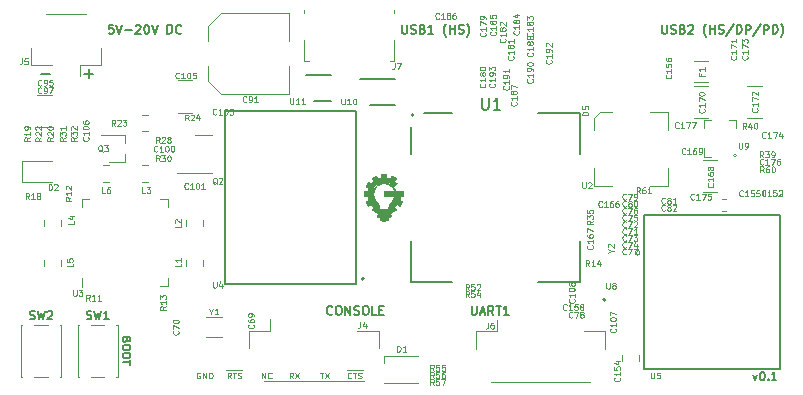
<source format=gto>
G04 #@! TF.GenerationSoftware,KiCad,Pcbnew,(5.1.2-1)-1*
G04 #@! TF.CreationDate,2019-11-23T20:05:59-08:00*
G04 #@! TF.ProjectId,mxenc,6d78656e-632e-46b6-9963-61645f706362,rev?*
G04 #@! TF.SameCoordinates,Original*
G04 #@! TF.FileFunction,Legend,Top*
G04 #@! TF.FilePolarity,Positive*
%FSLAX46Y46*%
G04 Gerber Fmt 4.6, Leading zero omitted, Abs format (unit mm)*
G04 Created by KiCad (PCBNEW (5.1.2-1)-1) date 2019-11-23 20:05:59*
%MOMM*%
%LPD*%
G04 APERTURE LIST*
%ADD10C,0.150000*%
%ADD11C,0.100000*%
%ADD12C,0.010000*%
%ADD13C,0.120000*%
%ADD14C,0.200000*%
%ADD15C,0.127000*%
G04 APERTURE END LIST*
D10*
X204300000Y-120000000D02*
X204466666Y-120466666D01*
X204633333Y-120000000D01*
X205033333Y-119766666D02*
X205100000Y-119766666D01*
X205166666Y-119800000D01*
X205200000Y-119833333D01*
X205233333Y-119900000D01*
X205266666Y-120033333D01*
X205266666Y-120200000D01*
X205233333Y-120333333D01*
X205200000Y-120400000D01*
X205166666Y-120433333D01*
X205100000Y-120466666D01*
X205033333Y-120466666D01*
X204966666Y-120433333D01*
X204933333Y-120400000D01*
X204900000Y-120333333D01*
X204866666Y-120200000D01*
X204866666Y-120033333D01*
X204900000Y-119900000D01*
X204933333Y-119833333D01*
X204966666Y-119800000D01*
X205033333Y-119766666D01*
X205566666Y-120400000D02*
X205600000Y-120433333D01*
X205566666Y-120466666D01*
X205533333Y-120433333D01*
X205566666Y-120400000D01*
X205566666Y-120466666D01*
X206266666Y-120466666D02*
X205866666Y-120466666D01*
X206066666Y-120466666D02*
X206066666Y-119766666D01*
X206000000Y-119866666D01*
X205933333Y-119933333D01*
X205866666Y-119966666D01*
X143969047Y-94521428D02*
X144730952Y-94521428D01*
X147669047Y-94521428D02*
X148430952Y-94521428D01*
X148050000Y-94902380D02*
X148050000Y-94140476D01*
X174560714Y-90389285D02*
X174560714Y-90996428D01*
X174596428Y-91067857D01*
X174632142Y-91103571D01*
X174703571Y-91139285D01*
X174846428Y-91139285D01*
X174917857Y-91103571D01*
X174953571Y-91067857D01*
X174989285Y-90996428D01*
X174989285Y-90389285D01*
X175310714Y-91103571D02*
X175417857Y-91139285D01*
X175596428Y-91139285D01*
X175667857Y-91103571D01*
X175703571Y-91067857D01*
X175739285Y-90996428D01*
X175739285Y-90925000D01*
X175703571Y-90853571D01*
X175667857Y-90817857D01*
X175596428Y-90782142D01*
X175453571Y-90746428D01*
X175382142Y-90710714D01*
X175346428Y-90675000D01*
X175310714Y-90603571D01*
X175310714Y-90532142D01*
X175346428Y-90460714D01*
X175382142Y-90425000D01*
X175453571Y-90389285D01*
X175632142Y-90389285D01*
X175739285Y-90425000D01*
X176310714Y-90746428D02*
X176417857Y-90782142D01*
X176453571Y-90817857D01*
X176489285Y-90889285D01*
X176489285Y-90996428D01*
X176453571Y-91067857D01*
X176417857Y-91103571D01*
X176346428Y-91139285D01*
X176060714Y-91139285D01*
X176060714Y-90389285D01*
X176310714Y-90389285D01*
X176382142Y-90425000D01*
X176417857Y-90460714D01*
X176453571Y-90532142D01*
X176453571Y-90603571D01*
X176417857Y-90675000D01*
X176382142Y-90710714D01*
X176310714Y-90746428D01*
X176060714Y-90746428D01*
X177203571Y-91139285D02*
X176775000Y-91139285D01*
X176989285Y-91139285D02*
X176989285Y-90389285D01*
X176917857Y-90496428D01*
X176846428Y-90567857D01*
X176775000Y-90603571D01*
X178310714Y-91425000D02*
X178275000Y-91389285D01*
X178203571Y-91282142D01*
X178167857Y-91210714D01*
X178132142Y-91103571D01*
X178096428Y-90925000D01*
X178096428Y-90782142D01*
X178132142Y-90603571D01*
X178167857Y-90496428D01*
X178203571Y-90425000D01*
X178275000Y-90317857D01*
X178310714Y-90282142D01*
X178596428Y-91139285D02*
X178596428Y-90389285D01*
X178596428Y-90746428D02*
X179025000Y-90746428D01*
X179025000Y-91139285D02*
X179025000Y-90389285D01*
X179346428Y-91103571D02*
X179453571Y-91139285D01*
X179632142Y-91139285D01*
X179703571Y-91103571D01*
X179739285Y-91067857D01*
X179775000Y-90996428D01*
X179775000Y-90925000D01*
X179739285Y-90853571D01*
X179703571Y-90817857D01*
X179632142Y-90782142D01*
X179489285Y-90746428D01*
X179417857Y-90710714D01*
X179382142Y-90675000D01*
X179346428Y-90603571D01*
X179346428Y-90532142D01*
X179382142Y-90460714D01*
X179417857Y-90425000D01*
X179489285Y-90389285D01*
X179667857Y-90389285D01*
X179775000Y-90425000D01*
X180025000Y-91425000D02*
X180060714Y-91389285D01*
X180132142Y-91282142D01*
X180167857Y-91210714D01*
X180203571Y-91103571D01*
X180239285Y-90925000D01*
X180239285Y-90782142D01*
X180203571Y-90603571D01*
X180167857Y-90496428D01*
X180132142Y-90425000D01*
X180060714Y-90317857D01*
X180025000Y-90282142D01*
D11*
X162707142Y-120326190D02*
X162707142Y-119826190D01*
X162992857Y-120326190D01*
X162992857Y-119826190D01*
X163516666Y-120278571D02*
X163492857Y-120302380D01*
X163421428Y-120326190D01*
X163373809Y-120326190D01*
X163302380Y-120302380D01*
X163254761Y-120254761D01*
X163230952Y-120207142D01*
X163207142Y-120111904D01*
X163207142Y-120040476D01*
X163230952Y-119945238D01*
X163254761Y-119897619D01*
X163302380Y-119850000D01*
X163373809Y-119826190D01*
X163421428Y-119826190D01*
X163492857Y-119850000D01*
X163516666Y-119873809D01*
X169871428Y-119610000D02*
X170371428Y-119610000D01*
X170276190Y-120278571D02*
X170252380Y-120302380D01*
X170180952Y-120326190D01*
X170133333Y-120326190D01*
X170061904Y-120302380D01*
X170014285Y-120254761D01*
X169990476Y-120207142D01*
X169966666Y-120111904D01*
X169966666Y-120040476D01*
X169990476Y-119945238D01*
X170014285Y-119897619D01*
X170061904Y-119850000D01*
X170133333Y-119826190D01*
X170180952Y-119826190D01*
X170252380Y-119850000D01*
X170276190Y-119873809D01*
X170371428Y-119610000D02*
X170752380Y-119610000D01*
X170419047Y-119826190D02*
X170704761Y-119826190D01*
X170561904Y-120326190D02*
X170561904Y-119826190D01*
X170752380Y-119610000D02*
X171228571Y-119610000D01*
X170847619Y-120302380D02*
X170919047Y-120326190D01*
X171038095Y-120326190D01*
X171085714Y-120302380D01*
X171109523Y-120278571D01*
X171133333Y-120230952D01*
X171133333Y-120183333D01*
X171109523Y-120135714D01*
X171085714Y-120111904D01*
X171038095Y-120088095D01*
X170942857Y-120064285D01*
X170895238Y-120040476D01*
X170871428Y-120016666D01*
X170847619Y-119969047D01*
X170847619Y-119921428D01*
X170871428Y-119873809D01*
X170895238Y-119850000D01*
X170942857Y-119826190D01*
X171061904Y-119826190D01*
X171133333Y-119850000D01*
X167619047Y-119826190D02*
X167904761Y-119826190D01*
X167761904Y-120326190D02*
X167761904Y-119826190D01*
X168023809Y-119826190D02*
X168357142Y-120326190D01*
X168357142Y-119826190D02*
X168023809Y-120326190D01*
X165366666Y-120326190D02*
X165200000Y-120088095D01*
X165080952Y-120326190D02*
X165080952Y-119826190D01*
X165271428Y-119826190D01*
X165319047Y-119850000D01*
X165342857Y-119873809D01*
X165366666Y-119921428D01*
X165366666Y-119992857D01*
X165342857Y-120040476D01*
X165319047Y-120064285D01*
X165271428Y-120088095D01*
X165080952Y-120088095D01*
X165533333Y-119826190D02*
X165866666Y-120326190D01*
X165866666Y-119826190D02*
X165533333Y-120326190D01*
X159671428Y-119610000D02*
X160171428Y-119610000D01*
X160076190Y-120326190D02*
X159909523Y-120088095D01*
X159790476Y-120326190D02*
X159790476Y-119826190D01*
X159980952Y-119826190D01*
X160028571Y-119850000D01*
X160052380Y-119873809D01*
X160076190Y-119921428D01*
X160076190Y-119992857D01*
X160052380Y-120040476D01*
X160028571Y-120064285D01*
X159980952Y-120088095D01*
X159790476Y-120088095D01*
X160171428Y-119610000D02*
X160552380Y-119610000D01*
X160219047Y-119826190D02*
X160504761Y-119826190D01*
X160361904Y-120326190D02*
X160361904Y-119826190D01*
X160552380Y-119610000D02*
X161028571Y-119610000D01*
X160647619Y-120302380D02*
X160719047Y-120326190D01*
X160838095Y-120326190D01*
X160885714Y-120302380D01*
X160909523Y-120278571D01*
X160933333Y-120230952D01*
X160933333Y-120183333D01*
X160909523Y-120135714D01*
X160885714Y-120111904D01*
X160838095Y-120088095D01*
X160742857Y-120064285D01*
X160695238Y-120040476D01*
X160671428Y-120016666D01*
X160647619Y-119969047D01*
X160647619Y-119921428D01*
X160671428Y-119873809D01*
X160695238Y-119850000D01*
X160742857Y-119826190D01*
X160861904Y-119826190D01*
X160933333Y-119850000D01*
X157469047Y-119850000D02*
X157421428Y-119826190D01*
X157350000Y-119826190D01*
X157278571Y-119850000D01*
X157230952Y-119897619D01*
X157207142Y-119945238D01*
X157183333Y-120040476D01*
X157183333Y-120111904D01*
X157207142Y-120207142D01*
X157230952Y-120254761D01*
X157278571Y-120302380D01*
X157350000Y-120326190D01*
X157397619Y-120326190D01*
X157469047Y-120302380D01*
X157492857Y-120278571D01*
X157492857Y-120111904D01*
X157397619Y-120111904D01*
X157707142Y-120326190D02*
X157707142Y-119826190D01*
X157992857Y-120326190D01*
X157992857Y-119826190D01*
X158230952Y-120326190D02*
X158230952Y-119826190D01*
X158350000Y-119826190D01*
X158421428Y-119850000D01*
X158469047Y-119897619D01*
X158492857Y-119945238D01*
X158516666Y-120040476D01*
X158516666Y-120111904D01*
X158492857Y-120207142D01*
X158469047Y-120254761D01*
X158421428Y-120302380D01*
X158350000Y-120326190D01*
X158230952Y-120326190D01*
D10*
X196575000Y-90389285D02*
X196575000Y-90996428D01*
X196610714Y-91067857D01*
X196646428Y-91103571D01*
X196717857Y-91139285D01*
X196860714Y-91139285D01*
X196932142Y-91103571D01*
X196967857Y-91067857D01*
X197003571Y-90996428D01*
X197003571Y-90389285D01*
X197325000Y-91103571D02*
X197432142Y-91139285D01*
X197610714Y-91139285D01*
X197682142Y-91103571D01*
X197717857Y-91067857D01*
X197753571Y-90996428D01*
X197753571Y-90925000D01*
X197717857Y-90853571D01*
X197682142Y-90817857D01*
X197610714Y-90782142D01*
X197467857Y-90746428D01*
X197396428Y-90710714D01*
X197360714Y-90675000D01*
X197325000Y-90603571D01*
X197325000Y-90532142D01*
X197360714Y-90460714D01*
X197396428Y-90425000D01*
X197467857Y-90389285D01*
X197646428Y-90389285D01*
X197753571Y-90425000D01*
X198325000Y-90746428D02*
X198432142Y-90782142D01*
X198467857Y-90817857D01*
X198503571Y-90889285D01*
X198503571Y-90996428D01*
X198467857Y-91067857D01*
X198432142Y-91103571D01*
X198360714Y-91139285D01*
X198075000Y-91139285D01*
X198075000Y-90389285D01*
X198325000Y-90389285D01*
X198396428Y-90425000D01*
X198432142Y-90460714D01*
X198467857Y-90532142D01*
X198467857Y-90603571D01*
X198432142Y-90675000D01*
X198396428Y-90710714D01*
X198325000Y-90746428D01*
X198075000Y-90746428D01*
X198789285Y-90460714D02*
X198825000Y-90425000D01*
X198896428Y-90389285D01*
X199075000Y-90389285D01*
X199146428Y-90425000D01*
X199182142Y-90460714D01*
X199217857Y-90532142D01*
X199217857Y-90603571D01*
X199182142Y-90710714D01*
X198753571Y-91139285D01*
X199217857Y-91139285D01*
X200325000Y-91425000D02*
X200289285Y-91389285D01*
X200217857Y-91282142D01*
X200182142Y-91210714D01*
X200146428Y-91103571D01*
X200110714Y-90925000D01*
X200110714Y-90782142D01*
X200146428Y-90603571D01*
X200182142Y-90496428D01*
X200217857Y-90425000D01*
X200289285Y-90317857D01*
X200325000Y-90282142D01*
X200610714Y-91139285D02*
X200610714Y-90389285D01*
X200610714Y-90746428D02*
X201039285Y-90746428D01*
X201039285Y-91139285D02*
X201039285Y-90389285D01*
X201360714Y-91103571D02*
X201467857Y-91139285D01*
X201646428Y-91139285D01*
X201717857Y-91103571D01*
X201753571Y-91067857D01*
X201789285Y-90996428D01*
X201789285Y-90925000D01*
X201753571Y-90853571D01*
X201717857Y-90817857D01*
X201646428Y-90782142D01*
X201503571Y-90746428D01*
X201432142Y-90710714D01*
X201396428Y-90675000D01*
X201360714Y-90603571D01*
X201360714Y-90532142D01*
X201396428Y-90460714D01*
X201432142Y-90425000D01*
X201503571Y-90389285D01*
X201682142Y-90389285D01*
X201789285Y-90425000D01*
X202646428Y-90353571D02*
X202003571Y-91317857D01*
X202896428Y-91139285D02*
X202896428Y-90389285D01*
X203075000Y-90389285D01*
X203182142Y-90425000D01*
X203253571Y-90496428D01*
X203289285Y-90567857D01*
X203325000Y-90710714D01*
X203325000Y-90817857D01*
X203289285Y-90960714D01*
X203253571Y-91032142D01*
X203182142Y-91103571D01*
X203075000Y-91139285D01*
X202896428Y-91139285D01*
X203646428Y-91139285D02*
X203646428Y-90389285D01*
X203932142Y-90389285D01*
X204003571Y-90425000D01*
X204039285Y-90460714D01*
X204075000Y-90532142D01*
X204075000Y-90639285D01*
X204039285Y-90710714D01*
X204003571Y-90746428D01*
X203932142Y-90782142D01*
X203646428Y-90782142D01*
X204932142Y-90353571D02*
X204289285Y-91317857D01*
X205182142Y-91139285D02*
X205182142Y-90389285D01*
X205467857Y-90389285D01*
X205539285Y-90425000D01*
X205575000Y-90460714D01*
X205610714Y-90532142D01*
X205610714Y-90639285D01*
X205575000Y-90710714D01*
X205539285Y-90746428D01*
X205467857Y-90782142D01*
X205182142Y-90782142D01*
X205932142Y-91139285D02*
X205932142Y-90389285D01*
X206110714Y-90389285D01*
X206217857Y-90425000D01*
X206289285Y-90496428D01*
X206325000Y-90567857D01*
X206360714Y-90710714D01*
X206360714Y-90817857D01*
X206325000Y-90960714D01*
X206289285Y-91032142D01*
X206217857Y-91103571D01*
X206110714Y-91139285D01*
X205932142Y-91139285D01*
X206610714Y-91425000D02*
X206646428Y-91389285D01*
X206717857Y-91282142D01*
X206753571Y-91210714D01*
X206789285Y-91103571D01*
X206825000Y-90925000D01*
X206825000Y-90782142D01*
X206789285Y-90603571D01*
X206753571Y-90496428D01*
X206717857Y-90425000D01*
X206646428Y-90317857D01*
X206610714Y-90282142D01*
X150121428Y-90389285D02*
X149764285Y-90389285D01*
X149728571Y-90746428D01*
X149764285Y-90710714D01*
X149835714Y-90675000D01*
X150014285Y-90675000D01*
X150085714Y-90710714D01*
X150121428Y-90746428D01*
X150157142Y-90817857D01*
X150157142Y-90996428D01*
X150121428Y-91067857D01*
X150085714Y-91103571D01*
X150014285Y-91139285D01*
X149835714Y-91139285D01*
X149764285Y-91103571D01*
X149728571Y-91067857D01*
X150371428Y-90389285D02*
X150621428Y-91139285D01*
X150871428Y-90389285D01*
X151121428Y-90853571D02*
X151692857Y-90853571D01*
X152014285Y-90460714D02*
X152050000Y-90425000D01*
X152121428Y-90389285D01*
X152300000Y-90389285D01*
X152371428Y-90425000D01*
X152407142Y-90460714D01*
X152442857Y-90532142D01*
X152442857Y-90603571D01*
X152407142Y-90710714D01*
X151978571Y-91139285D01*
X152442857Y-91139285D01*
X152907142Y-90389285D02*
X152978571Y-90389285D01*
X153050000Y-90425000D01*
X153085714Y-90460714D01*
X153121428Y-90532142D01*
X153157142Y-90675000D01*
X153157142Y-90853571D01*
X153121428Y-90996428D01*
X153085714Y-91067857D01*
X153050000Y-91103571D01*
X152978571Y-91139285D01*
X152907142Y-91139285D01*
X152835714Y-91103571D01*
X152800000Y-91067857D01*
X152764285Y-90996428D01*
X152728571Y-90853571D01*
X152728571Y-90675000D01*
X152764285Y-90532142D01*
X152800000Y-90460714D01*
X152835714Y-90425000D01*
X152907142Y-90389285D01*
X153371428Y-90389285D02*
X153621428Y-91139285D01*
X153871428Y-90389285D01*
X154692857Y-91139285D02*
X154692857Y-90389285D01*
X154871428Y-90389285D01*
X154978571Y-90425000D01*
X155050000Y-90496428D01*
X155085714Y-90567857D01*
X155121428Y-90710714D01*
X155121428Y-90817857D01*
X155085714Y-90960714D01*
X155050000Y-91032142D01*
X154978571Y-91103571D01*
X154871428Y-91139285D01*
X154692857Y-91139285D01*
X155871428Y-91067857D02*
X155835714Y-91103571D01*
X155728571Y-91139285D01*
X155657142Y-91139285D01*
X155550000Y-91103571D01*
X155478571Y-91032142D01*
X155442857Y-90960714D01*
X155407142Y-90817857D01*
X155407142Y-90710714D01*
X155442857Y-90567857D01*
X155478571Y-90496428D01*
X155550000Y-90425000D01*
X155657142Y-90389285D01*
X155728571Y-90389285D01*
X155835714Y-90425000D01*
X155871428Y-90460714D01*
X168653571Y-114867857D02*
X168617857Y-114903571D01*
X168510714Y-114939285D01*
X168439285Y-114939285D01*
X168332142Y-114903571D01*
X168260714Y-114832142D01*
X168225000Y-114760714D01*
X168189285Y-114617857D01*
X168189285Y-114510714D01*
X168225000Y-114367857D01*
X168260714Y-114296428D01*
X168332142Y-114225000D01*
X168439285Y-114189285D01*
X168510714Y-114189285D01*
X168617857Y-114225000D01*
X168653571Y-114260714D01*
X169117857Y-114189285D02*
X169260714Y-114189285D01*
X169332142Y-114225000D01*
X169403571Y-114296428D01*
X169439285Y-114439285D01*
X169439285Y-114689285D01*
X169403571Y-114832142D01*
X169332142Y-114903571D01*
X169260714Y-114939285D01*
X169117857Y-114939285D01*
X169046428Y-114903571D01*
X168975000Y-114832142D01*
X168939285Y-114689285D01*
X168939285Y-114439285D01*
X168975000Y-114296428D01*
X169046428Y-114225000D01*
X169117857Y-114189285D01*
X169760714Y-114939285D02*
X169760714Y-114189285D01*
X170189285Y-114939285D01*
X170189285Y-114189285D01*
X170510714Y-114903571D02*
X170617857Y-114939285D01*
X170796428Y-114939285D01*
X170867857Y-114903571D01*
X170903571Y-114867857D01*
X170939285Y-114796428D01*
X170939285Y-114725000D01*
X170903571Y-114653571D01*
X170867857Y-114617857D01*
X170796428Y-114582142D01*
X170653571Y-114546428D01*
X170582142Y-114510714D01*
X170546428Y-114475000D01*
X170510714Y-114403571D01*
X170510714Y-114332142D01*
X170546428Y-114260714D01*
X170582142Y-114225000D01*
X170653571Y-114189285D01*
X170832142Y-114189285D01*
X170939285Y-114225000D01*
X171403571Y-114189285D02*
X171546428Y-114189285D01*
X171617857Y-114225000D01*
X171689285Y-114296428D01*
X171725000Y-114439285D01*
X171725000Y-114689285D01*
X171689285Y-114832142D01*
X171617857Y-114903571D01*
X171546428Y-114939285D01*
X171403571Y-114939285D01*
X171332142Y-114903571D01*
X171260714Y-114832142D01*
X171225000Y-114689285D01*
X171225000Y-114439285D01*
X171260714Y-114296428D01*
X171332142Y-114225000D01*
X171403571Y-114189285D01*
X172403571Y-114939285D02*
X172046428Y-114939285D01*
X172046428Y-114189285D01*
X172653571Y-114546428D02*
X172903571Y-114546428D01*
X173010714Y-114939285D02*
X172653571Y-114939285D01*
X172653571Y-114189285D01*
X173010714Y-114189285D01*
X180446428Y-114189285D02*
X180446428Y-114796428D01*
X180482142Y-114867857D01*
X180517857Y-114903571D01*
X180589285Y-114939285D01*
X180732142Y-114939285D01*
X180803571Y-114903571D01*
X180839285Y-114867857D01*
X180875000Y-114796428D01*
X180875000Y-114189285D01*
X181196428Y-114725000D02*
X181553571Y-114725000D01*
X181125000Y-114939285D02*
X181375000Y-114189285D01*
X181625000Y-114939285D01*
X182303571Y-114939285D02*
X182053571Y-114582142D01*
X181875000Y-114939285D02*
X181875000Y-114189285D01*
X182160714Y-114189285D01*
X182232142Y-114225000D01*
X182267857Y-114260714D01*
X182303571Y-114332142D01*
X182303571Y-114439285D01*
X182267857Y-114510714D01*
X182232142Y-114546428D01*
X182160714Y-114582142D01*
X181875000Y-114582142D01*
X182517857Y-114189285D02*
X182946428Y-114189285D01*
X182732142Y-114939285D02*
X182732142Y-114189285D01*
X183589285Y-114939285D02*
X183160714Y-114939285D01*
X183375000Y-114939285D02*
X183375000Y-114189285D01*
X183303571Y-114296428D01*
X183232142Y-114367857D01*
X183160714Y-114403571D01*
X151246428Y-117067857D02*
X151215476Y-117160714D01*
X151184523Y-117191666D01*
X151122619Y-117222619D01*
X151029761Y-117222619D01*
X150967857Y-117191666D01*
X150936904Y-117160714D01*
X150905952Y-117098809D01*
X150905952Y-116851190D01*
X151555952Y-116851190D01*
X151555952Y-117067857D01*
X151525000Y-117129761D01*
X151494047Y-117160714D01*
X151432142Y-117191666D01*
X151370238Y-117191666D01*
X151308333Y-117160714D01*
X151277380Y-117129761D01*
X151246428Y-117067857D01*
X151246428Y-116851190D01*
X151555952Y-117625000D02*
X151555952Y-117748809D01*
X151525000Y-117810714D01*
X151463095Y-117872619D01*
X151339285Y-117903571D01*
X151122619Y-117903571D01*
X150998809Y-117872619D01*
X150936904Y-117810714D01*
X150905952Y-117748809D01*
X150905952Y-117625000D01*
X150936904Y-117563095D01*
X150998809Y-117501190D01*
X151122619Y-117470238D01*
X151339285Y-117470238D01*
X151463095Y-117501190D01*
X151525000Y-117563095D01*
X151555952Y-117625000D01*
X151555952Y-118305952D02*
X151555952Y-118429761D01*
X151525000Y-118491666D01*
X151463095Y-118553571D01*
X151339285Y-118584523D01*
X151122619Y-118584523D01*
X150998809Y-118553571D01*
X150936904Y-118491666D01*
X150905952Y-118429761D01*
X150905952Y-118305952D01*
X150936904Y-118244047D01*
X150998809Y-118182142D01*
X151122619Y-118151190D01*
X151339285Y-118151190D01*
X151463095Y-118182142D01*
X151525000Y-118244047D01*
X151555952Y-118305952D01*
X151555952Y-118770238D02*
X151555952Y-119141666D01*
X150905952Y-118955952D02*
X151555952Y-118955952D01*
D12*
G36*
X173075107Y-103718629D02*
G01*
X173115249Y-103719363D01*
X173147033Y-103720999D01*
X173173978Y-103723878D01*
X173199601Y-103728337D01*
X173227420Y-103734717D01*
X173249106Y-103740253D01*
X173369079Y-103778403D01*
X173479386Y-103827978D01*
X173580470Y-103889349D01*
X173672774Y-103962887D01*
X173756742Y-104048964D01*
X173832817Y-104147950D01*
X173901442Y-104260217D01*
X173925560Y-104306241D01*
X173946569Y-104348618D01*
X173960507Y-104379246D01*
X173967437Y-104400019D01*
X173967421Y-104412829D01*
X173960522Y-104419571D01*
X173946802Y-104422136D01*
X173929409Y-104422445D01*
X173889000Y-104422162D01*
X173844612Y-104332005D01*
X173784808Y-104226284D01*
X173713973Y-104130438D01*
X173637541Y-104048899D01*
X173578263Y-103995624D01*
X173520736Y-103952247D01*
X173459570Y-103915024D01*
X173405034Y-103887463D01*
X173308828Y-103847471D01*
X173215462Y-103820112D01*
X173120608Y-103804396D01*
X173019935Y-103799334D01*
X173019242Y-103799334D01*
X172903045Y-103806857D01*
X172790174Y-103829021D01*
X172681830Y-103865222D01*
X172579217Y-103914853D01*
X172483536Y-103977311D01*
X172395991Y-104051989D01*
X172317784Y-104138282D01*
X172300048Y-104161311D01*
X172237754Y-104257543D01*
X172188738Y-104360440D01*
X172153291Y-104468414D01*
X172131703Y-104579873D01*
X172124266Y-104693228D01*
X172131270Y-104806888D01*
X172153005Y-104919264D01*
X172158033Y-104937591D01*
X172171763Y-104981909D01*
X172187300Y-105023992D01*
X172205647Y-105065486D01*
X172227805Y-105108039D01*
X172254778Y-105153296D01*
X172287568Y-105202906D01*
X172327177Y-105258513D01*
X172374607Y-105321765D01*
X172430861Y-105394309D01*
X172453716Y-105423333D01*
X172497420Y-105480443D01*
X172532862Y-105531680D01*
X172561114Y-105579922D01*
X172583248Y-105628050D01*
X172600335Y-105678941D01*
X172613449Y-105735474D01*
X172623660Y-105800528D01*
X172632041Y-105876981D01*
X172635016Y-105910166D01*
X172639467Y-105962121D01*
X173019031Y-105962121D01*
X173105917Y-105962081D01*
X173178661Y-105961934D01*
X173238514Y-105961640D01*
X173286729Y-105961160D01*
X173324556Y-105960455D01*
X173353248Y-105959483D01*
X173374056Y-105958207D01*
X173388232Y-105956586D01*
X173397027Y-105954580D01*
X173401693Y-105952151D01*
X173403267Y-105949946D01*
X173405681Y-105936264D01*
X173407380Y-105912545D01*
X173407970Y-105886446D01*
X173411357Y-105826087D01*
X173420640Y-105760091D01*
X173434600Y-105695149D01*
X173452020Y-105637953D01*
X173454316Y-105631847D01*
X173466571Y-105602737D01*
X173481297Y-105573472D01*
X173499753Y-105542167D01*
X173523198Y-105506940D01*
X173552891Y-105465905D01*
X173590090Y-105417178D01*
X173636054Y-105358875D01*
X173639893Y-105354060D01*
X173685797Y-105295841D01*
X173723124Y-105246753D01*
X173753480Y-105204383D01*
X173778473Y-105166319D01*
X173799708Y-105130146D01*
X173818793Y-105093453D01*
X173832042Y-105065495D01*
X173865616Y-104992303D01*
X173954292Y-104992303D01*
X173936147Y-105040509D01*
X173915118Y-105092356D01*
X173891770Y-105141186D01*
X173864419Y-105189773D01*
X173831380Y-105240890D01*
X173790969Y-105297310D01*
X173741501Y-105361807D01*
X173739304Y-105364602D01*
X173709464Y-105402561D01*
X173677598Y-105443150D01*
X173647625Y-105481371D01*
X173624548Y-105510844D01*
X173582179Y-105569566D01*
X173550573Y-105624607D01*
X173527424Y-105680419D01*
X173515053Y-105722184D01*
X173508866Y-105752748D01*
X173502627Y-105794632D01*
X173496750Y-105843769D01*
X173491648Y-105896093D01*
X173487734Y-105947538D01*
X173485422Y-105994036D01*
X173484976Y-106017924D01*
X173484909Y-106046787D01*
X172556798Y-106046787D01*
X172547826Y-105910166D01*
X172542428Y-105840564D01*
X172535427Y-105781215D01*
X172525711Y-105729424D01*
X172512170Y-105682495D01*
X172493694Y-105637734D01*
X172469172Y-105592445D01*
X172437494Y-105543935D01*
X172397549Y-105489507D01*
X172348795Y-105427181D01*
X172288846Y-105350521D01*
X172238541Y-105282769D01*
X172196708Y-105221881D01*
X172162175Y-105165814D01*
X172133770Y-105112522D01*
X172110319Y-105059961D01*
X172090651Y-105006087D01*
X172073593Y-104948856D01*
X172072800Y-104945916D01*
X172048894Y-104828449D01*
X172039710Y-104711144D01*
X172044651Y-104595131D01*
X172063122Y-104481541D01*
X172094529Y-104371504D01*
X172138275Y-104266150D01*
X172193766Y-104166609D01*
X172260406Y-104074012D01*
X172337600Y-103989489D01*
X172424752Y-103914171D01*
X172521268Y-103849186D01*
X172626551Y-103795667D01*
X172692121Y-103770072D01*
X172745998Y-103752107D01*
X172792967Y-103738748D01*
X172837136Y-103729356D01*
X172882611Y-103723288D01*
X172933501Y-103719904D01*
X172993911Y-103718565D01*
X173023091Y-103718458D01*
X173075107Y-103718629D01*
X173075107Y-103718629D01*
G37*
X173075107Y-103718629D02*
X173115249Y-103719363D01*
X173147033Y-103720999D01*
X173173978Y-103723878D01*
X173199601Y-103728337D01*
X173227420Y-103734717D01*
X173249106Y-103740253D01*
X173369079Y-103778403D01*
X173479386Y-103827978D01*
X173580470Y-103889349D01*
X173672774Y-103962887D01*
X173756742Y-104048964D01*
X173832817Y-104147950D01*
X173901442Y-104260217D01*
X173925560Y-104306241D01*
X173946569Y-104348618D01*
X173960507Y-104379246D01*
X173967437Y-104400019D01*
X173967421Y-104412829D01*
X173960522Y-104419571D01*
X173946802Y-104422136D01*
X173929409Y-104422445D01*
X173889000Y-104422162D01*
X173844612Y-104332005D01*
X173784808Y-104226284D01*
X173713973Y-104130438D01*
X173637541Y-104048899D01*
X173578263Y-103995624D01*
X173520736Y-103952247D01*
X173459570Y-103915024D01*
X173405034Y-103887463D01*
X173308828Y-103847471D01*
X173215462Y-103820112D01*
X173120608Y-103804396D01*
X173019935Y-103799334D01*
X173019242Y-103799334D01*
X172903045Y-103806857D01*
X172790174Y-103829021D01*
X172681830Y-103865222D01*
X172579217Y-103914853D01*
X172483536Y-103977311D01*
X172395991Y-104051989D01*
X172317784Y-104138282D01*
X172300048Y-104161311D01*
X172237754Y-104257543D01*
X172188738Y-104360440D01*
X172153291Y-104468414D01*
X172131703Y-104579873D01*
X172124266Y-104693228D01*
X172131270Y-104806888D01*
X172153005Y-104919264D01*
X172158033Y-104937591D01*
X172171763Y-104981909D01*
X172187300Y-105023992D01*
X172205647Y-105065486D01*
X172227805Y-105108039D01*
X172254778Y-105153296D01*
X172287568Y-105202906D01*
X172327177Y-105258513D01*
X172374607Y-105321765D01*
X172430861Y-105394309D01*
X172453716Y-105423333D01*
X172497420Y-105480443D01*
X172532862Y-105531680D01*
X172561114Y-105579922D01*
X172583248Y-105628050D01*
X172600335Y-105678941D01*
X172613449Y-105735474D01*
X172623660Y-105800528D01*
X172632041Y-105876981D01*
X172635016Y-105910166D01*
X172639467Y-105962121D01*
X173019031Y-105962121D01*
X173105917Y-105962081D01*
X173178661Y-105961934D01*
X173238514Y-105961640D01*
X173286729Y-105961160D01*
X173324556Y-105960455D01*
X173353248Y-105959483D01*
X173374056Y-105958207D01*
X173388232Y-105956586D01*
X173397027Y-105954580D01*
X173401693Y-105952151D01*
X173403267Y-105949946D01*
X173405681Y-105936264D01*
X173407380Y-105912545D01*
X173407970Y-105886446D01*
X173411357Y-105826087D01*
X173420640Y-105760091D01*
X173434600Y-105695149D01*
X173452020Y-105637953D01*
X173454316Y-105631847D01*
X173466571Y-105602737D01*
X173481297Y-105573472D01*
X173499753Y-105542167D01*
X173523198Y-105506940D01*
X173552891Y-105465905D01*
X173590090Y-105417178D01*
X173636054Y-105358875D01*
X173639893Y-105354060D01*
X173685797Y-105295841D01*
X173723124Y-105246753D01*
X173753480Y-105204383D01*
X173778473Y-105166319D01*
X173799708Y-105130146D01*
X173818793Y-105093453D01*
X173832042Y-105065495D01*
X173865616Y-104992303D01*
X173954292Y-104992303D01*
X173936147Y-105040509D01*
X173915118Y-105092356D01*
X173891770Y-105141186D01*
X173864419Y-105189773D01*
X173831380Y-105240890D01*
X173790969Y-105297310D01*
X173741501Y-105361807D01*
X173739304Y-105364602D01*
X173709464Y-105402561D01*
X173677598Y-105443150D01*
X173647625Y-105481371D01*
X173624548Y-105510844D01*
X173582179Y-105569566D01*
X173550573Y-105624607D01*
X173527424Y-105680419D01*
X173515053Y-105722184D01*
X173508866Y-105752748D01*
X173502627Y-105794632D01*
X173496750Y-105843769D01*
X173491648Y-105896093D01*
X173487734Y-105947538D01*
X173485422Y-105994036D01*
X173484976Y-106017924D01*
X173484909Y-106046787D01*
X172556798Y-106046787D01*
X172547826Y-105910166D01*
X172542428Y-105840564D01*
X172535427Y-105781215D01*
X172525711Y-105729424D01*
X172512170Y-105682495D01*
X172493694Y-105637734D01*
X172469172Y-105592445D01*
X172437494Y-105543935D01*
X172397549Y-105489507D01*
X172348795Y-105427181D01*
X172288846Y-105350521D01*
X172238541Y-105282769D01*
X172196708Y-105221881D01*
X172162175Y-105165814D01*
X172133770Y-105112522D01*
X172110319Y-105059961D01*
X172090651Y-105006087D01*
X172073593Y-104948856D01*
X172072800Y-104945916D01*
X172048894Y-104828449D01*
X172039710Y-104711144D01*
X172044651Y-104595131D01*
X172063122Y-104481541D01*
X172094529Y-104371504D01*
X172138275Y-104266150D01*
X172193766Y-104166609D01*
X172260406Y-104074012D01*
X172337600Y-103989489D01*
X172424752Y-103914171D01*
X172521268Y-103849186D01*
X172626551Y-103795667D01*
X172692121Y-103770072D01*
X172745998Y-103752107D01*
X172792967Y-103738748D01*
X172837136Y-103729356D01*
X172882611Y-103723288D01*
X172933501Y-103719904D01*
X172993911Y-103718565D01*
X173023091Y-103718458D01*
X173075107Y-103718629D01*
G36*
X174661544Y-104509318D02*
G01*
X174677062Y-104576833D01*
X174684698Y-104652889D01*
X174684435Y-104732793D01*
X174676258Y-104811852D01*
X174662815Y-104875845D01*
X174654255Y-104907636D01*
X174525627Y-104907662D01*
X174397000Y-104907688D01*
X174383184Y-104978859D01*
X174374042Y-105019887D01*
X174361746Y-105067068D01*
X174348500Y-105112119D01*
X174344210Y-105125362D01*
X174319052Y-105200694D01*
X174436847Y-105267756D01*
X174475002Y-105289963D01*
X174508012Y-105310101D01*
X174533718Y-105326777D01*
X174549961Y-105338597D01*
X174554714Y-105343811D01*
X174551006Y-105357507D01*
X174540594Y-105381336D01*
X174524746Y-105413131D01*
X174504725Y-105450726D01*
X174481798Y-105491957D01*
X174457230Y-105534657D01*
X174432286Y-105576660D01*
X174408231Y-105615800D01*
X174386332Y-105649911D01*
X174367853Y-105676829D01*
X174354059Y-105694385D01*
X174346368Y-105700424D01*
X174338272Y-105696731D01*
X174319208Y-105686503D01*
X174291473Y-105671019D01*
X174257364Y-105651557D01*
X174228778Y-105635000D01*
X174191547Y-105613410D01*
X174159143Y-105594823D01*
X174133813Y-105580511D01*
X174117803Y-105571745D01*
X174113247Y-105569575D01*
X174107063Y-105574762D01*
X174091724Y-105589227D01*
X174068924Y-105611326D01*
X174040356Y-105639414D01*
X174007714Y-105671849D01*
X174001972Y-105677587D01*
X173893961Y-105785598D01*
X173947913Y-105879632D01*
X173968852Y-105916003D01*
X173988322Y-105949599D01*
X174004415Y-105977142D01*
X174015224Y-105995355D01*
X174016771Y-105997895D01*
X174031677Y-106022124D01*
X173944480Y-106080193D01*
X173916644Y-106097915D01*
X173882219Y-106118595D01*
X173843706Y-106140868D01*
X173803607Y-106163369D01*
X173764424Y-106184732D01*
X173728658Y-106203591D01*
X173698811Y-106218581D01*
X173677386Y-106228336D01*
X173667240Y-106231515D01*
X173661913Y-106225390D01*
X173650379Y-106208800D01*
X173634442Y-106184423D01*
X173619424Y-106160610D01*
X173575356Y-106089706D01*
X173579533Y-105943171D01*
X173581855Y-105877675D01*
X173585407Y-105822659D01*
X173591184Y-105775588D01*
X173600185Y-105733927D01*
X173613407Y-105695141D01*
X173631847Y-105656695D01*
X173656504Y-105616052D01*
X173688373Y-105570679D01*
X173728453Y-105518040D01*
X173765089Y-105471526D01*
X173799249Y-105428067D01*
X173832522Y-105385007D01*
X173862880Y-105345025D01*
X173888293Y-105310801D01*
X173906735Y-105285015D01*
X173910884Y-105278906D01*
X173941858Y-105227838D01*
X173972570Y-105169146D01*
X174001296Y-105106829D01*
X174026310Y-105044888D01*
X174045886Y-104987321D01*
X174058299Y-104938127D01*
X174058602Y-104936500D01*
X174063895Y-104907636D01*
X173023091Y-104907636D01*
X173023091Y-104484303D01*
X174653654Y-104484303D01*
X174661544Y-104509318D01*
X174661544Y-104509318D01*
G37*
X174661544Y-104509318D02*
X174677062Y-104576833D01*
X174684698Y-104652889D01*
X174684435Y-104732793D01*
X174676258Y-104811852D01*
X174662815Y-104875845D01*
X174654255Y-104907636D01*
X174525627Y-104907662D01*
X174397000Y-104907688D01*
X174383184Y-104978859D01*
X174374042Y-105019887D01*
X174361746Y-105067068D01*
X174348500Y-105112119D01*
X174344210Y-105125362D01*
X174319052Y-105200694D01*
X174436847Y-105267756D01*
X174475002Y-105289963D01*
X174508012Y-105310101D01*
X174533718Y-105326777D01*
X174549961Y-105338597D01*
X174554714Y-105343811D01*
X174551006Y-105357507D01*
X174540594Y-105381336D01*
X174524746Y-105413131D01*
X174504725Y-105450726D01*
X174481798Y-105491957D01*
X174457230Y-105534657D01*
X174432286Y-105576660D01*
X174408231Y-105615800D01*
X174386332Y-105649911D01*
X174367853Y-105676829D01*
X174354059Y-105694385D01*
X174346368Y-105700424D01*
X174338272Y-105696731D01*
X174319208Y-105686503D01*
X174291473Y-105671019D01*
X174257364Y-105651557D01*
X174228778Y-105635000D01*
X174191547Y-105613410D01*
X174159143Y-105594823D01*
X174133813Y-105580511D01*
X174117803Y-105571745D01*
X174113247Y-105569575D01*
X174107063Y-105574762D01*
X174091724Y-105589227D01*
X174068924Y-105611326D01*
X174040356Y-105639414D01*
X174007714Y-105671849D01*
X174001972Y-105677587D01*
X173893961Y-105785598D01*
X173947913Y-105879632D01*
X173968852Y-105916003D01*
X173988322Y-105949599D01*
X174004415Y-105977142D01*
X174015224Y-105995355D01*
X174016771Y-105997895D01*
X174031677Y-106022124D01*
X173944480Y-106080193D01*
X173916644Y-106097915D01*
X173882219Y-106118595D01*
X173843706Y-106140868D01*
X173803607Y-106163369D01*
X173764424Y-106184732D01*
X173728658Y-106203591D01*
X173698811Y-106218581D01*
X173677386Y-106228336D01*
X173667240Y-106231515D01*
X173661913Y-106225390D01*
X173650379Y-106208800D01*
X173634442Y-106184423D01*
X173619424Y-106160610D01*
X173575356Y-106089706D01*
X173579533Y-105943171D01*
X173581855Y-105877675D01*
X173585407Y-105822659D01*
X173591184Y-105775588D01*
X173600185Y-105733927D01*
X173613407Y-105695141D01*
X173631847Y-105656695D01*
X173656504Y-105616052D01*
X173688373Y-105570679D01*
X173728453Y-105518040D01*
X173765089Y-105471526D01*
X173799249Y-105428067D01*
X173832522Y-105385007D01*
X173862880Y-105345025D01*
X173888293Y-105310801D01*
X173906735Y-105285015D01*
X173910884Y-105278906D01*
X173941858Y-105227838D01*
X173972570Y-105169146D01*
X174001296Y-105106829D01*
X174026310Y-105044888D01*
X174045886Y-104987321D01*
X174058299Y-104938127D01*
X174058602Y-104936500D01*
X174063895Y-104907636D01*
X173023091Y-104907636D01*
X173023091Y-104484303D01*
X174653654Y-104484303D01*
X174661544Y-104509318D01*
G36*
X173087066Y-103028311D02*
G01*
X173133848Y-103029740D01*
X173171121Y-103031967D01*
X173182803Y-103033124D01*
X173230909Y-103038784D01*
X173230909Y-103176427D01*
X173230961Y-103225474D01*
X173231293Y-103261285D01*
X173232170Y-103286017D01*
X173233857Y-103301829D01*
X173236618Y-103310878D01*
X173240717Y-103315322D01*
X173246419Y-103317319D01*
X173248227Y-103317710D01*
X173264078Y-103321047D01*
X173289740Y-103326455D01*
X173319964Y-103332828D01*
X173323272Y-103333526D01*
X173357965Y-103341807D01*
X173399723Y-103353180D01*
X173441103Y-103365585D01*
X173453090Y-103369450D01*
X173487305Y-103380282D01*
X173509820Y-103386093D01*
X173523323Y-103387332D01*
X173530504Y-103384448D01*
X173531961Y-103382644D01*
X173537965Y-103372641D01*
X173550188Y-103351800D01*
X173567169Y-103322626D01*
X173587449Y-103287625D01*
X173601576Y-103263167D01*
X173664413Y-103154243D01*
X173722827Y-103180851D01*
X173762235Y-103199895D01*
X173805319Y-103222560D01*
X173849833Y-103247462D01*
X173893534Y-103273219D01*
X173934177Y-103298448D01*
X173969518Y-103321765D01*
X173997313Y-103341787D01*
X174015316Y-103357131D01*
X174020987Y-103364585D01*
X174018566Y-103374255D01*
X174009445Y-103394737D01*
X173994825Y-103423632D01*
X173975907Y-103458541D01*
X173959507Y-103487421D01*
X173894198Y-103600276D01*
X173998061Y-103703660D01*
X174030319Y-103736372D01*
X174058178Y-103765781D01*
X174079996Y-103790058D01*
X174094134Y-103807375D01*
X174098951Y-103815901D01*
X174098914Y-103816075D01*
X174091759Y-103822767D01*
X174073535Y-103836212D01*
X174046246Y-103855035D01*
X174011894Y-103877860D01*
X173972484Y-103903313D01*
X173963488Y-103909031D01*
X173831073Y-103992956D01*
X173761526Y-103927487D01*
X173660278Y-103842176D01*
X173552649Y-103770873D01*
X173438599Y-103713556D01*
X173318084Y-103670203D01*
X173193443Y-103641206D01*
X173146316Y-103635305D01*
X173088865Y-103631669D01*
X173025994Y-103630298D01*
X172962605Y-103631191D01*
X172903601Y-103634349D01*
X172853886Y-103639772D01*
X172845041Y-103641206D01*
X172718767Y-103670802D01*
X172598804Y-103714164D01*
X172485984Y-103770721D01*
X172381140Y-103839904D01*
X172285105Y-103921141D01*
X172198712Y-104013862D01*
X172122793Y-104117496D01*
X172102583Y-104149962D01*
X172045293Y-104260344D01*
X172001777Y-104376400D01*
X171972178Y-104496648D01*
X171956639Y-104619606D01*
X171955306Y-104743792D01*
X171968323Y-104867722D01*
X171995832Y-104989916D01*
X172015114Y-105050030D01*
X172033297Y-105098464D01*
X172052794Y-105143803D01*
X172074837Y-105188045D01*
X172100660Y-105233183D01*
X172131495Y-105281213D01*
X172168577Y-105334131D01*
X172213137Y-105393930D01*
X172266410Y-105462608D01*
X172283398Y-105484133D01*
X172329140Y-105542610D01*
X172365905Y-105592053D01*
X172394722Y-105635129D01*
X172416618Y-105674506D01*
X172432620Y-105712849D01*
X172443756Y-105752826D01*
X172451053Y-105797104D01*
X172455538Y-105848350D01*
X172458239Y-105909230D01*
X172459143Y-105940342D01*
X172463150Y-106091745D01*
X172418847Y-106161630D01*
X172400389Y-106190061D01*
X172384761Y-106212857D01*
X172373845Y-106227351D01*
X172369772Y-106231178D01*
X172361372Y-106227777D01*
X172342228Y-106218809D01*
X172315311Y-106205694D01*
X172288030Y-106192091D01*
X172206323Y-106148514D01*
X172129390Y-106102759D01*
X172062000Y-106057684D01*
X172054628Y-106052344D01*
X172030986Y-106033419D01*
X172019504Y-106019655D01*
X172018488Y-106009564D01*
X172023884Y-105998728D01*
X172035605Y-105977218D01*
X172052194Y-105947643D01*
X172072194Y-105912613D01*
X172084437Y-105891420D01*
X172145549Y-105786084D01*
X172037295Y-105677829D01*
X172004123Y-105644795D01*
X171974773Y-105615828D01*
X171950930Y-105592569D01*
X171934277Y-105576659D01*
X171926498Y-105569740D01*
X171926176Y-105569575D01*
X171918911Y-105573245D01*
X171900585Y-105583409D01*
X171873436Y-105598804D01*
X171839696Y-105618164D01*
X171810595Y-105635000D01*
X171773077Y-105656594D01*
X171740179Y-105675183D01*
X171714203Y-105689496D01*
X171697449Y-105698259D01*
X171692298Y-105700424D01*
X171684361Y-105693978D01*
X171670499Y-105676085D01*
X171651974Y-105648906D01*
X171630050Y-105614607D01*
X171605990Y-105575351D01*
X171581059Y-105533302D01*
X171556518Y-105490623D01*
X171533631Y-105449478D01*
X171513663Y-105412032D01*
X171497875Y-105380448D01*
X171487532Y-105356889D01*
X171483896Y-105343520D01*
X171483897Y-105343488D01*
X171490336Y-105337040D01*
X171508075Y-105324515D01*
X171534954Y-105307305D01*
X171568811Y-105286801D01*
X171601653Y-105267711D01*
X171719208Y-105200604D01*
X171693498Y-105121908D01*
X171680664Y-105079728D01*
X171668135Y-105033632D01*
X171657910Y-104991156D01*
X171654636Y-104975450D01*
X171641484Y-104907688D01*
X171505317Y-104907662D01*
X171454931Y-104907224D01*
X171414067Y-104905992D01*
X171384385Y-104904057D01*
X171367546Y-104901510D01*
X171364392Y-104899936D01*
X171361808Y-104888354D01*
X171359477Y-104864156D01*
X171357466Y-104830119D01*
X171355841Y-104789019D01*
X171354671Y-104743634D01*
X171354022Y-104696740D01*
X171353961Y-104651114D01*
X171354556Y-104609533D01*
X171355874Y-104574774D01*
X171356342Y-104567216D01*
X171362003Y-104484644D01*
X171640351Y-104480454D01*
X171657493Y-104399636D01*
X171667516Y-104356572D01*
X171679749Y-104310112D01*
X171692139Y-104267871D01*
X171697052Y-104252762D01*
X171719471Y-104186707D01*
X171601584Y-104118497D01*
X171563523Y-104096119D01*
X171530578Y-104076066D01*
X171504884Y-104059696D01*
X171488580Y-104048367D01*
X171483697Y-104043655D01*
X171487601Y-104029484D01*
X171498433Y-104004681D01*
X171514866Y-103971613D01*
X171535576Y-103932645D01*
X171559238Y-103890141D01*
X171584528Y-103846466D01*
X171610122Y-103803987D01*
X171634693Y-103765067D01*
X171656919Y-103732072D01*
X171662847Y-103723797D01*
X171692635Y-103682958D01*
X171720939Y-103699697D01*
X171757348Y-103721051D01*
X171795352Y-103743037D01*
X171832526Y-103764288D01*
X171866446Y-103783435D01*
X171894688Y-103799113D01*
X171914827Y-103809954D01*
X171924439Y-103814590D01*
X171924808Y-103814666D01*
X171931427Y-103809483D01*
X171947176Y-103795030D01*
X171970331Y-103772955D01*
X171999169Y-103744904D01*
X172031965Y-103712524D01*
X172037315Y-103707200D01*
X172145200Y-103599734D01*
X172079994Y-103487393D01*
X172058420Y-103449844D01*
X172039860Y-103416814D01*
X172025590Y-103390634D01*
X172016889Y-103373640D01*
X172014787Y-103368328D01*
X172021239Y-103359039D01*
X172039176Y-103343885D01*
X172066473Y-103324194D01*
X172101005Y-103301293D01*
X172140646Y-103276507D01*
X172183270Y-103251164D01*
X172226751Y-103226590D01*
X172268964Y-103204111D01*
X172307783Y-103185055D01*
X172310377Y-103183857D01*
X172374850Y-103154211D01*
X172437364Y-103263151D01*
X172458881Y-103300581D01*
X172478031Y-103333768D01*
X172493363Y-103360210D01*
X172503429Y-103377403D01*
X172506444Y-103382406D01*
X172512226Y-103386400D01*
X172523873Y-103386413D01*
X172543989Y-103382015D01*
X172575175Y-103372776D01*
X172586497Y-103369182D01*
X172623080Y-103357857D01*
X172658244Y-103347965D01*
X172696261Y-103338427D01*
X172741403Y-103328164D01*
X172790257Y-103317710D01*
X172796427Y-103315999D01*
X172800924Y-103312412D01*
X172804012Y-103304790D01*
X172805957Y-103290975D01*
X172807023Y-103268810D01*
X172807474Y-103236137D01*
X172807574Y-103190798D01*
X172807575Y-103176427D01*
X172807575Y-103038784D01*
X172855681Y-103033124D01*
X172887799Y-103030566D01*
X172931144Y-103028806D01*
X172981568Y-103027844D01*
X173034924Y-103027679D01*
X173087066Y-103028311D01*
X173087066Y-103028311D01*
G37*
X173087066Y-103028311D02*
X173133848Y-103029740D01*
X173171121Y-103031967D01*
X173182803Y-103033124D01*
X173230909Y-103038784D01*
X173230909Y-103176427D01*
X173230961Y-103225474D01*
X173231293Y-103261285D01*
X173232170Y-103286017D01*
X173233857Y-103301829D01*
X173236618Y-103310878D01*
X173240717Y-103315322D01*
X173246419Y-103317319D01*
X173248227Y-103317710D01*
X173264078Y-103321047D01*
X173289740Y-103326455D01*
X173319964Y-103332828D01*
X173323272Y-103333526D01*
X173357965Y-103341807D01*
X173399723Y-103353180D01*
X173441103Y-103365585D01*
X173453090Y-103369450D01*
X173487305Y-103380282D01*
X173509820Y-103386093D01*
X173523323Y-103387332D01*
X173530504Y-103384448D01*
X173531961Y-103382644D01*
X173537965Y-103372641D01*
X173550188Y-103351800D01*
X173567169Y-103322626D01*
X173587449Y-103287625D01*
X173601576Y-103263167D01*
X173664413Y-103154243D01*
X173722827Y-103180851D01*
X173762235Y-103199895D01*
X173805319Y-103222560D01*
X173849833Y-103247462D01*
X173893534Y-103273219D01*
X173934177Y-103298448D01*
X173969518Y-103321765D01*
X173997313Y-103341787D01*
X174015316Y-103357131D01*
X174020987Y-103364585D01*
X174018566Y-103374255D01*
X174009445Y-103394737D01*
X173994825Y-103423632D01*
X173975907Y-103458541D01*
X173959507Y-103487421D01*
X173894198Y-103600276D01*
X173998061Y-103703660D01*
X174030319Y-103736372D01*
X174058178Y-103765781D01*
X174079996Y-103790058D01*
X174094134Y-103807375D01*
X174098951Y-103815901D01*
X174098914Y-103816075D01*
X174091759Y-103822767D01*
X174073535Y-103836212D01*
X174046246Y-103855035D01*
X174011894Y-103877860D01*
X173972484Y-103903313D01*
X173963488Y-103909031D01*
X173831073Y-103992956D01*
X173761526Y-103927487D01*
X173660278Y-103842176D01*
X173552649Y-103770873D01*
X173438599Y-103713556D01*
X173318084Y-103670203D01*
X173193443Y-103641206D01*
X173146316Y-103635305D01*
X173088865Y-103631669D01*
X173025994Y-103630298D01*
X172962605Y-103631191D01*
X172903601Y-103634349D01*
X172853886Y-103639772D01*
X172845041Y-103641206D01*
X172718767Y-103670802D01*
X172598804Y-103714164D01*
X172485984Y-103770721D01*
X172381140Y-103839904D01*
X172285105Y-103921141D01*
X172198712Y-104013862D01*
X172122793Y-104117496D01*
X172102583Y-104149962D01*
X172045293Y-104260344D01*
X172001777Y-104376400D01*
X171972178Y-104496648D01*
X171956639Y-104619606D01*
X171955306Y-104743792D01*
X171968323Y-104867722D01*
X171995832Y-104989916D01*
X172015114Y-105050030D01*
X172033297Y-105098464D01*
X172052794Y-105143803D01*
X172074837Y-105188045D01*
X172100660Y-105233183D01*
X172131495Y-105281213D01*
X172168577Y-105334131D01*
X172213137Y-105393930D01*
X172266410Y-105462608D01*
X172283398Y-105484133D01*
X172329140Y-105542610D01*
X172365905Y-105592053D01*
X172394722Y-105635129D01*
X172416618Y-105674506D01*
X172432620Y-105712849D01*
X172443756Y-105752826D01*
X172451053Y-105797104D01*
X172455538Y-105848350D01*
X172458239Y-105909230D01*
X172459143Y-105940342D01*
X172463150Y-106091745D01*
X172418847Y-106161630D01*
X172400389Y-106190061D01*
X172384761Y-106212857D01*
X172373845Y-106227351D01*
X172369772Y-106231178D01*
X172361372Y-106227777D01*
X172342228Y-106218809D01*
X172315311Y-106205694D01*
X172288030Y-106192091D01*
X172206323Y-106148514D01*
X172129390Y-106102759D01*
X172062000Y-106057684D01*
X172054628Y-106052344D01*
X172030986Y-106033419D01*
X172019504Y-106019655D01*
X172018488Y-106009564D01*
X172023884Y-105998728D01*
X172035605Y-105977218D01*
X172052194Y-105947643D01*
X172072194Y-105912613D01*
X172084437Y-105891420D01*
X172145549Y-105786084D01*
X172037295Y-105677829D01*
X172004123Y-105644795D01*
X171974773Y-105615828D01*
X171950930Y-105592569D01*
X171934277Y-105576659D01*
X171926498Y-105569740D01*
X171926176Y-105569575D01*
X171918911Y-105573245D01*
X171900585Y-105583409D01*
X171873436Y-105598804D01*
X171839696Y-105618164D01*
X171810595Y-105635000D01*
X171773077Y-105656594D01*
X171740179Y-105675183D01*
X171714203Y-105689496D01*
X171697449Y-105698259D01*
X171692298Y-105700424D01*
X171684361Y-105693978D01*
X171670499Y-105676085D01*
X171651974Y-105648906D01*
X171630050Y-105614607D01*
X171605990Y-105575351D01*
X171581059Y-105533302D01*
X171556518Y-105490623D01*
X171533631Y-105449478D01*
X171513663Y-105412032D01*
X171497875Y-105380448D01*
X171487532Y-105356889D01*
X171483896Y-105343520D01*
X171483897Y-105343488D01*
X171490336Y-105337040D01*
X171508075Y-105324515D01*
X171534954Y-105307305D01*
X171568811Y-105286801D01*
X171601653Y-105267711D01*
X171719208Y-105200604D01*
X171693498Y-105121908D01*
X171680664Y-105079728D01*
X171668135Y-105033632D01*
X171657910Y-104991156D01*
X171654636Y-104975450D01*
X171641484Y-104907688D01*
X171505317Y-104907662D01*
X171454931Y-104907224D01*
X171414067Y-104905992D01*
X171384385Y-104904057D01*
X171367546Y-104901510D01*
X171364392Y-104899936D01*
X171361808Y-104888354D01*
X171359477Y-104864156D01*
X171357466Y-104830119D01*
X171355841Y-104789019D01*
X171354671Y-104743634D01*
X171354022Y-104696740D01*
X171353961Y-104651114D01*
X171354556Y-104609533D01*
X171355874Y-104574774D01*
X171356342Y-104567216D01*
X171362003Y-104484644D01*
X171640351Y-104480454D01*
X171657493Y-104399636D01*
X171667516Y-104356572D01*
X171679749Y-104310112D01*
X171692139Y-104267871D01*
X171697052Y-104252762D01*
X171719471Y-104186707D01*
X171601584Y-104118497D01*
X171563523Y-104096119D01*
X171530578Y-104076066D01*
X171504884Y-104059696D01*
X171488580Y-104048367D01*
X171483697Y-104043655D01*
X171487601Y-104029484D01*
X171498433Y-104004681D01*
X171514866Y-103971613D01*
X171535576Y-103932645D01*
X171559238Y-103890141D01*
X171584528Y-103846466D01*
X171610122Y-103803987D01*
X171634693Y-103765067D01*
X171656919Y-103732072D01*
X171662847Y-103723797D01*
X171692635Y-103682958D01*
X171720939Y-103699697D01*
X171757348Y-103721051D01*
X171795352Y-103743037D01*
X171832526Y-103764288D01*
X171866446Y-103783435D01*
X171894688Y-103799113D01*
X171914827Y-103809954D01*
X171924439Y-103814590D01*
X171924808Y-103814666D01*
X171931427Y-103809483D01*
X171947176Y-103795030D01*
X171970331Y-103772955D01*
X171999169Y-103744904D01*
X172031965Y-103712524D01*
X172037315Y-103707200D01*
X172145200Y-103599734D01*
X172079994Y-103487393D01*
X172058420Y-103449844D01*
X172039860Y-103416814D01*
X172025590Y-103390634D01*
X172016889Y-103373640D01*
X172014787Y-103368328D01*
X172021239Y-103359039D01*
X172039176Y-103343885D01*
X172066473Y-103324194D01*
X172101005Y-103301293D01*
X172140646Y-103276507D01*
X172183270Y-103251164D01*
X172226751Y-103226590D01*
X172268964Y-103204111D01*
X172307783Y-103185055D01*
X172310377Y-103183857D01*
X172374850Y-103154211D01*
X172437364Y-103263151D01*
X172458881Y-103300581D01*
X172478031Y-103333768D01*
X172493363Y-103360210D01*
X172503429Y-103377403D01*
X172506444Y-103382406D01*
X172512226Y-103386400D01*
X172523873Y-103386413D01*
X172543989Y-103382015D01*
X172575175Y-103372776D01*
X172586497Y-103369182D01*
X172623080Y-103357857D01*
X172658244Y-103347965D01*
X172696261Y-103338427D01*
X172741403Y-103328164D01*
X172790257Y-103317710D01*
X172796427Y-103315999D01*
X172800924Y-103312412D01*
X172804012Y-103304790D01*
X172805957Y-103290975D01*
X172807023Y-103268810D01*
X172807474Y-103236137D01*
X172807574Y-103190798D01*
X172807575Y-103176427D01*
X172807575Y-103038784D01*
X172855681Y-103033124D01*
X172887799Y-103030566D01*
X172931144Y-103028806D01*
X172981568Y-103027844D01*
X173034924Y-103027679D01*
X173087066Y-103028311D01*
G36*
X173119298Y-106135313D02*
G01*
X173205123Y-106135368D01*
X173277880Y-106135503D01*
X173338732Y-106135751D01*
X173388841Y-106136149D01*
X173429370Y-106136731D01*
X173461483Y-106137531D01*
X173486342Y-106138585D01*
X173505110Y-106139928D01*
X173518949Y-106141594D01*
X173529024Y-106143618D01*
X173536495Y-106146036D01*
X173542528Y-106148882D01*
X173546458Y-106151113D01*
X173578805Y-106177273D01*
X173598968Y-106208731D01*
X173606977Y-106242717D01*
X173602863Y-106276459D01*
X173586655Y-106307187D01*
X173558384Y-106332129D01*
X173544401Y-106339551D01*
X173537243Y-106342532D01*
X173529106Y-106345084D01*
X173518805Y-106347241D01*
X173505156Y-106349037D01*
X173486974Y-106350505D01*
X173463074Y-106351679D01*
X173432271Y-106352592D01*
X173393380Y-106353279D01*
X173345217Y-106353773D01*
X173286597Y-106354107D01*
X173216334Y-106354316D01*
X173133245Y-106354433D01*
X173036144Y-106354491D01*
X173018528Y-106354497D01*
X172525209Y-106354666D01*
X172492097Y-106337156D01*
X172459242Y-106312557D01*
X172439166Y-106282047D01*
X172431869Y-106248303D01*
X172437353Y-106213998D01*
X172455620Y-106181808D01*
X172486669Y-106154408D01*
X172492026Y-106151113D01*
X172497743Y-106147951D01*
X172504097Y-106145242D01*
X172512252Y-106142950D01*
X172523369Y-106141041D01*
X172538612Y-106139479D01*
X172559145Y-106138229D01*
X172586128Y-106137257D01*
X172620726Y-106136528D01*
X172664102Y-106136008D01*
X172717418Y-106135660D01*
X172781836Y-106135450D01*
X172858521Y-106135344D01*
X172948634Y-106135307D01*
X173019242Y-106135303D01*
X173119298Y-106135313D01*
X173119298Y-106135313D01*
G37*
X173119298Y-106135313D02*
X173205123Y-106135368D01*
X173277880Y-106135503D01*
X173338732Y-106135751D01*
X173388841Y-106136149D01*
X173429370Y-106136731D01*
X173461483Y-106137531D01*
X173486342Y-106138585D01*
X173505110Y-106139928D01*
X173518949Y-106141594D01*
X173529024Y-106143618D01*
X173536495Y-106146036D01*
X173542528Y-106148882D01*
X173546458Y-106151113D01*
X173578805Y-106177273D01*
X173598968Y-106208731D01*
X173606977Y-106242717D01*
X173602863Y-106276459D01*
X173586655Y-106307187D01*
X173558384Y-106332129D01*
X173544401Y-106339551D01*
X173537243Y-106342532D01*
X173529106Y-106345084D01*
X173518805Y-106347241D01*
X173505156Y-106349037D01*
X173486974Y-106350505D01*
X173463074Y-106351679D01*
X173432271Y-106352592D01*
X173393380Y-106353279D01*
X173345217Y-106353773D01*
X173286597Y-106354107D01*
X173216334Y-106354316D01*
X173133245Y-106354433D01*
X173036144Y-106354491D01*
X173018528Y-106354497D01*
X172525209Y-106354666D01*
X172492097Y-106337156D01*
X172459242Y-106312557D01*
X172439166Y-106282047D01*
X172431869Y-106248303D01*
X172437353Y-106213998D01*
X172455620Y-106181808D01*
X172486669Y-106154408D01*
X172492026Y-106151113D01*
X172497743Y-106147951D01*
X172504097Y-106145242D01*
X172512252Y-106142950D01*
X172523369Y-106141041D01*
X172538612Y-106139479D01*
X172559145Y-106138229D01*
X172586128Y-106137257D01*
X172620726Y-106136528D01*
X172664102Y-106136008D01*
X172717418Y-106135660D01*
X172781836Y-106135450D01*
X172858521Y-106135344D01*
X172948634Y-106135307D01*
X173019242Y-106135303D01*
X173119298Y-106135313D01*
G36*
X173084794Y-106423643D02*
G01*
X173161340Y-106423912D01*
X173234781Y-106424393D01*
X173303436Y-106425086D01*
X173365624Y-106425993D01*
X173419663Y-106427113D01*
X173463871Y-106428447D01*
X173496568Y-106429994D01*
X173516071Y-106431756D01*
X173519159Y-106432342D01*
X173556714Y-106448293D01*
X173583993Y-106472838D01*
X173600609Y-106503166D01*
X173606173Y-106536466D01*
X173600299Y-106569929D01*
X173582597Y-106600742D01*
X173552680Y-106626095D01*
X173546387Y-106629641D01*
X173513275Y-106647151D01*
X173019956Y-106646850D01*
X172916640Y-106646731D01*
X172827680Y-106646495D01*
X172752034Y-106646120D01*
X172688664Y-106645585D01*
X172636531Y-106644869D01*
X172594596Y-106643949D01*
X172561818Y-106642804D01*
X172537160Y-106641413D01*
X172519582Y-106639755D01*
X172508044Y-106637807D01*
X172502696Y-106636128D01*
X172469566Y-106614768D01*
X172445575Y-106585264D01*
X172432675Y-106551101D01*
X172432818Y-106515761D01*
X172433536Y-106512646D01*
X172447642Y-106483626D01*
X172472323Y-106457271D01*
X172502863Y-106438027D01*
X172518493Y-106432551D01*
X172533607Y-106430717D01*
X172562430Y-106429091D01*
X172603282Y-106427675D01*
X172654481Y-106426468D01*
X172714345Y-106425470D01*
X172781192Y-106424683D01*
X172853343Y-106424107D01*
X172929114Y-106423741D01*
X173006825Y-106423586D01*
X173084794Y-106423643D01*
X173084794Y-106423643D01*
G37*
X173084794Y-106423643D02*
X173161340Y-106423912D01*
X173234781Y-106424393D01*
X173303436Y-106425086D01*
X173365624Y-106425993D01*
X173419663Y-106427113D01*
X173463871Y-106428447D01*
X173496568Y-106429994D01*
X173516071Y-106431756D01*
X173519159Y-106432342D01*
X173556714Y-106448293D01*
X173583993Y-106472838D01*
X173600609Y-106503166D01*
X173606173Y-106536466D01*
X173600299Y-106569929D01*
X173582597Y-106600742D01*
X173552680Y-106626095D01*
X173546387Y-106629641D01*
X173513275Y-106647151D01*
X173019956Y-106646850D01*
X172916640Y-106646731D01*
X172827680Y-106646495D01*
X172752034Y-106646120D01*
X172688664Y-106645585D01*
X172636531Y-106644869D01*
X172594596Y-106643949D01*
X172561818Y-106642804D01*
X172537160Y-106641413D01*
X172519582Y-106639755D01*
X172508044Y-106637807D01*
X172502696Y-106636128D01*
X172469566Y-106614768D01*
X172445575Y-106585264D01*
X172432675Y-106551101D01*
X172432818Y-106515761D01*
X172433536Y-106512646D01*
X172447642Y-106483626D01*
X172472323Y-106457271D01*
X172502863Y-106438027D01*
X172518493Y-106432551D01*
X172533607Y-106430717D01*
X172562430Y-106429091D01*
X172603282Y-106427675D01*
X172654481Y-106426468D01*
X172714345Y-106425470D01*
X172781192Y-106424683D01*
X172853343Y-106424107D01*
X172929114Y-106423741D01*
X173006825Y-106423586D01*
X173084794Y-106423643D01*
G36*
X173023211Y-106718015D02*
G01*
X173033682Y-106718088D01*
X173340012Y-106720272D01*
X173358581Y-106741868D01*
X173372555Y-106765106D01*
X173377120Y-106794305D01*
X173377151Y-106797649D01*
X173369676Y-106833267D01*
X173347861Y-106866128D01*
X173312624Y-106895528D01*
X173264882Y-106920765D01*
X173205553Y-106941133D01*
X173182748Y-106946860D01*
X173110492Y-106959460D01*
X173034253Y-106965710D01*
X172961295Y-106965141D01*
X172934575Y-106962890D01*
X172860494Y-106951032D01*
X172796752Y-106933301D01*
X172744226Y-106910227D01*
X172703793Y-106882340D01*
X172676330Y-106850169D01*
X172662713Y-106814243D01*
X172661333Y-106797800D01*
X172666843Y-106763004D01*
X172683780Y-106738155D01*
X172705582Y-106724921D01*
X172716841Y-106722447D01*
X172737967Y-106720499D01*
X172769863Y-106719060D01*
X172813432Y-106718111D01*
X172869578Y-106717633D01*
X172939203Y-106717608D01*
X173023211Y-106718015D01*
X173023211Y-106718015D01*
G37*
X173023211Y-106718015D02*
X173033682Y-106718088D01*
X173340012Y-106720272D01*
X173358581Y-106741868D01*
X173372555Y-106765106D01*
X173377120Y-106794305D01*
X173377151Y-106797649D01*
X173369676Y-106833267D01*
X173347861Y-106866128D01*
X173312624Y-106895528D01*
X173264882Y-106920765D01*
X173205553Y-106941133D01*
X173182748Y-106946860D01*
X173110492Y-106959460D01*
X173034253Y-106965710D01*
X172961295Y-106965141D01*
X172934575Y-106962890D01*
X172860494Y-106951032D01*
X172796752Y-106933301D01*
X172744226Y-106910227D01*
X172703793Y-106882340D01*
X172676330Y-106850169D01*
X172662713Y-106814243D01*
X172661333Y-106797800D01*
X172666843Y-106763004D01*
X172683780Y-106738155D01*
X172705582Y-106724921D01*
X172716841Y-106722447D01*
X172737967Y-106720499D01*
X172769863Y-106719060D01*
X172813432Y-106718111D01*
X172869578Y-106717633D01*
X172939203Y-106717608D01*
X173023211Y-106718015D01*
D11*
X190150000Y-99610000D02*
G75*
G03X190150000Y-99610000I-50000J0D01*
G01*
D13*
X153058578Y-97990000D02*
X152541422Y-97990000D01*
X153058578Y-99410000D02*
X152541422Y-99410000D01*
X142350000Y-101950000D02*
X144900000Y-101950000D01*
X142350000Y-103650000D02*
X144900000Y-103650000D01*
X142350000Y-101950000D02*
X142350000Y-103650000D01*
D14*
X175550024Y-97996144D02*
G75*
G03X175550024Y-97996144I-100000J0D01*
G01*
D10*
X176450024Y-97846144D02*
X178800024Y-97846144D01*
X175300024Y-101346144D02*
X175300024Y-98996144D01*
X189600024Y-97846144D02*
X186100024Y-97846144D01*
X189600024Y-101346144D02*
X189600024Y-97846144D01*
X189600024Y-112146144D02*
X186100024Y-112146144D01*
X189600024Y-108646144D02*
X189600024Y-112146144D01*
X175300024Y-112146144D02*
X178800024Y-112146144D01*
X175300024Y-108646144D02*
X175300024Y-112146144D01*
D13*
X147440000Y-111812000D02*
X147440000Y-112562000D01*
X154740000Y-112462000D02*
X154090000Y-112462000D01*
X154740000Y-111812000D02*
X154740000Y-112462000D01*
X154740000Y-105162000D02*
X154090000Y-105162000D01*
X154740000Y-105812000D02*
X154740000Y-105162000D01*
X147440000Y-105162000D02*
X148090000Y-105162000D01*
X147440000Y-105812000D02*
X147440000Y-105162000D01*
X161615000Y-117740000D02*
X161615000Y-116290000D01*
X161615000Y-116290000D02*
X163415000Y-116290000D01*
X163415000Y-116290000D02*
X163415000Y-115300000D01*
X172585000Y-117740000D02*
X172585000Y-116290000D01*
X172585000Y-116290000D02*
X170785000Y-116290000D01*
X162885000Y-120560000D02*
X171315000Y-120560000D01*
X173000000Y-120750000D02*
X175900000Y-120750000D01*
X173000000Y-118450000D02*
X175900000Y-118450000D01*
X173000000Y-119050000D02*
X173000000Y-118450000D01*
D10*
X166400000Y-94600000D02*
X168575000Y-94600000D01*
X167125000Y-96800000D02*
X168575000Y-96800000D01*
X171000000Y-94930000D02*
X173980000Y-94930000D01*
X171820000Y-97170000D02*
X173980000Y-97170000D01*
D11*
X202855000Y-101455000D02*
G75*
G03X202855000Y-101455000I-100000J0D01*
G01*
D13*
X202875000Y-98425000D02*
X202875000Y-99152500D01*
X202247500Y-98425000D02*
X202875000Y-98425000D01*
X200125000Y-101575000D02*
X200125000Y-100847500D01*
X200752500Y-101575000D02*
X200125000Y-101575000D01*
X200125000Y-98425000D02*
X200125000Y-99152500D01*
X200752500Y-98425000D02*
X200125000Y-98425000D01*
X200125000Y-101575000D02*
X200125000Y-100847500D01*
X200752500Y-101575000D02*
X200125000Y-101575000D01*
X200125000Y-101575000D02*
X200125000Y-100847500D01*
X200752500Y-101575000D02*
X200125000Y-101575000D01*
X199297936Y-95260000D02*
X200502064Y-95260000D01*
X199297936Y-93440000D02*
X200502064Y-93440000D01*
X201637221Y-106122500D02*
X201962779Y-106122500D01*
X201637221Y-105102500D02*
X201962779Y-105102500D01*
X203797936Y-98260000D02*
X205002064Y-98260000D01*
X203797936Y-95540000D02*
X205002064Y-95540000D01*
X200502064Y-95540000D02*
X199297936Y-95540000D01*
X200502064Y-98260000D02*
X199297936Y-98260000D01*
X200047936Y-104560000D02*
X201252064Y-104560000D01*
X200047936Y-101840000D02*
X201252064Y-101840000D01*
D14*
X171348000Y-111895000D02*
G75*
G03X171348000Y-111895000I-100000J0D01*
G01*
D15*
X159590000Y-97695000D02*
X170690000Y-97695000D01*
X159590000Y-112295000D02*
X159590000Y-97695000D01*
X170690000Y-112295000D02*
X159590000Y-112295000D01*
X170690000Y-97695000D02*
X170690000Y-112295000D01*
X206550000Y-119500000D02*
X206550000Y-106500000D01*
X195050000Y-119500000D02*
X195050000Y-106500000D01*
X206550000Y-106500000D02*
X195050000Y-106500000D01*
X206550000Y-119500000D02*
X195050000Y-119500000D01*
D11*
X194700000Y-109700000D02*
G75*
G03X194700000Y-109700000I-200000J0D01*
G01*
D14*
X191800000Y-113650000D02*
G75*
G03X191800000Y-113650000I-100000J0D01*
G01*
D13*
X205160000Y-104908578D02*
X205160000Y-104391422D01*
X203740000Y-104908578D02*
X203740000Y-104391422D01*
X193190000Y-118341422D02*
X193190000Y-118858578D01*
X194610000Y-118341422D02*
X194610000Y-118858578D01*
X206710000Y-104908578D02*
X206710000Y-104391422D01*
X205290000Y-104908578D02*
X205290000Y-104391422D01*
X155500000Y-102970000D02*
X158500000Y-102970000D01*
X157000000Y-99750000D02*
X158500000Y-99750000D01*
X149720000Y-102010000D02*
X151130000Y-102010000D01*
X151130000Y-99690000D02*
X149100000Y-99690000D01*
X151130000Y-99690000D02*
X151130000Y-100350000D01*
X151130000Y-101350000D02*
X151130000Y-102010000D01*
X156802064Y-95090000D02*
X155597936Y-95090000D01*
X156802064Y-97810000D02*
X155597936Y-97810000D01*
X144902064Y-96290000D02*
X143697936Y-96290000D01*
X144902064Y-99010000D02*
X143697936Y-99010000D01*
X158140000Y-95145563D02*
X159204437Y-96210000D01*
X158140000Y-90454437D02*
X159204437Y-89390000D01*
X158140000Y-90454437D02*
X158140000Y-91740000D01*
X158140000Y-95145563D02*
X158140000Y-93860000D01*
X159204437Y-96210000D02*
X164960000Y-96210000D01*
X159204437Y-89390000D02*
X164960000Y-89390000D01*
X164960000Y-89390000D02*
X164960000Y-91740000D01*
X164960000Y-96210000D02*
X164960000Y-93860000D01*
X147815000Y-89490000D02*
X144385000Y-89490000D01*
X143115000Y-93760000D02*
X144915000Y-93760000D01*
X143115000Y-92310000D02*
X143115000Y-93760000D01*
X147285000Y-93760000D02*
X147285000Y-94750000D01*
X149085000Y-93760000D02*
X147285000Y-93760000D01*
X149085000Y-92310000D02*
X149085000Y-93760000D01*
X190830000Y-98300000D02*
X190830000Y-99280000D01*
X191350000Y-97780000D02*
X190830000Y-98300000D01*
X192330000Y-97780000D02*
X191350000Y-97780000D01*
X190830000Y-104020000D02*
X190830000Y-102520000D01*
X192330000Y-104020000D02*
X190830000Y-104020000D01*
X197070000Y-97780000D02*
X197070000Y-99280000D01*
X195570000Y-97780000D02*
X197070000Y-97780000D01*
X197070000Y-104020000D02*
X197070000Y-102520000D01*
X195570000Y-104020000D02*
X197070000Y-104020000D01*
X197070000Y-97780000D02*
X197070000Y-99280000D01*
X195570000Y-97780000D02*
X197070000Y-97780000D01*
X197070000Y-97780000D02*
X197070000Y-99280000D01*
X195570000Y-97780000D02*
X197070000Y-97780000D01*
X173900000Y-89100000D02*
X173900000Y-89360000D01*
X173900000Y-91640000D02*
X173900000Y-93410000D01*
X173900000Y-93410000D02*
X173520000Y-93410000D01*
X166280000Y-93410000D02*
X166280000Y-91640000D01*
X166280000Y-89360000D02*
X166280000Y-89100000D01*
X166280000Y-93410000D02*
X166660000Y-93410000D01*
X157975000Y-115100000D02*
X159325000Y-115100000D01*
X157975000Y-116850000D02*
X159325000Y-116850000D01*
X149746078Y-102240000D02*
X149228922Y-102240000D01*
X149746078Y-103660000D02*
X149228922Y-103660000D01*
X144280000Y-110253422D02*
X144280000Y-110770578D01*
X145700000Y-110253422D02*
X145700000Y-110770578D01*
X145700000Y-107420578D02*
X145700000Y-106903422D01*
X144280000Y-107420578D02*
X144280000Y-106903422D01*
X152541422Y-103672000D02*
X153058578Y-103672000D01*
X152541422Y-102252000D02*
X153058578Y-102252000D01*
X157700000Y-107420578D02*
X157700000Y-106903422D01*
X156280000Y-107420578D02*
X156280000Y-106903422D01*
X156280000Y-110253422D02*
X156280000Y-110770578D01*
X157700000Y-110253422D02*
X157700000Y-110770578D01*
X182085000Y-120610000D02*
X190515000Y-120610000D01*
X191785000Y-116340000D02*
X189985000Y-116340000D01*
X191785000Y-117790000D02*
X191785000Y-116340000D01*
X182615000Y-116340000D02*
X182615000Y-115350000D01*
X180815000Y-116340000D02*
X182615000Y-116340000D01*
X180815000Y-117790000D02*
X180815000Y-116340000D01*
X145700000Y-120200000D02*
X145700000Y-115800000D01*
X145700000Y-115800000D02*
X145580000Y-115800000D01*
X144570000Y-115800000D02*
X143430000Y-115800000D01*
X142420000Y-115800000D02*
X142300000Y-115800000D01*
X142300000Y-115800000D02*
X142300000Y-120200000D01*
X142300000Y-120200000D02*
X142420000Y-120200000D01*
X143430000Y-120200000D02*
X144570000Y-120200000D01*
X145580000Y-120200000D02*
X145700000Y-120200000D01*
X150500000Y-120200000D02*
X150500000Y-115800000D01*
X150500000Y-115800000D02*
X150380000Y-115800000D01*
X149370000Y-115800000D02*
X148230000Y-115800000D01*
X147220000Y-115800000D02*
X147100000Y-115800000D01*
X147100000Y-115800000D02*
X147100000Y-120200000D01*
X147100000Y-120200000D02*
X147220000Y-120200000D01*
X148230000Y-120200000D02*
X149370000Y-120200000D01*
X150380000Y-120200000D02*
X150500000Y-120200000D01*
D11*
X190326190Y-98019047D02*
X189826190Y-98019047D01*
X189826190Y-97900000D01*
X189850000Y-97828571D01*
X189897619Y-97780952D01*
X189945238Y-97757142D01*
X190040476Y-97733333D01*
X190111904Y-97733333D01*
X190207142Y-97757142D01*
X190254761Y-97780952D01*
X190302380Y-97828571D01*
X190326190Y-97900000D01*
X190326190Y-98019047D01*
X189826190Y-97280952D02*
X189826190Y-97519047D01*
X190064285Y-97542857D01*
X190040476Y-97519047D01*
X190016666Y-97471428D01*
X190016666Y-97352380D01*
X190040476Y-97304761D01*
X190064285Y-97280952D01*
X190111904Y-97257142D01*
X190230952Y-97257142D01*
X190278571Y-97280952D01*
X190302380Y-97304761D01*
X190326190Y-97352380D01*
X190326190Y-97471428D01*
X190302380Y-97519047D01*
X190278571Y-97542857D01*
X150278571Y-98926190D02*
X150111904Y-98688095D01*
X149992857Y-98926190D02*
X149992857Y-98426190D01*
X150183333Y-98426190D01*
X150230952Y-98450000D01*
X150254761Y-98473809D01*
X150278571Y-98521428D01*
X150278571Y-98592857D01*
X150254761Y-98640476D01*
X150230952Y-98664285D01*
X150183333Y-98688095D01*
X149992857Y-98688095D01*
X150469047Y-98473809D02*
X150492857Y-98450000D01*
X150540476Y-98426190D01*
X150659523Y-98426190D01*
X150707142Y-98450000D01*
X150730952Y-98473809D01*
X150754761Y-98521428D01*
X150754761Y-98569047D01*
X150730952Y-98640476D01*
X150445238Y-98926190D01*
X150754761Y-98926190D01*
X150921428Y-98426190D02*
X151230952Y-98426190D01*
X151064285Y-98616666D01*
X151135714Y-98616666D01*
X151183333Y-98640476D01*
X151207142Y-98664285D01*
X151230952Y-98711904D01*
X151230952Y-98830952D01*
X151207142Y-98878571D01*
X151183333Y-98902380D01*
X151135714Y-98926190D01*
X150992857Y-98926190D01*
X150945238Y-98902380D01*
X150921428Y-98878571D01*
X143076190Y-99921428D02*
X142838095Y-100088095D01*
X143076190Y-100207142D02*
X142576190Y-100207142D01*
X142576190Y-100016666D01*
X142600000Y-99969047D01*
X142623809Y-99945238D01*
X142671428Y-99921428D01*
X142742857Y-99921428D01*
X142790476Y-99945238D01*
X142814285Y-99969047D01*
X142838095Y-100016666D01*
X142838095Y-100207142D01*
X143076190Y-99445238D02*
X143076190Y-99730952D01*
X143076190Y-99588095D02*
X142576190Y-99588095D01*
X142647619Y-99635714D01*
X142695238Y-99683333D01*
X142719047Y-99730952D01*
X143076190Y-99207142D02*
X143076190Y-99111904D01*
X143052380Y-99064285D01*
X143028571Y-99040476D01*
X142957142Y-98992857D01*
X142861904Y-98969047D01*
X142671428Y-98969047D01*
X142623809Y-98992857D01*
X142600000Y-99016666D01*
X142576190Y-99064285D01*
X142576190Y-99159523D01*
X142600000Y-99207142D01*
X142623809Y-99230952D01*
X142671428Y-99254761D01*
X142790476Y-99254761D01*
X142838095Y-99230952D01*
X142861904Y-99207142D01*
X142885714Y-99159523D01*
X142885714Y-99064285D01*
X142861904Y-99016666D01*
X142838095Y-98992857D01*
X142790476Y-98969047D01*
X144630952Y-104376190D02*
X144630952Y-103876190D01*
X144750000Y-103876190D01*
X144821428Y-103900000D01*
X144869047Y-103947619D01*
X144892857Y-103995238D01*
X144916666Y-104090476D01*
X144916666Y-104161904D01*
X144892857Y-104257142D01*
X144869047Y-104304761D01*
X144821428Y-104352380D01*
X144750000Y-104376190D01*
X144630952Y-104376190D01*
X145107142Y-103923809D02*
X145130952Y-103900000D01*
X145178571Y-103876190D01*
X145297619Y-103876190D01*
X145345238Y-103900000D01*
X145369047Y-103923809D01*
X145392857Y-103971428D01*
X145392857Y-104019047D01*
X145369047Y-104090476D01*
X145083333Y-104376190D01*
X145392857Y-104376190D01*
D10*
X181323095Y-96552380D02*
X181323095Y-97361904D01*
X181370714Y-97457142D01*
X181418333Y-97504761D01*
X181513571Y-97552380D01*
X181704047Y-97552380D01*
X181799285Y-97504761D01*
X181846904Y-97457142D01*
X181894523Y-97361904D01*
X181894523Y-96552380D01*
X182894523Y-97552380D02*
X182323095Y-97552380D01*
X182608809Y-97552380D02*
X182608809Y-96552380D01*
X182513571Y-96695238D01*
X182418333Y-96790476D01*
X182323095Y-96838095D01*
D11*
X146719047Y-112826190D02*
X146719047Y-113230952D01*
X146742857Y-113278571D01*
X146766666Y-113302380D01*
X146814285Y-113326190D01*
X146909523Y-113326190D01*
X146957142Y-113302380D01*
X146980952Y-113278571D01*
X147004761Y-113230952D01*
X147004761Y-112826190D01*
X147195238Y-112826190D02*
X147504761Y-112826190D01*
X147338095Y-113016666D01*
X147409523Y-113016666D01*
X147457142Y-113040476D01*
X147480952Y-113064285D01*
X147504761Y-113111904D01*
X147504761Y-113230952D01*
X147480952Y-113278571D01*
X147457142Y-113302380D01*
X147409523Y-113326190D01*
X147266666Y-113326190D01*
X147219047Y-113302380D01*
X147195238Y-113278571D01*
X194703571Y-104651190D02*
X194536904Y-104413095D01*
X194417857Y-104651190D02*
X194417857Y-104151190D01*
X194608333Y-104151190D01*
X194655952Y-104175000D01*
X194679761Y-104198809D01*
X194703571Y-104246428D01*
X194703571Y-104317857D01*
X194679761Y-104365476D01*
X194655952Y-104389285D01*
X194608333Y-104413095D01*
X194417857Y-104413095D01*
X195132142Y-104151190D02*
X195036904Y-104151190D01*
X194989285Y-104175000D01*
X194965476Y-104198809D01*
X194917857Y-104270238D01*
X194894047Y-104365476D01*
X194894047Y-104555952D01*
X194917857Y-104603571D01*
X194941666Y-104627380D01*
X194989285Y-104651190D01*
X195084523Y-104651190D01*
X195132142Y-104627380D01*
X195155952Y-104603571D01*
X195179761Y-104555952D01*
X195179761Y-104436904D01*
X195155952Y-104389285D01*
X195132142Y-104365476D01*
X195084523Y-104341666D01*
X194989285Y-104341666D01*
X194941666Y-104365476D01*
X194917857Y-104389285D01*
X194894047Y-104436904D01*
X195655952Y-104651190D02*
X195370238Y-104651190D01*
X195513095Y-104651190D02*
X195513095Y-104151190D01*
X195465476Y-104222619D01*
X195417857Y-104270238D01*
X195370238Y-104294047D01*
X205178571Y-102876190D02*
X205011904Y-102638095D01*
X204892857Y-102876190D02*
X204892857Y-102376190D01*
X205083333Y-102376190D01*
X205130952Y-102400000D01*
X205154761Y-102423809D01*
X205178571Y-102471428D01*
X205178571Y-102542857D01*
X205154761Y-102590476D01*
X205130952Y-102614285D01*
X205083333Y-102638095D01*
X204892857Y-102638095D01*
X205607142Y-102376190D02*
X205511904Y-102376190D01*
X205464285Y-102400000D01*
X205440476Y-102423809D01*
X205392857Y-102495238D01*
X205369047Y-102590476D01*
X205369047Y-102780952D01*
X205392857Y-102828571D01*
X205416666Y-102852380D01*
X205464285Y-102876190D01*
X205559523Y-102876190D01*
X205607142Y-102852380D01*
X205630952Y-102828571D01*
X205654761Y-102780952D01*
X205654761Y-102661904D01*
X205630952Y-102614285D01*
X205607142Y-102590476D01*
X205559523Y-102566666D01*
X205464285Y-102566666D01*
X205416666Y-102590476D01*
X205392857Y-102614285D01*
X205369047Y-102661904D01*
X205964285Y-102376190D02*
X206011904Y-102376190D01*
X206059523Y-102400000D01*
X206083333Y-102423809D01*
X206107142Y-102471428D01*
X206130952Y-102566666D01*
X206130952Y-102685714D01*
X206107142Y-102780952D01*
X206083333Y-102828571D01*
X206059523Y-102852380D01*
X206011904Y-102876190D01*
X205964285Y-102876190D01*
X205916666Y-102852380D01*
X205892857Y-102828571D01*
X205869047Y-102780952D01*
X205845238Y-102685714D01*
X205845238Y-102566666D01*
X205869047Y-102471428D01*
X205892857Y-102423809D01*
X205916666Y-102400000D01*
X205964285Y-102376190D01*
X171033333Y-115526190D02*
X171033333Y-115883333D01*
X171009523Y-115954761D01*
X170961904Y-116002380D01*
X170890476Y-116026190D01*
X170842857Y-116026190D01*
X171485714Y-115692857D02*
X171485714Y-116026190D01*
X171366666Y-115502380D02*
X171247619Y-115859523D01*
X171557142Y-115859523D01*
X177253571Y-120876190D02*
X177086904Y-120638095D01*
X176967857Y-120876190D02*
X176967857Y-120376190D01*
X177158333Y-120376190D01*
X177205952Y-120400000D01*
X177229761Y-120423809D01*
X177253571Y-120471428D01*
X177253571Y-120542857D01*
X177229761Y-120590476D01*
X177205952Y-120614285D01*
X177158333Y-120638095D01*
X176967857Y-120638095D01*
X177705952Y-120376190D02*
X177467857Y-120376190D01*
X177444047Y-120614285D01*
X177467857Y-120590476D01*
X177515476Y-120566666D01*
X177634523Y-120566666D01*
X177682142Y-120590476D01*
X177705952Y-120614285D01*
X177729761Y-120661904D01*
X177729761Y-120780952D01*
X177705952Y-120828571D01*
X177682142Y-120852380D01*
X177634523Y-120876190D01*
X177515476Y-120876190D01*
X177467857Y-120852380D01*
X177444047Y-120828571D01*
X177896428Y-120376190D02*
X178229761Y-120376190D01*
X178015476Y-120876190D01*
X177253571Y-120276190D02*
X177086904Y-120038095D01*
X176967857Y-120276190D02*
X176967857Y-119776190D01*
X177158333Y-119776190D01*
X177205952Y-119800000D01*
X177229761Y-119823809D01*
X177253571Y-119871428D01*
X177253571Y-119942857D01*
X177229761Y-119990476D01*
X177205952Y-120014285D01*
X177158333Y-120038095D01*
X176967857Y-120038095D01*
X177705952Y-119776190D02*
X177467857Y-119776190D01*
X177444047Y-120014285D01*
X177467857Y-119990476D01*
X177515476Y-119966666D01*
X177634523Y-119966666D01*
X177682142Y-119990476D01*
X177705952Y-120014285D01*
X177729761Y-120061904D01*
X177729761Y-120180952D01*
X177705952Y-120228571D01*
X177682142Y-120252380D01*
X177634523Y-120276190D01*
X177515476Y-120276190D01*
X177467857Y-120252380D01*
X177444047Y-120228571D01*
X178158333Y-119776190D02*
X178063095Y-119776190D01*
X178015476Y-119800000D01*
X177991666Y-119823809D01*
X177944047Y-119895238D01*
X177920238Y-119990476D01*
X177920238Y-120180952D01*
X177944047Y-120228571D01*
X177967857Y-120252380D01*
X178015476Y-120276190D01*
X178110714Y-120276190D01*
X178158333Y-120252380D01*
X178182142Y-120228571D01*
X178205952Y-120180952D01*
X178205952Y-120061904D01*
X178182142Y-120014285D01*
X178158333Y-119990476D01*
X178110714Y-119966666D01*
X178015476Y-119966666D01*
X177967857Y-119990476D01*
X177944047Y-120014285D01*
X177920238Y-120061904D01*
X177253571Y-119676190D02*
X177086904Y-119438095D01*
X176967857Y-119676190D02*
X176967857Y-119176190D01*
X177158333Y-119176190D01*
X177205952Y-119200000D01*
X177229761Y-119223809D01*
X177253571Y-119271428D01*
X177253571Y-119342857D01*
X177229761Y-119390476D01*
X177205952Y-119414285D01*
X177158333Y-119438095D01*
X176967857Y-119438095D01*
X177705952Y-119176190D02*
X177467857Y-119176190D01*
X177444047Y-119414285D01*
X177467857Y-119390476D01*
X177515476Y-119366666D01*
X177634523Y-119366666D01*
X177682142Y-119390476D01*
X177705952Y-119414285D01*
X177729761Y-119461904D01*
X177729761Y-119580952D01*
X177705952Y-119628571D01*
X177682142Y-119652380D01*
X177634523Y-119676190D01*
X177515476Y-119676190D01*
X177467857Y-119652380D01*
X177444047Y-119628571D01*
X178182142Y-119176190D02*
X177944047Y-119176190D01*
X177920238Y-119414285D01*
X177944047Y-119390476D01*
X177991666Y-119366666D01*
X178110714Y-119366666D01*
X178158333Y-119390476D01*
X178182142Y-119414285D01*
X178205952Y-119461904D01*
X178205952Y-119580952D01*
X178182142Y-119628571D01*
X178158333Y-119652380D01*
X178110714Y-119676190D01*
X177991666Y-119676190D01*
X177944047Y-119652380D01*
X177920238Y-119628571D01*
X174155952Y-118051190D02*
X174155952Y-117551190D01*
X174275000Y-117551190D01*
X174346428Y-117575000D01*
X174394047Y-117622619D01*
X174417857Y-117670238D01*
X174441666Y-117765476D01*
X174441666Y-117836904D01*
X174417857Y-117932142D01*
X174394047Y-117979761D01*
X174346428Y-118027380D01*
X174275000Y-118051190D01*
X174155952Y-118051190D01*
X174917857Y-118051190D02*
X174632142Y-118051190D01*
X174775000Y-118051190D02*
X174775000Y-117551190D01*
X174727380Y-117622619D01*
X174679761Y-117670238D01*
X174632142Y-117694047D01*
X180228571Y-113426190D02*
X180061904Y-113188095D01*
X179942857Y-113426190D02*
X179942857Y-112926190D01*
X180133333Y-112926190D01*
X180180952Y-112950000D01*
X180204761Y-112973809D01*
X180228571Y-113021428D01*
X180228571Y-113092857D01*
X180204761Y-113140476D01*
X180180952Y-113164285D01*
X180133333Y-113188095D01*
X179942857Y-113188095D01*
X180680952Y-112926190D02*
X180442857Y-112926190D01*
X180419047Y-113164285D01*
X180442857Y-113140476D01*
X180490476Y-113116666D01*
X180609523Y-113116666D01*
X180657142Y-113140476D01*
X180680952Y-113164285D01*
X180704761Y-113211904D01*
X180704761Y-113330952D01*
X180680952Y-113378571D01*
X180657142Y-113402380D01*
X180609523Y-113426190D01*
X180490476Y-113426190D01*
X180442857Y-113402380D01*
X180419047Y-113378571D01*
X181133333Y-113092857D02*
X181133333Y-113426190D01*
X181014285Y-112902380D02*
X180895238Y-113259523D01*
X181204761Y-113259523D01*
X180228571Y-112826190D02*
X180061904Y-112588095D01*
X179942857Y-112826190D02*
X179942857Y-112326190D01*
X180133333Y-112326190D01*
X180180952Y-112350000D01*
X180204761Y-112373809D01*
X180228571Y-112421428D01*
X180228571Y-112492857D01*
X180204761Y-112540476D01*
X180180952Y-112564285D01*
X180133333Y-112588095D01*
X179942857Y-112588095D01*
X180680952Y-112326190D02*
X180442857Y-112326190D01*
X180419047Y-112564285D01*
X180442857Y-112540476D01*
X180490476Y-112516666D01*
X180609523Y-112516666D01*
X180657142Y-112540476D01*
X180680952Y-112564285D01*
X180704761Y-112611904D01*
X180704761Y-112730952D01*
X180680952Y-112778571D01*
X180657142Y-112802380D01*
X180609523Y-112826190D01*
X180490476Y-112826190D01*
X180442857Y-112802380D01*
X180419047Y-112778571D01*
X180895238Y-112373809D02*
X180919047Y-112350000D01*
X180966666Y-112326190D01*
X181085714Y-112326190D01*
X181133333Y-112350000D01*
X181157142Y-112373809D01*
X181180952Y-112421428D01*
X181180952Y-112469047D01*
X181157142Y-112540476D01*
X180871428Y-112826190D01*
X181180952Y-112826190D01*
X182378571Y-95359523D02*
X182402380Y-95383333D01*
X182426190Y-95454761D01*
X182426190Y-95502380D01*
X182402380Y-95573809D01*
X182354761Y-95621428D01*
X182307142Y-95645238D01*
X182211904Y-95669047D01*
X182140476Y-95669047D01*
X182045238Y-95645238D01*
X181997619Y-95621428D01*
X181950000Y-95573809D01*
X181926190Y-95502380D01*
X181926190Y-95454761D01*
X181950000Y-95383333D01*
X181973809Y-95359523D01*
X182426190Y-94883333D02*
X182426190Y-95169047D01*
X182426190Y-95026190D02*
X181926190Y-95026190D01*
X181997619Y-95073809D01*
X182045238Y-95121428D01*
X182069047Y-95169047D01*
X182426190Y-94645238D02*
X182426190Y-94550000D01*
X182402380Y-94502380D01*
X182378571Y-94478571D01*
X182307142Y-94430952D01*
X182211904Y-94407142D01*
X182021428Y-94407142D01*
X181973809Y-94430952D01*
X181950000Y-94454761D01*
X181926190Y-94502380D01*
X181926190Y-94597619D01*
X181950000Y-94645238D01*
X181973809Y-94669047D01*
X182021428Y-94692857D01*
X182140476Y-94692857D01*
X182188095Y-94669047D01*
X182211904Y-94645238D01*
X182235714Y-94597619D01*
X182235714Y-94502380D01*
X182211904Y-94454761D01*
X182188095Y-94430952D01*
X182140476Y-94407142D01*
X181926190Y-94240476D02*
X181926190Y-93930952D01*
X182116666Y-94097619D01*
X182116666Y-94026190D01*
X182140476Y-93978571D01*
X182164285Y-93954761D01*
X182211904Y-93930952D01*
X182330952Y-93930952D01*
X182378571Y-93954761D01*
X182402380Y-93978571D01*
X182426190Y-94026190D01*
X182426190Y-94169047D01*
X182402380Y-94216666D01*
X182378571Y-94240476D01*
X187178571Y-93359523D02*
X187202380Y-93383333D01*
X187226190Y-93454761D01*
X187226190Y-93502380D01*
X187202380Y-93573809D01*
X187154761Y-93621428D01*
X187107142Y-93645238D01*
X187011904Y-93669047D01*
X186940476Y-93669047D01*
X186845238Y-93645238D01*
X186797619Y-93621428D01*
X186750000Y-93573809D01*
X186726190Y-93502380D01*
X186726190Y-93454761D01*
X186750000Y-93383333D01*
X186773809Y-93359523D01*
X187226190Y-92883333D02*
X187226190Y-93169047D01*
X187226190Y-93026190D02*
X186726190Y-93026190D01*
X186797619Y-93073809D01*
X186845238Y-93121428D01*
X186869047Y-93169047D01*
X187226190Y-92645238D02*
X187226190Y-92550000D01*
X187202380Y-92502380D01*
X187178571Y-92478571D01*
X187107142Y-92430952D01*
X187011904Y-92407142D01*
X186821428Y-92407142D01*
X186773809Y-92430952D01*
X186750000Y-92454761D01*
X186726190Y-92502380D01*
X186726190Y-92597619D01*
X186750000Y-92645238D01*
X186773809Y-92669047D01*
X186821428Y-92692857D01*
X186940476Y-92692857D01*
X186988095Y-92669047D01*
X187011904Y-92645238D01*
X187035714Y-92597619D01*
X187035714Y-92502380D01*
X187011904Y-92454761D01*
X186988095Y-92430952D01*
X186940476Y-92407142D01*
X186773809Y-92216666D02*
X186750000Y-92192857D01*
X186726190Y-92145238D01*
X186726190Y-92026190D01*
X186750000Y-91978571D01*
X186773809Y-91954761D01*
X186821428Y-91930952D01*
X186869047Y-91930952D01*
X186940476Y-91954761D01*
X187226190Y-92240476D01*
X187226190Y-91930952D01*
X183578571Y-95559523D02*
X183602380Y-95583333D01*
X183626190Y-95654761D01*
X183626190Y-95702380D01*
X183602380Y-95773809D01*
X183554761Y-95821428D01*
X183507142Y-95845238D01*
X183411904Y-95869047D01*
X183340476Y-95869047D01*
X183245238Y-95845238D01*
X183197619Y-95821428D01*
X183150000Y-95773809D01*
X183126190Y-95702380D01*
X183126190Y-95654761D01*
X183150000Y-95583333D01*
X183173809Y-95559523D01*
X183626190Y-95083333D02*
X183626190Y-95369047D01*
X183626190Y-95226190D02*
X183126190Y-95226190D01*
X183197619Y-95273809D01*
X183245238Y-95321428D01*
X183269047Y-95369047D01*
X183626190Y-94845238D02*
X183626190Y-94750000D01*
X183602380Y-94702380D01*
X183578571Y-94678571D01*
X183507142Y-94630952D01*
X183411904Y-94607142D01*
X183221428Y-94607142D01*
X183173809Y-94630952D01*
X183150000Y-94654761D01*
X183126190Y-94702380D01*
X183126190Y-94797619D01*
X183150000Y-94845238D01*
X183173809Y-94869047D01*
X183221428Y-94892857D01*
X183340476Y-94892857D01*
X183388095Y-94869047D01*
X183411904Y-94845238D01*
X183435714Y-94797619D01*
X183435714Y-94702380D01*
X183411904Y-94654761D01*
X183388095Y-94630952D01*
X183340476Y-94607142D01*
X183626190Y-94130952D02*
X183626190Y-94416666D01*
X183626190Y-94273809D02*
X183126190Y-94273809D01*
X183197619Y-94321428D01*
X183245238Y-94369047D01*
X183269047Y-94416666D01*
X185588006Y-94980340D02*
X185611815Y-95004150D01*
X185635625Y-95075578D01*
X185635625Y-95123197D01*
X185611815Y-95194626D01*
X185564196Y-95242245D01*
X185516577Y-95266055D01*
X185421339Y-95289864D01*
X185349911Y-95289864D01*
X185254673Y-95266055D01*
X185207054Y-95242245D01*
X185159435Y-95194626D01*
X185135625Y-95123197D01*
X185135625Y-95075578D01*
X185159435Y-95004150D01*
X185183244Y-94980340D01*
X185635625Y-94504150D02*
X185635625Y-94789864D01*
X185635625Y-94647007D02*
X185135625Y-94647007D01*
X185207054Y-94694626D01*
X185254673Y-94742245D01*
X185278482Y-94789864D01*
X185635625Y-94266055D02*
X185635625Y-94170817D01*
X185611815Y-94123197D01*
X185588006Y-94099388D01*
X185516577Y-94051769D01*
X185421339Y-94027959D01*
X185230863Y-94027959D01*
X185183244Y-94051769D01*
X185159435Y-94075578D01*
X185135625Y-94123197D01*
X185135625Y-94218436D01*
X185159435Y-94266055D01*
X185183244Y-94289864D01*
X185230863Y-94313674D01*
X185349911Y-94313674D01*
X185397530Y-94289864D01*
X185421339Y-94266055D01*
X185445149Y-94218436D01*
X185445149Y-94123197D01*
X185421339Y-94075578D01*
X185397530Y-94051769D01*
X185349911Y-94027959D01*
X185135625Y-93718436D02*
X185135625Y-93670817D01*
X185159435Y-93623197D01*
X185183244Y-93599388D01*
X185230863Y-93575578D01*
X185326101Y-93551769D01*
X185445149Y-93551769D01*
X185540387Y-93575578D01*
X185588006Y-93599388D01*
X185611815Y-93623197D01*
X185635625Y-93670817D01*
X185635625Y-93718436D01*
X185611815Y-93766055D01*
X185588006Y-93789864D01*
X185540387Y-93813674D01*
X185445149Y-93837483D01*
X185326101Y-93837483D01*
X185230863Y-93813674D01*
X185183244Y-93789864D01*
X185159435Y-93766055D01*
X185135625Y-93718436D01*
X185608006Y-92744292D02*
X185631815Y-92768102D01*
X185655625Y-92839530D01*
X185655625Y-92887149D01*
X185631815Y-92958578D01*
X185584196Y-93006197D01*
X185536577Y-93030007D01*
X185441339Y-93053816D01*
X185369911Y-93053816D01*
X185274673Y-93030007D01*
X185227054Y-93006197D01*
X185179435Y-92958578D01*
X185155625Y-92887149D01*
X185155625Y-92839530D01*
X185179435Y-92768102D01*
X185203244Y-92744292D01*
X185655625Y-92268102D02*
X185655625Y-92553816D01*
X185655625Y-92410959D02*
X185155625Y-92410959D01*
X185227054Y-92458578D01*
X185274673Y-92506197D01*
X185298482Y-92553816D01*
X185369911Y-91982388D02*
X185346101Y-92030007D01*
X185322292Y-92053816D01*
X185274673Y-92077626D01*
X185250863Y-92077626D01*
X185203244Y-92053816D01*
X185179435Y-92030007D01*
X185155625Y-91982388D01*
X185155625Y-91887149D01*
X185179435Y-91839530D01*
X185203244Y-91815721D01*
X185250863Y-91791911D01*
X185274673Y-91791911D01*
X185322292Y-91815721D01*
X185346101Y-91839530D01*
X185369911Y-91887149D01*
X185369911Y-91982388D01*
X185393720Y-92030007D01*
X185417530Y-92053816D01*
X185465149Y-92077626D01*
X185560387Y-92077626D01*
X185608006Y-92053816D01*
X185631815Y-92030007D01*
X185655625Y-91982388D01*
X185655625Y-91887149D01*
X185631815Y-91839530D01*
X185608006Y-91815721D01*
X185560387Y-91791911D01*
X185465149Y-91791911D01*
X185417530Y-91815721D01*
X185393720Y-91839530D01*
X185369911Y-91887149D01*
X185369911Y-91506197D02*
X185346101Y-91553816D01*
X185322292Y-91577626D01*
X185274673Y-91601435D01*
X185250863Y-91601435D01*
X185203244Y-91577626D01*
X185179435Y-91553816D01*
X185155625Y-91506197D01*
X185155625Y-91410959D01*
X185179435Y-91363340D01*
X185203244Y-91339530D01*
X185250863Y-91315721D01*
X185274673Y-91315721D01*
X185322292Y-91339530D01*
X185346101Y-91363340D01*
X185369911Y-91410959D01*
X185369911Y-91506197D01*
X185393720Y-91553816D01*
X185417530Y-91577626D01*
X185465149Y-91601435D01*
X185560387Y-91601435D01*
X185608006Y-91577626D01*
X185631815Y-91553816D01*
X185655625Y-91506197D01*
X185655625Y-91410959D01*
X185631815Y-91363340D01*
X185608006Y-91339530D01*
X185560387Y-91315721D01*
X185465149Y-91315721D01*
X185417530Y-91339530D01*
X185393720Y-91363340D01*
X185369911Y-91410959D01*
X184211537Y-96914561D02*
X184235346Y-96938371D01*
X184259156Y-97009799D01*
X184259156Y-97057418D01*
X184235346Y-97128847D01*
X184187727Y-97176466D01*
X184140108Y-97200276D01*
X184044870Y-97224085D01*
X183973442Y-97224085D01*
X183878204Y-97200276D01*
X183830585Y-97176466D01*
X183782966Y-97128847D01*
X183759156Y-97057418D01*
X183759156Y-97009799D01*
X183782966Y-96938371D01*
X183806775Y-96914561D01*
X184259156Y-96438371D02*
X184259156Y-96724085D01*
X184259156Y-96581228D02*
X183759156Y-96581228D01*
X183830585Y-96628847D01*
X183878204Y-96676466D01*
X183902013Y-96724085D01*
X183973442Y-96152657D02*
X183949632Y-96200276D01*
X183925823Y-96224085D01*
X183878204Y-96247895D01*
X183854394Y-96247895D01*
X183806775Y-96224085D01*
X183782966Y-96200276D01*
X183759156Y-96152657D01*
X183759156Y-96057418D01*
X183782966Y-96009799D01*
X183806775Y-95985990D01*
X183854394Y-95962180D01*
X183878204Y-95962180D01*
X183925823Y-95985990D01*
X183949632Y-96009799D01*
X183973442Y-96057418D01*
X183973442Y-96152657D01*
X183997251Y-96200276D01*
X184021061Y-96224085D01*
X184068680Y-96247895D01*
X184163918Y-96247895D01*
X184211537Y-96224085D01*
X184235346Y-96200276D01*
X184259156Y-96152657D01*
X184259156Y-96057418D01*
X184235346Y-96009799D01*
X184211537Y-95985990D01*
X184163918Y-95962180D01*
X184068680Y-95962180D01*
X184021061Y-95985990D01*
X183997251Y-96009799D01*
X183973442Y-96057418D01*
X183759156Y-95795514D02*
X183759156Y-95462180D01*
X184259156Y-95676466D01*
X177690476Y-89828571D02*
X177666666Y-89852380D01*
X177595238Y-89876190D01*
X177547619Y-89876190D01*
X177476190Y-89852380D01*
X177428571Y-89804761D01*
X177404761Y-89757142D01*
X177380952Y-89661904D01*
X177380952Y-89590476D01*
X177404761Y-89495238D01*
X177428571Y-89447619D01*
X177476190Y-89400000D01*
X177547619Y-89376190D01*
X177595238Y-89376190D01*
X177666666Y-89400000D01*
X177690476Y-89423809D01*
X178166666Y-89876190D02*
X177880952Y-89876190D01*
X178023809Y-89876190D02*
X178023809Y-89376190D01*
X177976190Y-89447619D01*
X177928571Y-89495238D01*
X177880952Y-89519047D01*
X178452380Y-89590476D02*
X178404761Y-89566666D01*
X178380952Y-89542857D01*
X178357142Y-89495238D01*
X178357142Y-89471428D01*
X178380952Y-89423809D01*
X178404761Y-89400000D01*
X178452380Y-89376190D01*
X178547619Y-89376190D01*
X178595238Y-89400000D01*
X178619047Y-89423809D01*
X178642857Y-89471428D01*
X178642857Y-89495238D01*
X178619047Y-89542857D01*
X178595238Y-89566666D01*
X178547619Y-89590476D01*
X178452380Y-89590476D01*
X178404761Y-89614285D01*
X178380952Y-89638095D01*
X178357142Y-89685714D01*
X178357142Y-89780952D01*
X178380952Y-89828571D01*
X178404761Y-89852380D01*
X178452380Y-89876190D01*
X178547619Y-89876190D01*
X178595238Y-89852380D01*
X178619047Y-89828571D01*
X178642857Y-89780952D01*
X178642857Y-89685714D01*
X178619047Y-89638095D01*
X178595238Y-89614285D01*
X178547619Y-89590476D01*
X179071428Y-89376190D02*
X178976190Y-89376190D01*
X178928571Y-89400000D01*
X178904761Y-89423809D01*
X178857142Y-89495238D01*
X178833333Y-89590476D01*
X178833333Y-89780952D01*
X178857142Y-89828571D01*
X178880952Y-89852380D01*
X178928571Y-89876190D01*
X179023809Y-89876190D01*
X179071428Y-89852380D01*
X179095238Y-89828571D01*
X179119047Y-89780952D01*
X179119047Y-89661904D01*
X179095238Y-89614285D01*
X179071428Y-89590476D01*
X179023809Y-89566666D01*
X178928571Y-89566666D01*
X178880952Y-89590476D01*
X178857142Y-89614285D01*
X178833333Y-89661904D01*
X182457191Y-90970665D02*
X182481000Y-90994475D01*
X182504810Y-91065903D01*
X182504810Y-91113522D01*
X182481000Y-91184951D01*
X182433381Y-91232570D01*
X182385762Y-91256380D01*
X182290524Y-91280189D01*
X182219096Y-91280189D01*
X182123858Y-91256380D01*
X182076239Y-91232570D01*
X182028620Y-91184951D01*
X182004810Y-91113522D01*
X182004810Y-91065903D01*
X182028620Y-90994475D01*
X182052429Y-90970665D01*
X182504810Y-90494475D02*
X182504810Y-90780189D01*
X182504810Y-90637332D02*
X182004810Y-90637332D01*
X182076239Y-90684951D01*
X182123858Y-90732570D01*
X182147667Y-90780189D01*
X182219096Y-90208761D02*
X182195286Y-90256380D01*
X182171477Y-90280189D01*
X182123858Y-90303999D01*
X182100048Y-90303999D01*
X182052429Y-90280189D01*
X182028620Y-90256380D01*
X182004810Y-90208761D01*
X182004810Y-90113522D01*
X182028620Y-90065903D01*
X182052429Y-90042094D01*
X182100048Y-90018284D01*
X182123858Y-90018284D01*
X182171477Y-90042094D01*
X182195286Y-90065903D01*
X182219096Y-90113522D01*
X182219096Y-90208761D01*
X182242905Y-90256380D01*
X182266715Y-90280189D01*
X182314334Y-90303999D01*
X182409572Y-90303999D01*
X182457191Y-90280189D01*
X182481000Y-90256380D01*
X182504810Y-90208761D01*
X182504810Y-90113522D01*
X182481000Y-90065903D01*
X182457191Y-90042094D01*
X182409572Y-90018284D01*
X182314334Y-90018284D01*
X182266715Y-90042094D01*
X182242905Y-90065903D01*
X182219096Y-90113522D01*
X182004810Y-89565903D02*
X182004810Y-89803999D01*
X182242905Y-89827808D01*
X182219096Y-89803999D01*
X182195286Y-89756380D01*
X182195286Y-89637332D01*
X182219096Y-89589713D01*
X182242905Y-89565903D01*
X182290524Y-89542094D01*
X182409572Y-89542094D01*
X182457191Y-89565903D01*
X182481000Y-89589713D01*
X182504810Y-89637332D01*
X182504810Y-89756380D01*
X182481000Y-89803999D01*
X182457191Y-89827808D01*
X184428571Y-90899523D02*
X184452380Y-90923333D01*
X184476190Y-90994761D01*
X184476190Y-91042380D01*
X184452380Y-91113809D01*
X184404761Y-91161428D01*
X184357142Y-91185238D01*
X184261904Y-91209047D01*
X184190476Y-91209047D01*
X184095238Y-91185238D01*
X184047619Y-91161428D01*
X184000000Y-91113809D01*
X183976190Y-91042380D01*
X183976190Y-90994761D01*
X184000000Y-90923333D01*
X184023809Y-90899523D01*
X184476190Y-90423333D02*
X184476190Y-90709047D01*
X184476190Y-90566190D02*
X183976190Y-90566190D01*
X184047619Y-90613809D01*
X184095238Y-90661428D01*
X184119047Y-90709047D01*
X184190476Y-90137619D02*
X184166666Y-90185238D01*
X184142857Y-90209047D01*
X184095238Y-90232857D01*
X184071428Y-90232857D01*
X184023809Y-90209047D01*
X184000000Y-90185238D01*
X183976190Y-90137619D01*
X183976190Y-90042380D01*
X184000000Y-89994761D01*
X184023809Y-89970952D01*
X184071428Y-89947142D01*
X184095238Y-89947142D01*
X184142857Y-89970952D01*
X184166666Y-89994761D01*
X184190476Y-90042380D01*
X184190476Y-90137619D01*
X184214285Y-90185238D01*
X184238095Y-90209047D01*
X184285714Y-90232857D01*
X184380952Y-90232857D01*
X184428571Y-90209047D01*
X184452380Y-90185238D01*
X184476190Y-90137619D01*
X184476190Y-90042380D01*
X184452380Y-89994761D01*
X184428571Y-89970952D01*
X184380952Y-89947142D01*
X184285714Y-89947142D01*
X184238095Y-89970952D01*
X184214285Y-89994761D01*
X184190476Y-90042380D01*
X184142857Y-89518571D02*
X184476190Y-89518571D01*
X183952380Y-89637619D02*
X184309523Y-89756666D01*
X184309523Y-89447142D01*
X185588571Y-91059523D02*
X185612380Y-91083333D01*
X185636190Y-91154761D01*
X185636190Y-91202380D01*
X185612380Y-91273809D01*
X185564761Y-91321428D01*
X185517142Y-91345238D01*
X185421904Y-91369047D01*
X185350476Y-91369047D01*
X185255238Y-91345238D01*
X185207619Y-91321428D01*
X185160000Y-91273809D01*
X185136190Y-91202380D01*
X185136190Y-91154761D01*
X185160000Y-91083333D01*
X185183809Y-91059523D01*
X185636190Y-90583333D02*
X185636190Y-90869047D01*
X185636190Y-90726190D02*
X185136190Y-90726190D01*
X185207619Y-90773809D01*
X185255238Y-90821428D01*
X185279047Y-90869047D01*
X185350476Y-90297619D02*
X185326666Y-90345238D01*
X185302857Y-90369047D01*
X185255238Y-90392857D01*
X185231428Y-90392857D01*
X185183809Y-90369047D01*
X185160000Y-90345238D01*
X185136190Y-90297619D01*
X185136190Y-90202380D01*
X185160000Y-90154761D01*
X185183809Y-90130952D01*
X185231428Y-90107142D01*
X185255238Y-90107142D01*
X185302857Y-90130952D01*
X185326666Y-90154761D01*
X185350476Y-90202380D01*
X185350476Y-90297619D01*
X185374285Y-90345238D01*
X185398095Y-90369047D01*
X185445714Y-90392857D01*
X185540952Y-90392857D01*
X185588571Y-90369047D01*
X185612380Y-90345238D01*
X185636190Y-90297619D01*
X185636190Y-90202380D01*
X185612380Y-90154761D01*
X185588571Y-90130952D01*
X185540952Y-90107142D01*
X185445714Y-90107142D01*
X185398095Y-90130952D01*
X185374285Y-90154761D01*
X185350476Y-90202380D01*
X185136190Y-89940476D02*
X185136190Y-89630952D01*
X185326666Y-89797619D01*
X185326666Y-89726190D01*
X185350476Y-89678571D01*
X185374285Y-89654761D01*
X185421904Y-89630952D01*
X185540952Y-89630952D01*
X185588571Y-89654761D01*
X185612380Y-89678571D01*
X185636190Y-89726190D01*
X185636190Y-89869047D01*
X185612380Y-89916666D01*
X185588571Y-89940476D01*
X183278694Y-91559523D02*
X183302503Y-91583333D01*
X183326313Y-91654761D01*
X183326313Y-91702380D01*
X183302503Y-91773809D01*
X183254884Y-91821428D01*
X183207265Y-91845238D01*
X183112027Y-91869047D01*
X183040599Y-91869047D01*
X182945361Y-91845238D01*
X182897742Y-91821428D01*
X182850123Y-91773809D01*
X182826313Y-91702380D01*
X182826313Y-91654761D01*
X182850123Y-91583333D01*
X182873932Y-91559523D01*
X183326313Y-91083333D02*
X183326313Y-91369047D01*
X183326313Y-91226190D02*
X182826313Y-91226190D01*
X182897742Y-91273809D01*
X182945361Y-91321428D01*
X182969170Y-91369047D01*
X183040599Y-90797619D02*
X183016789Y-90845238D01*
X182992980Y-90869047D01*
X182945361Y-90892857D01*
X182921551Y-90892857D01*
X182873932Y-90869047D01*
X182850123Y-90845238D01*
X182826313Y-90797619D01*
X182826313Y-90702380D01*
X182850123Y-90654761D01*
X182873932Y-90630952D01*
X182921551Y-90607142D01*
X182945361Y-90607142D01*
X182992980Y-90630952D01*
X183016789Y-90654761D01*
X183040599Y-90702380D01*
X183040599Y-90797619D01*
X183064408Y-90845238D01*
X183088218Y-90869047D01*
X183135837Y-90892857D01*
X183231075Y-90892857D01*
X183278694Y-90869047D01*
X183302503Y-90845238D01*
X183326313Y-90797619D01*
X183326313Y-90702380D01*
X183302503Y-90654761D01*
X183278694Y-90630952D01*
X183231075Y-90607142D01*
X183135837Y-90607142D01*
X183088218Y-90630952D01*
X183064408Y-90654761D01*
X183040599Y-90702380D01*
X182873932Y-90416666D02*
X182850123Y-90392857D01*
X182826313Y-90345238D01*
X182826313Y-90226190D01*
X182850123Y-90178571D01*
X182873932Y-90154761D01*
X182921551Y-90130952D01*
X182969170Y-90130952D01*
X183040599Y-90154761D01*
X183326313Y-90440476D01*
X183326313Y-90130952D01*
X183955553Y-93041838D02*
X183979362Y-93065648D01*
X184003172Y-93137076D01*
X184003172Y-93184695D01*
X183979362Y-93256124D01*
X183931743Y-93303743D01*
X183884124Y-93327553D01*
X183788886Y-93351362D01*
X183717458Y-93351362D01*
X183622220Y-93327553D01*
X183574601Y-93303743D01*
X183526982Y-93256124D01*
X183503172Y-93184695D01*
X183503172Y-93137076D01*
X183526982Y-93065648D01*
X183550791Y-93041838D01*
X184003172Y-92565648D02*
X184003172Y-92851362D01*
X184003172Y-92708505D02*
X183503172Y-92708505D01*
X183574601Y-92756124D01*
X183622220Y-92803743D01*
X183646029Y-92851362D01*
X183717458Y-92279934D02*
X183693648Y-92327553D01*
X183669839Y-92351362D01*
X183622220Y-92375172D01*
X183598410Y-92375172D01*
X183550791Y-92351362D01*
X183526982Y-92327553D01*
X183503172Y-92279934D01*
X183503172Y-92184695D01*
X183526982Y-92137076D01*
X183550791Y-92113267D01*
X183598410Y-92089457D01*
X183622220Y-92089457D01*
X183669839Y-92113267D01*
X183693648Y-92137076D01*
X183717458Y-92184695D01*
X183717458Y-92279934D01*
X183741267Y-92327553D01*
X183765077Y-92351362D01*
X183812696Y-92375172D01*
X183907934Y-92375172D01*
X183955553Y-92351362D01*
X183979362Y-92327553D01*
X184003172Y-92279934D01*
X184003172Y-92184695D01*
X183979362Y-92137076D01*
X183955553Y-92113267D01*
X183907934Y-92089457D01*
X183812696Y-92089457D01*
X183765077Y-92113267D01*
X183741267Y-92137076D01*
X183717458Y-92184695D01*
X184003172Y-91613267D02*
X184003172Y-91898981D01*
X184003172Y-91756124D02*
X183503172Y-91756124D01*
X183574601Y-91803743D01*
X183622220Y-91851362D01*
X183646029Y-91898981D01*
X181578571Y-95359523D02*
X181602380Y-95383333D01*
X181626190Y-95454761D01*
X181626190Y-95502380D01*
X181602380Y-95573809D01*
X181554761Y-95621428D01*
X181507142Y-95645238D01*
X181411904Y-95669047D01*
X181340476Y-95669047D01*
X181245238Y-95645238D01*
X181197619Y-95621428D01*
X181150000Y-95573809D01*
X181126190Y-95502380D01*
X181126190Y-95454761D01*
X181150000Y-95383333D01*
X181173809Y-95359523D01*
X181626190Y-94883333D02*
X181626190Y-95169047D01*
X181626190Y-95026190D02*
X181126190Y-95026190D01*
X181197619Y-95073809D01*
X181245238Y-95121428D01*
X181269047Y-95169047D01*
X181340476Y-94597619D02*
X181316666Y-94645238D01*
X181292857Y-94669047D01*
X181245238Y-94692857D01*
X181221428Y-94692857D01*
X181173809Y-94669047D01*
X181150000Y-94645238D01*
X181126190Y-94597619D01*
X181126190Y-94502380D01*
X181150000Y-94454761D01*
X181173809Y-94430952D01*
X181221428Y-94407142D01*
X181245238Y-94407142D01*
X181292857Y-94430952D01*
X181316666Y-94454761D01*
X181340476Y-94502380D01*
X181340476Y-94597619D01*
X181364285Y-94645238D01*
X181388095Y-94669047D01*
X181435714Y-94692857D01*
X181530952Y-94692857D01*
X181578571Y-94669047D01*
X181602380Y-94645238D01*
X181626190Y-94597619D01*
X181626190Y-94502380D01*
X181602380Y-94454761D01*
X181578571Y-94430952D01*
X181530952Y-94407142D01*
X181435714Y-94407142D01*
X181388095Y-94430952D01*
X181364285Y-94454761D01*
X181340476Y-94502380D01*
X181126190Y-94097619D02*
X181126190Y-94050000D01*
X181150000Y-94002380D01*
X181173809Y-93978571D01*
X181221428Y-93954761D01*
X181316666Y-93930952D01*
X181435714Y-93930952D01*
X181530952Y-93954761D01*
X181578571Y-93978571D01*
X181602380Y-94002380D01*
X181626190Y-94050000D01*
X181626190Y-94097619D01*
X181602380Y-94145238D01*
X181578571Y-94169047D01*
X181530952Y-94192857D01*
X181435714Y-94216666D01*
X181316666Y-94216666D01*
X181221428Y-94192857D01*
X181173809Y-94169047D01*
X181150000Y-94145238D01*
X181126190Y-94097619D01*
X181603691Y-91060939D02*
X181627500Y-91084749D01*
X181651310Y-91156177D01*
X181651310Y-91203796D01*
X181627500Y-91275225D01*
X181579881Y-91322844D01*
X181532262Y-91346654D01*
X181437024Y-91370463D01*
X181365596Y-91370463D01*
X181270358Y-91346654D01*
X181222739Y-91322844D01*
X181175120Y-91275225D01*
X181151310Y-91203796D01*
X181151310Y-91156177D01*
X181175120Y-91084749D01*
X181198929Y-91060939D01*
X181651310Y-90584749D02*
X181651310Y-90870463D01*
X181651310Y-90727606D02*
X181151310Y-90727606D01*
X181222739Y-90775225D01*
X181270358Y-90822844D01*
X181294167Y-90870463D01*
X181151310Y-90418082D02*
X181151310Y-90084749D01*
X181651310Y-90299035D01*
X181651310Y-89870463D02*
X181651310Y-89775225D01*
X181627500Y-89727606D01*
X181603691Y-89703796D01*
X181532262Y-89656177D01*
X181437024Y-89632368D01*
X181246548Y-89632368D01*
X181198929Y-89656177D01*
X181175120Y-89679987D01*
X181151310Y-89727606D01*
X181151310Y-89822844D01*
X181175120Y-89870463D01*
X181198929Y-89894273D01*
X181246548Y-89918082D01*
X181365596Y-89918082D01*
X181413215Y-89894273D01*
X181437024Y-89870463D01*
X181460834Y-89822844D01*
X181460834Y-89727606D01*
X181437024Y-89679987D01*
X181413215Y-89656177D01*
X181365596Y-89632368D01*
X165080952Y-96576190D02*
X165080952Y-96980952D01*
X165104761Y-97028571D01*
X165128571Y-97052380D01*
X165176190Y-97076190D01*
X165271428Y-97076190D01*
X165319047Y-97052380D01*
X165342857Y-97028571D01*
X165366666Y-96980952D01*
X165366666Y-96576190D01*
X165866666Y-97076190D02*
X165580952Y-97076190D01*
X165723809Y-97076190D02*
X165723809Y-96576190D01*
X165676190Y-96647619D01*
X165628571Y-96695238D01*
X165580952Y-96719047D01*
X166342857Y-97076190D02*
X166057142Y-97076190D01*
X166200000Y-97076190D02*
X166200000Y-96576190D01*
X166152380Y-96647619D01*
X166104761Y-96695238D01*
X166057142Y-96719047D01*
X169430952Y-96626190D02*
X169430952Y-97030952D01*
X169454761Y-97078571D01*
X169478571Y-97102380D01*
X169526190Y-97126190D01*
X169621428Y-97126190D01*
X169669047Y-97102380D01*
X169692857Y-97078571D01*
X169716666Y-97030952D01*
X169716666Y-96626190D01*
X170216666Y-97126190D02*
X169930952Y-97126190D01*
X170073809Y-97126190D02*
X170073809Y-96626190D01*
X170026190Y-96697619D01*
X169978571Y-96745238D01*
X169930952Y-96769047D01*
X170526190Y-96626190D02*
X170573809Y-96626190D01*
X170621428Y-96650000D01*
X170645238Y-96673809D01*
X170669047Y-96721428D01*
X170692857Y-96816666D01*
X170692857Y-96935714D01*
X170669047Y-97030952D01*
X170645238Y-97078571D01*
X170621428Y-97102380D01*
X170573809Y-97126190D01*
X170526190Y-97126190D01*
X170478571Y-97102380D01*
X170454761Y-97078571D01*
X170430952Y-97030952D01*
X170407142Y-96935714D01*
X170407142Y-96816666D01*
X170430952Y-96721428D01*
X170454761Y-96673809D01*
X170478571Y-96650000D01*
X170526190Y-96626190D01*
X203069047Y-100376190D02*
X203069047Y-100780952D01*
X203092857Y-100828571D01*
X203116666Y-100852380D01*
X203164285Y-100876190D01*
X203259523Y-100876190D01*
X203307142Y-100852380D01*
X203330952Y-100828571D01*
X203354761Y-100780952D01*
X203354761Y-100376190D01*
X203616666Y-100876190D02*
X203711904Y-100876190D01*
X203759523Y-100852380D01*
X203783333Y-100828571D01*
X203830952Y-100757142D01*
X203854761Y-100661904D01*
X203854761Y-100471428D01*
X203830952Y-100423809D01*
X203807142Y-100400000D01*
X203759523Y-100376190D01*
X203664285Y-100376190D01*
X203616666Y-100400000D01*
X203592857Y-100423809D01*
X203569047Y-100471428D01*
X203569047Y-100590476D01*
X203592857Y-100638095D01*
X203616666Y-100661904D01*
X203664285Y-100685714D01*
X203759523Y-100685714D01*
X203807142Y-100661904D01*
X203830952Y-100638095D01*
X203854761Y-100590476D01*
X197970476Y-99078571D02*
X197946666Y-99102380D01*
X197875238Y-99126190D01*
X197827619Y-99126190D01*
X197756190Y-99102380D01*
X197708571Y-99054761D01*
X197684761Y-99007142D01*
X197660952Y-98911904D01*
X197660952Y-98840476D01*
X197684761Y-98745238D01*
X197708571Y-98697619D01*
X197756190Y-98650000D01*
X197827619Y-98626190D01*
X197875238Y-98626190D01*
X197946666Y-98650000D01*
X197970476Y-98673809D01*
X198446666Y-99126190D02*
X198160952Y-99126190D01*
X198303809Y-99126190D02*
X198303809Y-98626190D01*
X198256190Y-98697619D01*
X198208571Y-98745238D01*
X198160952Y-98769047D01*
X198613333Y-98626190D02*
X198946666Y-98626190D01*
X198732380Y-99126190D01*
X199089523Y-98626190D02*
X199422857Y-98626190D01*
X199208571Y-99126190D01*
X205140476Y-102178571D02*
X205116666Y-102202380D01*
X205045238Y-102226190D01*
X204997619Y-102226190D01*
X204926190Y-102202380D01*
X204878571Y-102154761D01*
X204854761Y-102107142D01*
X204830952Y-102011904D01*
X204830952Y-101940476D01*
X204854761Y-101845238D01*
X204878571Y-101797619D01*
X204926190Y-101750000D01*
X204997619Y-101726190D01*
X205045238Y-101726190D01*
X205116666Y-101750000D01*
X205140476Y-101773809D01*
X205616666Y-102226190D02*
X205330952Y-102226190D01*
X205473809Y-102226190D02*
X205473809Y-101726190D01*
X205426190Y-101797619D01*
X205378571Y-101845238D01*
X205330952Y-101869047D01*
X205783333Y-101726190D02*
X206116666Y-101726190D01*
X205902380Y-102226190D01*
X206521428Y-101726190D02*
X206426190Y-101726190D01*
X206378571Y-101750000D01*
X206354761Y-101773809D01*
X206307142Y-101845238D01*
X206283333Y-101940476D01*
X206283333Y-102130952D01*
X206307142Y-102178571D01*
X206330952Y-102202380D01*
X206378571Y-102226190D01*
X206473809Y-102226190D01*
X206521428Y-102202380D01*
X206545238Y-102178571D01*
X206569047Y-102130952D01*
X206569047Y-102011904D01*
X206545238Y-101964285D01*
X206521428Y-101940476D01*
X206473809Y-101916666D01*
X206378571Y-101916666D01*
X206330952Y-101940476D01*
X206307142Y-101964285D01*
X206283333Y-102011904D01*
X203703571Y-99176190D02*
X203536904Y-98938095D01*
X203417857Y-99176190D02*
X203417857Y-98676190D01*
X203608333Y-98676190D01*
X203655952Y-98700000D01*
X203679761Y-98723809D01*
X203703571Y-98771428D01*
X203703571Y-98842857D01*
X203679761Y-98890476D01*
X203655952Y-98914285D01*
X203608333Y-98938095D01*
X203417857Y-98938095D01*
X204132142Y-98842857D02*
X204132142Y-99176190D01*
X204013095Y-98652380D02*
X203894047Y-99009523D01*
X204203571Y-99009523D01*
X204489285Y-98676190D02*
X204536904Y-98676190D01*
X204584523Y-98700000D01*
X204608333Y-98723809D01*
X204632142Y-98771428D01*
X204655952Y-98866666D01*
X204655952Y-98985714D01*
X204632142Y-99080952D01*
X204608333Y-99128571D01*
X204584523Y-99152380D01*
X204536904Y-99176190D01*
X204489285Y-99176190D01*
X204441666Y-99152380D01*
X204417857Y-99128571D01*
X204394047Y-99080952D01*
X204370238Y-98985714D01*
X204370238Y-98866666D01*
X204394047Y-98771428D01*
X204417857Y-98723809D01*
X204441666Y-98700000D01*
X204489285Y-98676190D01*
X205153571Y-101601190D02*
X204986904Y-101363095D01*
X204867857Y-101601190D02*
X204867857Y-101101190D01*
X205058333Y-101101190D01*
X205105952Y-101125000D01*
X205129761Y-101148809D01*
X205153571Y-101196428D01*
X205153571Y-101267857D01*
X205129761Y-101315476D01*
X205105952Y-101339285D01*
X205058333Y-101363095D01*
X204867857Y-101363095D01*
X205320238Y-101101190D02*
X205629761Y-101101190D01*
X205463095Y-101291666D01*
X205534523Y-101291666D01*
X205582142Y-101315476D01*
X205605952Y-101339285D01*
X205629761Y-101386904D01*
X205629761Y-101505952D01*
X205605952Y-101553571D01*
X205582142Y-101577380D01*
X205534523Y-101601190D01*
X205391666Y-101601190D01*
X205344047Y-101577380D01*
X205320238Y-101553571D01*
X205867857Y-101601190D02*
X205963095Y-101601190D01*
X206010714Y-101577380D01*
X206034523Y-101553571D01*
X206082142Y-101482142D01*
X206105952Y-101386904D01*
X206105952Y-101196428D01*
X206082142Y-101148809D01*
X206058333Y-101125000D01*
X206010714Y-101101190D01*
X205915476Y-101101190D01*
X205867857Y-101125000D01*
X205844047Y-101148809D01*
X205820238Y-101196428D01*
X205820238Y-101315476D01*
X205844047Y-101363095D01*
X205867857Y-101386904D01*
X205915476Y-101410714D01*
X206010714Y-101410714D01*
X206058333Y-101386904D01*
X206082142Y-101363095D01*
X206105952Y-101315476D01*
X199914285Y-94516666D02*
X199914285Y-94683333D01*
X200176190Y-94683333D02*
X199676190Y-94683333D01*
X199676190Y-94445238D01*
X200176190Y-93992857D02*
X200176190Y-94278571D01*
X200176190Y-94135714D02*
X199676190Y-94135714D01*
X199747619Y-94183333D01*
X199795238Y-94230952D01*
X199819047Y-94278571D01*
X199290476Y-105128571D02*
X199266666Y-105152380D01*
X199195238Y-105176190D01*
X199147619Y-105176190D01*
X199076190Y-105152380D01*
X199028571Y-105104761D01*
X199004761Y-105057142D01*
X198980952Y-104961904D01*
X198980952Y-104890476D01*
X199004761Y-104795238D01*
X199028571Y-104747619D01*
X199076190Y-104700000D01*
X199147619Y-104676190D01*
X199195238Y-104676190D01*
X199266666Y-104700000D01*
X199290476Y-104723809D01*
X199766666Y-105176190D02*
X199480952Y-105176190D01*
X199623809Y-105176190D02*
X199623809Y-104676190D01*
X199576190Y-104747619D01*
X199528571Y-104795238D01*
X199480952Y-104819047D01*
X199933333Y-104676190D02*
X200266666Y-104676190D01*
X200052380Y-105176190D01*
X200695238Y-104676190D02*
X200457142Y-104676190D01*
X200433333Y-104914285D01*
X200457142Y-104890476D01*
X200504761Y-104866666D01*
X200623809Y-104866666D01*
X200671428Y-104890476D01*
X200695238Y-104914285D01*
X200719047Y-104961904D01*
X200719047Y-105080952D01*
X200695238Y-105128571D01*
X200671428Y-105152380D01*
X200623809Y-105176190D01*
X200504761Y-105176190D01*
X200457142Y-105152380D01*
X200433333Y-105128571D01*
X205340476Y-99903571D02*
X205316666Y-99927380D01*
X205245238Y-99951190D01*
X205197619Y-99951190D01*
X205126190Y-99927380D01*
X205078571Y-99879761D01*
X205054761Y-99832142D01*
X205030952Y-99736904D01*
X205030952Y-99665476D01*
X205054761Y-99570238D01*
X205078571Y-99522619D01*
X205126190Y-99475000D01*
X205197619Y-99451190D01*
X205245238Y-99451190D01*
X205316666Y-99475000D01*
X205340476Y-99498809D01*
X205816666Y-99951190D02*
X205530952Y-99951190D01*
X205673809Y-99951190D02*
X205673809Y-99451190D01*
X205626190Y-99522619D01*
X205578571Y-99570238D01*
X205530952Y-99594047D01*
X205983333Y-99451190D02*
X206316666Y-99451190D01*
X206102380Y-99951190D01*
X206721428Y-99617857D02*
X206721428Y-99951190D01*
X206602380Y-99427380D02*
X206483333Y-99784523D01*
X206792857Y-99784523D01*
X203778571Y-93009523D02*
X203802380Y-93033333D01*
X203826190Y-93104761D01*
X203826190Y-93152380D01*
X203802380Y-93223809D01*
X203754761Y-93271428D01*
X203707142Y-93295238D01*
X203611904Y-93319047D01*
X203540476Y-93319047D01*
X203445238Y-93295238D01*
X203397619Y-93271428D01*
X203350000Y-93223809D01*
X203326190Y-93152380D01*
X203326190Y-93104761D01*
X203350000Y-93033333D01*
X203373809Y-93009523D01*
X203826190Y-92533333D02*
X203826190Y-92819047D01*
X203826190Y-92676190D02*
X203326190Y-92676190D01*
X203397619Y-92723809D01*
X203445238Y-92771428D01*
X203469047Y-92819047D01*
X203326190Y-92366666D02*
X203326190Y-92033333D01*
X203826190Y-92247619D01*
X203326190Y-91890476D02*
X203326190Y-91580952D01*
X203516666Y-91747619D01*
X203516666Y-91676190D01*
X203540476Y-91628571D01*
X203564285Y-91604761D01*
X203611904Y-91580952D01*
X203730952Y-91580952D01*
X203778571Y-91604761D01*
X203802380Y-91628571D01*
X203826190Y-91676190D01*
X203826190Y-91819047D01*
X203802380Y-91866666D01*
X203778571Y-91890476D01*
X204628571Y-97459523D02*
X204652380Y-97483333D01*
X204676190Y-97554761D01*
X204676190Y-97602380D01*
X204652380Y-97673809D01*
X204604761Y-97721428D01*
X204557142Y-97745238D01*
X204461904Y-97769047D01*
X204390476Y-97769047D01*
X204295238Y-97745238D01*
X204247619Y-97721428D01*
X204200000Y-97673809D01*
X204176190Y-97602380D01*
X204176190Y-97554761D01*
X204200000Y-97483333D01*
X204223809Y-97459523D01*
X204676190Y-96983333D02*
X204676190Y-97269047D01*
X204676190Y-97126190D02*
X204176190Y-97126190D01*
X204247619Y-97173809D01*
X204295238Y-97221428D01*
X204319047Y-97269047D01*
X204176190Y-96816666D02*
X204176190Y-96483333D01*
X204676190Y-96697619D01*
X204223809Y-96316666D02*
X204200000Y-96292857D01*
X204176190Y-96245238D01*
X204176190Y-96126190D01*
X204200000Y-96078571D01*
X204223809Y-96054761D01*
X204271428Y-96030952D01*
X204319047Y-96030952D01*
X204390476Y-96054761D01*
X204676190Y-96340476D01*
X204676190Y-96030952D01*
X202828571Y-93009523D02*
X202852380Y-93033333D01*
X202876190Y-93104761D01*
X202876190Y-93152380D01*
X202852380Y-93223809D01*
X202804761Y-93271428D01*
X202757142Y-93295238D01*
X202661904Y-93319047D01*
X202590476Y-93319047D01*
X202495238Y-93295238D01*
X202447619Y-93271428D01*
X202400000Y-93223809D01*
X202376190Y-93152380D01*
X202376190Y-93104761D01*
X202400000Y-93033333D01*
X202423809Y-93009523D01*
X202876190Y-92533333D02*
X202876190Y-92819047D01*
X202876190Y-92676190D02*
X202376190Y-92676190D01*
X202447619Y-92723809D01*
X202495238Y-92771428D01*
X202519047Y-92819047D01*
X202376190Y-92366666D02*
X202376190Y-92033333D01*
X202876190Y-92247619D01*
X202876190Y-91580952D02*
X202876190Y-91866666D01*
X202876190Y-91723809D02*
X202376190Y-91723809D01*
X202447619Y-91771428D01*
X202495238Y-91819047D01*
X202519047Y-91866666D01*
X200128571Y-97509523D02*
X200152380Y-97533333D01*
X200176190Y-97604761D01*
X200176190Y-97652380D01*
X200152380Y-97723809D01*
X200104761Y-97771428D01*
X200057142Y-97795238D01*
X199961904Y-97819047D01*
X199890476Y-97819047D01*
X199795238Y-97795238D01*
X199747619Y-97771428D01*
X199700000Y-97723809D01*
X199676190Y-97652380D01*
X199676190Y-97604761D01*
X199700000Y-97533333D01*
X199723809Y-97509523D01*
X200176190Y-97033333D02*
X200176190Y-97319047D01*
X200176190Y-97176190D02*
X199676190Y-97176190D01*
X199747619Y-97223809D01*
X199795238Y-97271428D01*
X199819047Y-97319047D01*
X199676190Y-96866666D02*
X199676190Y-96533333D01*
X200176190Y-96747619D01*
X199676190Y-96247619D02*
X199676190Y-96200000D01*
X199700000Y-96152380D01*
X199723809Y-96128571D01*
X199771428Y-96104761D01*
X199866666Y-96080952D01*
X199985714Y-96080952D01*
X200080952Y-96104761D01*
X200128571Y-96128571D01*
X200152380Y-96152380D01*
X200176190Y-96200000D01*
X200176190Y-96247619D01*
X200152380Y-96295238D01*
X200128571Y-96319047D01*
X200080952Y-96342857D01*
X199985714Y-96366666D01*
X199866666Y-96366666D01*
X199771428Y-96342857D01*
X199723809Y-96319047D01*
X199700000Y-96295238D01*
X199676190Y-96247619D01*
X198540476Y-101278571D02*
X198516666Y-101302380D01*
X198445238Y-101326190D01*
X198397619Y-101326190D01*
X198326190Y-101302380D01*
X198278571Y-101254761D01*
X198254761Y-101207142D01*
X198230952Y-101111904D01*
X198230952Y-101040476D01*
X198254761Y-100945238D01*
X198278571Y-100897619D01*
X198326190Y-100850000D01*
X198397619Y-100826190D01*
X198445238Y-100826190D01*
X198516666Y-100850000D01*
X198540476Y-100873809D01*
X199016666Y-101326190D02*
X198730952Y-101326190D01*
X198873809Y-101326190D02*
X198873809Y-100826190D01*
X198826190Y-100897619D01*
X198778571Y-100945238D01*
X198730952Y-100969047D01*
X199445238Y-100826190D02*
X199350000Y-100826190D01*
X199302380Y-100850000D01*
X199278571Y-100873809D01*
X199230952Y-100945238D01*
X199207142Y-101040476D01*
X199207142Y-101230952D01*
X199230952Y-101278571D01*
X199254761Y-101302380D01*
X199302380Y-101326190D01*
X199397619Y-101326190D01*
X199445238Y-101302380D01*
X199469047Y-101278571D01*
X199492857Y-101230952D01*
X199492857Y-101111904D01*
X199469047Y-101064285D01*
X199445238Y-101040476D01*
X199397619Y-101016666D01*
X199302380Y-101016666D01*
X199254761Y-101040476D01*
X199230952Y-101064285D01*
X199207142Y-101111904D01*
X199730952Y-101326190D02*
X199826190Y-101326190D01*
X199873809Y-101302380D01*
X199897619Y-101278571D01*
X199945238Y-101207142D01*
X199969047Y-101111904D01*
X199969047Y-100921428D01*
X199945238Y-100873809D01*
X199921428Y-100850000D01*
X199873809Y-100826190D01*
X199778571Y-100826190D01*
X199730952Y-100850000D01*
X199707142Y-100873809D01*
X199683333Y-100921428D01*
X199683333Y-101040476D01*
X199707142Y-101088095D01*
X199730952Y-101111904D01*
X199778571Y-101135714D01*
X199873809Y-101135714D01*
X199921428Y-101111904D01*
X199945238Y-101088095D01*
X199969047Y-101040476D01*
X200878571Y-103809523D02*
X200902380Y-103833333D01*
X200926190Y-103904761D01*
X200926190Y-103952380D01*
X200902380Y-104023809D01*
X200854761Y-104071428D01*
X200807142Y-104095238D01*
X200711904Y-104119047D01*
X200640476Y-104119047D01*
X200545238Y-104095238D01*
X200497619Y-104071428D01*
X200450000Y-104023809D01*
X200426190Y-103952380D01*
X200426190Y-103904761D01*
X200450000Y-103833333D01*
X200473809Y-103809523D01*
X200926190Y-103333333D02*
X200926190Y-103619047D01*
X200926190Y-103476190D02*
X200426190Y-103476190D01*
X200497619Y-103523809D01*
X200545238Y-103571428D01*
X200569047Y-103619047D01*
X200426190Y-102904761D02*
X200426190Y-103000000D01*
X200450000Y-103047619D01*
X200473809Y-103071428D01*
X200545238Y-103119047D01*
X200640476Y-103142857D01*
X200830952Y-103142857D01*
X200878571Y-103119047D01*
X200902380Y-103095238D01*
X200926190Y-103047619D01*
X200926190Y-102952380D01*
X200902380Y-102904761D01*
X200878571Y-102880952D01*
X200830952Y-102857142D01*
X200711904Y-102857142D01*
X200664285Y-102880952D01*
X200640476Y-102904761D01*
X200616666Y-102952380D01*
X200616666Y-103047619D01*
X200640476Y-103095238D01*
X200664285Y-103119047D01*
X200711904Y-103142857D01*
X200640476Y-102571428D02*
X200616666Y-102619047D01*
X200592857Y-102642857D01*
X200545238Y-102666666D01*
X200521428Y-102666666D01*
X200473809Y-102642857D01*
X200450000Y-102619047D01*
X200426190Y-102571428D01*
X200426190Y-102476190D01*
X200450000Y-102428571D01*
X200473809Y-102404761D01*
X200521428Y-102380952D01*
X200545238Y-102380952D01*
X200592857Y-102404761D01*
X200616666Y-102428571D01*
X200640476Y-102476190D01*
X200640476Y-102571428D01*
X200664285Y-102619047D01*
X200688095Y-102642857D01*
X200735714Y-102666666D01*
X200830952Y-102666666D01*
X200878571Y-102642857D01*
X200902380Y-102619047D01*
X200926190Y-102571428D01*
X200926190Y-102476190D01*
X200902380Y-102428571D01*
X200878571Y-102404761D01*
X200830952Y-102380952D01*
X200735714Y-102380952D01*
X200688095Y-102404761D01*
X200664285Y-102428571D01*
X200640476Y-102476190D01*
X158569047Y-112126190D02*
X158569047Y-112530952D01*
X158592857Y-112578571D01*
X158616666Y-112602380D01*
X158664285Y-112626190D01*
X158759523Y-112626190D01*
X158807142Y-112602380D01*
X158830952Y-112578571D01*
X158854761Y-112530952D01*
X158854761Y-112126190D01*
X159307142Y-112292857D02*
X159307142Y-112626190D01*
X159188095Y-112102380D02*
X159069047Y-112459523D01*
X159378571Y-112459523D01*
X195619047Y-119826190D02*
X195619047Y-120230952D01*
X195642857Y-120278571D01*
X195666666Y-120302380D01*
X195714285Y-120326190D01*
X195809523Y-120326190D01*
X195857142Y-120302380D01*
X195880952Y-120278571D01*
X195904761Y-120230952D01*
X195904761Y-119826190D01*
X196380952Y-119826190D02*
X196142857Y-119826190D01*
X196119047Y-120064285D01*
X196142857Y-120040476D01*
X196190476Y-120016666D01*
X196309523Y-120016666D01*
X196357142Y-120040476D01*
X196380952Y-120064285D01*
X196404761Y-120111904D01*
X196404761Y-120230952D01*
X196380952Y-120278571D01*
X196357142Y-120302380D01*
X196309523Y-120326190D01*
X196190476Y-120326190D01*
X196142857Y-120302380D01*
X196119047Y-120278571D01*
X192238095Y-109538095D02*
X192476190Y-109538095D01*
X191976190Y-109704761D02*
X192238095Y-109538095D01*
X191976190Y-109371428D01*
X192023809Y-109228571D02*
X192000000Y-109204761D01*
X191976190Y-109157142D01*
X191976190Y-109038095D01*
X192000000Y-108990476D01*
X192023809Y-108966666D01*
X192071428Y-108942857D01*
X192119047Y-108942857D01*
X192190476Y-108966666D01*
X192476190Y-109252380D01*
X192476190Y-108942857D01*
X190726190Y-106971428D02*
X190488095Y-107138095D01*
X190726190Y-107257142D02*
X190226190Y-107257142D01*
X190226190Y-107066666D01*
X190250000Y-107019047D01*
X190273809Y-106995238D01*
X190321428Y-106971428D01*
X190392857Y-106971428D01*
X190440476Y-106995238D01*
X190464285Y-107019047D01*
X190488095Y-107066666D01*
X190488095Y-107257142D01*
X190226190Y-106804761D02*
X190226190Y-106495238D01*
X190416666Y-106661904D01*
X190416666Y-106590476D01*
X190440476Y-106542857D01*
X190464285Y-106519047D01*
X190511904Y-106495238D01*
X190630952Y-106495238D01*
X190678571Y-106519047D01*
X190702380Y-106542857D01*
X190726190Y-106590476D01*
X190726190Y-106733333D01*
X190702380Y-106780952D01*
X190678571Y-106804761D01*
X190226190Y-106042857D02*
X190226190Y-106280952D01*
X190464285Y-106304761D01*
X190440476Y-106280952D01*
X190416666Y-106233333D01*
X190416666Y-106114285D01*
X190440476Y-106066666D01*
X190464285Y-106042857D01*
X190511904Y-106019047D01*
X190630952Y-106019047D01*
X190678571Y-106042857D01*
X190702380Y-106066666D01*
X190726190Y-106114285D01*
X190726190Y-106233333D01*
X190702380Y-106280952D01*
X190678571Y-106304761D01*
X190678571Y-109059523D02*
X190702380Y-109083333D01*
X190726190Y-109154761D01*
X190726190Y-109202380D01*
X190702380Y-109273809D01*
X190654761Y-109321428D01*
X190607142Y-109345238D01*
X190511904Y-109369047D01*
X190440476Y-109369047D01*
X190345238Y-109345238D01*
X190297619Y-109321428D01*
X190250000Y-109273809D01*
X190226190Y-109202380D01*
X190226190Y-109154761D01*
X190250000Y-109083333D01*
X190273809Y-109059523D01*
X190726190Y-108583333D02*
X190726190Y-108869047D01*
X190726190Y-108726190D02*
X190226190Y-108726190D01*
X190297619Y-108773809D01*
X190345238Y-108821428D01*
X190369047Y-108869047D01*
X190226190Y-108154761D02*
X190226190Y-108250000D01*
X190250000Y-108297619D01*
X190273809Y-108321428D01*
X190345238Y-108369047D01*
X190440476Y-108392857D01*
X190630952Y-108392857D01*
X190678571Y-108369047D01*
X190702380Y-108345238D01*
X190726190Y-108297619D01*
X190726190Y-108202380D01*
X190702380Y-108154761D01*
X190678571Y-108130952D01*
X190630952Y-108107142D01*
X190511904Y-108107142D01*
X190464285Y-108130952D01*
X190440476Y-108154761D01*
X190416666Y-108202380D01*
X190416666Y-108297619D01*
X190440476Y-108345238D01*
X190464285Y-108369047D01*
X190511904Y-108392857D01*
X190226190Y-107940476D02*
X190226190Y-107607142D01*
X190726190Y-107821428D01*
X191490476Y-105758571D02*
X191466666Y-105782380D01*
X191395238Y-105806190D01*
X191347619Y-105806190D01*
X191276190Y-105782380D01*
X191228571Y-105734761D01*
X191204761Y-105687142D01*
X191180952Y-105591904D01*
X191180952Y-105520476D01*
X191204761Y-105425238D01*
X191228571Y-105377619D01*
X191276190Y-105330000D01*
X191347619Y-105306190D01*
X191395238Y-105306190D01*
X191466666Y-105330000D01*
X191490476Y-105353809D01*
X191966666Y-105806190D02*
X191680952Y-105806190D01*
X191823809Y-105806190D02*
X191823809Y-105306190D01*
X191776190Y-105377619D01*
X191728571Y-105425238D01*
X191680952Y-105449047D01*
X192395238Y-105306190D02*
X192300000Y-105306190D01*
X192252380Y-105330000D01*
X192228571Y-105353809D01*
X192180952Y-105425238D01*
X192157142Y-105520476D01*
X192157142Y-105710952D01*
X192180952Y-105758571D01*
X192204761Y-105782380D01*
X192252380Y-105806190D01*
X192347619Y-105806190D01*
X192395238Y-105782380D01*
X192419047Y-105758571D01*
X192442857Y-105710952D01*
X192442857Y-105591904D01*
X192419047Y-105544285D01*
X192395238Y-105520476D01*
X192347619Y-105496666D01*
X192252380Y-105496666D01*
X192204761Y-105520476D01*
X192180952Y-105544285D01*
X192157142Y-105591904D01*
X192871428Y-105306190D02*
X192776190Y-105306190D01*
X192728571Y-105330000D01*
X192704761Y-105353809D01*
X192657142Y-105425238D01*
X192633333Y-105520476D01*
X192633333Y-105710952D01*
X192657142Y-105758571D01*
X192680952Y-105782380D01*
X192728571Y-105806190D01*
X192823809Y-105806190D01*
X192871428Y-105782380D01*
X192895238Y-105758571D01*
X192919047Y-105710952D01*
X192919047Y-105591904D01*
X192895238Y-105544285D01*
X192871428Y-105520476D01*
X192823809Y-105496666D01*
X192728571Y-105496666D01*
X192680952Y-105520476D01*
X192657142Y-105544285D01*
X192633333Y-105591904D01*
X191869047Y-112226190D02*
X191869047Y-112630952D01*
X191892857Y-112678571D01*
X191916666Y-112702380D01*
X191964285Y-112726190D01*
X192059523Y-112726190D01*
X192107142Y-112702380D01*
X192130952Y-112678571D01*
X192154761Y-112630952D01*
X192154761Y-112226190D01*
X192464285Y-112440476D02*
X192416666Y-112416666D01*
X192392857Y-112392857D01*
X192369047Y-112345238D01*
X192369047Y-112321428D01*
X192392857Y-112273809D01*
X192416666Y-112250000D01*
X192464285Y-112226190D01*
X192559523Y-112226190D01*
X192607142Y-112250000D01*
X192630952Y-112273809D01*
X192654761Y-112321428D01*
X192654761Y-112345238D01*
X192630952Y-112392857D01*
X192607142Y-112416666D01*
X192559523Y-112440476D01*
X192464285Y-112440476D01*
X192416666Y-112464285D01*
X192392857Y-112488095D01*
X192369047Y-112535714D01*
X192369047Y-112630952D01*
X192392857Y-112678571D01*
X192416666Y-112702380D01*
X192464285Y-112726190D01*
X192559523Y-112726190D01*
X192607142Y-112702380D01*
X192630952Y-112678571D01*
X192654761Y-112630952D01*
X192654761Y-112535714D01*
X192630952Y-112488095D01*
X192607142Y-112464285D01*
X192559523Y-112440476D01*
X189128571Y-113609523D02*
X189152380Y-113633333D01*
X189176190Y-113704761D01*
X189176190Y-113752380D01*
X189152380Y-113823809D01*
X189104761Y-113871428D01*
X189057142Y-113895238D01*
X188961904Y-113919047D01*
X188890476Y-113919047D01*
X188795238Y-113895238D01*
X188747619Y-113871428D01*
X188700000Y-113823809D01*
X188676190Y-113752380D01*
X188676190Y-113704761D01*
X188700000Y-113633333D01*
X188723809Y-113609523D01*
X189176190Y-113133333D02*
X189176190Y-113419047D01*
X189176190Y-113276190D02*
X188676190Y-113276190D01*
X188747619Y-113323809D01*
X188795238Y-113371428D01*
X188819047Y-113419047D01*
X188676190Y-112823809D02*
X188676190Y-112776190D01*
X188700000Y-112728571D01*
X188723809Y-112704761D01*
X188771428Y-112680952D01*
X188866666Y-112657142D01*
X188985714Y-112657142D01*
X189080952Y-112680952D01*
X189128571Y-112704761D01*
X189152380Y-112728571D01*
X189176190Y-112776190D01*
X189176190Y-112823809D01*
X189152380Y-112871428D01*
X189128571Y-112895238D01*
X189080952Y-112919047D01*
X188985714Y-112942857D01*
X188866666Y-112942857D01*
X188771428Y-112919047D01*
X188723809Y-112895238D01*
X188700000Y-112871428D01*
X188676190Y-112823809D01*
X188890476Y-112371428D02*
X188866666Y-112419047D01*
X188842857Y-112442857D01*
X188795238Y-112466666D01*
X188771428Y-112466666D01*
X188723809Y-112442857D01*
X188700000Y-112419047D01*
X188676190Y-112371428D01*
X188676190Y-112276190D01*
X188700000Y-112228571D01*
X188723809Y-112204761D01*
X188771428Y-112180952D01*
X188795238Y-112180952D01*
X188842857Y-112204761D01*
X188866666Y-112228571D01*
X188890476Y-112276190D01*
X188890476Y-112371428D01*
X188914285Y-112419047D01*
X188938095Y-112442857D01*
X188985714Y-112466666D01*
X189080952Y-112466666D01*
X189128571Y-112442857D01*
X189152380Y-112419047D01*
X189176190Y-112371428D01*
X189176190Y-112276190D01*
X189152380Y-112228571D01*
X189128571Y-112204761D01*
X189080952Y-112180952D01*
X188985714Y-112180952D01*
X188938095Y-112204761D01*
X188914285Y-112228571D01*
X188890476Y-112276190D01*
X196828571Y-105478571D02*
X196804761Y-105502380D01*
X196733333Y-105526190D01*
X196685714Y-105526190D01*
X196614285Y-105502380D01*
X196566666Y-105454761D01*
X196542857Y-105407142D01*
X196519047Y-105311904D01*
X196519047Y-105240476D01*
X196542857Y-105145238D01*
X196566666Y-105097619D01*
X196614285Y-105050000D01*
X196685714Y-105026190D01*
X196733333Y-105026190D01*
X196804761Y-105050000D01*
X196828571Y-105073809D01*
X197114285Y-105240476D02*
X197066666Y-105216666D01*
X197042857Y-105192857D01*
X197019047Y-105145238D01*
X197019047Y-105121428D01*
X197042857Y-105073809D01*
X197066666Y-105050000D01*
X197114285Y-105026190D01*
X197209523Y-105026190D01*
X197257142Y-105050000D01*
X197280952Y-105073809D01*
X197304761Y-105121428D01*
X197304761Y-105145238D01*
X197280952Y-105192857D01*
X197257142Y-105216666D01*
X197209523Y-105240476D01*
X197114285Y-105240476D01*
X197066666Y-105264285D01*
X197042857Y-105288095D01*
X197019047Y-105335714D01*
X197019047Y-105430952D01*
X197042857Y-105478571D01*
X197066666Y-105502380D01*
X197114285Y-105526190D01*
X197209523Y-105526190D01*
X197257142Y-105502380D01*
X197280952Y-105478571D01*
X197304761Y-105430952D01*
X197304761Y-105335714D01*
X197280952Y-105288095D01*
X197257142Y-105264285D01*
X197209523Y-105240476D01*
X197780952Y-105526190D02*
X197495238Y-105526190D01*
X197638095Y-105526190D02*
X197638095Y-105026190D01*
X197590476Y-105097619D01*
X197542857Y-105145238D01*
X197495238Y-105169047D01*
X196828571Y-106078571D02*
X196804761Y-106102380D01*
X196733333Y-106126190D01*
X196685714Y-106126190D01*
X196614285Y-106102380D01*
X196566666Y-106054761D01*
X196542857Y-106007142D01*
X196519047Y-105911904D01*
X196519047Y-105840476D01*
X196542857Y-105745238D01*
X196566666Y-105697619D01*
X196614285Y-105650000D01*
X196685714Y-105626190D01*
X196733333Y-105626190D01*
X196804761Y-105650000D01*
X196828571Y-105673809D01*
X197114285Y-105840476D02*
X197066666Y-105816666D01*
X197042857Y-105792857D01*
X197019047Y-105745238D01*
X197019047Y-105721428D01*
X197042857Y-105673809D01*
X197066666Y-105650000D01*
X197114285Y-105626190D01*
X197209523Y-105626190D01*
X197257142Y-105650000D01*
X197280952Y-105673809D01*
X197304761Y-105721428D01*
X197304761Y-105745238D01*
X197280952Y-105792857D01*
X197257142Y-105816666D01*
X197209523Y-105840476D01*
X197114285Y-105840476D01*
X197066666Y-105864285D01*
X197042857Y-105888095D01*
X197019047Y-105935714D01*
X197019047Y-106030952D01*
X197042857Y-106078571D01*
X197066666Y-106102380D01*
X197114285Y-106126190D01*
X197209523Y-106126190D01*
X197257142Y-106102380D01*
X197280952Y-106078571D01*
X197304761Y-106030952D01*
X197304761Y-105935714D01*
X197280952Y-105888095D01*
X197257142Y-105864285D01*
X197209523Y-105840476D01*
X197495238Y-105673809D02*
X197519047Y-105650000D01*
X197566666Y-105626190D01*
X197685714Y-105626190D01*
X197733333Y-105650000D01*
X197757142Y-105673809D01*
X197780952Y-105721428D01*
X197780952Y-105769047D01*
X197757142Y-105840476D01*
X197471428Y-106126190D01*
X197780952Y-106126190D01*
X188490476Y-114478571D02*
X188466666Y-114502380D01*
X188395238Y-114526190D01*
X188347619Y-114526190D01*
X188276190Y-114502380D01*
X188228571Y-114454761D01*
X188204761Y-114407142D01*
X188180952Y-114311904D01*
X188180952Y-114240476D01*
X188204761Y-114145238D01*
X188228571Y-114097619D01*
X188276190Y-114050000D01*
X188347619Y-114026190D01*
X188395238Y-114026190D01*
X188466666Y-114050000D01*
X188490476Y-114073809D01*
X188966666Y-114526190D02*
X188680952Y-114526190D01*
X188823809Y-114526190D02*
X188823809Y-114026190D01*
X188776190Y-114097619D01*
X188728571Y-114145238D01*
X188680952Y-114169047D01*
X189419047Y-114026190D02*
X189180952Y-114026190D01*
X189157142Y-114264285D01*
X189180952Y-114240476D01*
X189228571Y-114216666D01*
X189347619Y-114216666D01*
X189395238Y-114240476D01*
X189419047Y-114264285D01*
X189442857Y-114311904D01*
X189442857Y-114430952D01*
X189419047Y-114478571D01*
X189395238Y-114502380D01*
X189347619Y-114526190D01*
X189228571Y-114526190D01*
X189180952Y-114502380D01*
X189157142Y-114478571D01*
X189728571Y-114240476D02*
X189680952Y-114216666D01*
X189657142Y-114192857D01*
X189633333Y-114145238D01*
X189633333Y-114121428D01*
X189657142Y-114073809D01*
X189680952Y-114050000D01*
X189728571Y-114026190D01*
X189823809Y-114026190D01*
X189871428Y-114050000D01*
X189895238Y-114073809D01*
X189919047Y-114121428D01*
X189919047Y-114145238D01*
X189895238Y-114192857D01*
X189871428Y-114216666D01*
X189823809Y-114240476D01*
X189728571Y-114240476D01*
X189680952Y-114264285D01*
X189657142Y-114288095D01*
X189633333Y-114335714D01*
X189633333Y-114430952D01*
X189657142Y-114478571D01*
X189680952Y-114502380D01*
X189728571Y-114526190D01*
X189823809Y-114526190D01*
X189871428Y-114502380D01*
X189895238Y-114478571D01*
X189919047Y-114430952D01*
X189919047Y-114335714D01*
X189895238Y-114288095D01*
X189871428Y-114264285D01*
X189823809Y-114240476D01*
X192628571Y-116109523D02*
X192652380Y-116133333D01*
X192676190Y-116204761D01*
X192676190Y-116252380D01*
X192652380Y-116323809D01*
X192604761Y-116371428D01*
X192557142Y-116395238D01*
X192461904Y-116419047D01*
X192390476Y-116419047D01*
X192295238Y-116395238D01*
X192247619Y-116371428D01*
X192200000Y-116323809D01*
X192176190Y-116252380D01*
X192176190Y-116204761D01*
X192200000Y-116133333D01*
X192223809Y-116109523D01*
X192676190Y-115633333D02*
X192676190Y-115919047D01*
X192676190Y-115776190D02*
X192176190Y-115776190D01*
X192247619Y-115823809D01*
X192295238Y-115871428D01*
X192319047Y-115919047D01*
X192176190Y-115323809D02*
X192176190Y-115276190D01*
X192200000Y-115228571D01*
X192223809Y-115204761D01*
X192271428Y-115180952D01*
X192366666Y-115157142D01*
X192485714Y-115157142D01*
X192580952Y-115180952D01*
X192628571Y-115204761D01*
X192652380Y-115228571D01*
X192676190Y-115276190D01*
X192676190Y-115323809D01*
X192652380Y-115371428D01*
X192628571Y-115395238D01*
X192580952Y-115419047D01*
X192485714Y-115442857D01*
X192366666Y-115442857D01*
X192271428Y-115419047D01*
X192223809Y-115395238D01*
X192200000Y-115371428D01*
X192176190Y-115323809D01*
X192176190Y-114990476D02*
X192176190Y-114657142D01*
X192676190Y-114871428D01*
X197328571Y-94609523D02*
X197352380Y-94633333D01*
X197376190Y-94704761D01*
X197376190Y-94752380D01*
X197352380Y-94823809D01*
X197304761Y-94871428D01*
X197257142Y-94895238D01*
X197161904Y-94919047D01*
X197090476Y-94919047D01*
X196995238Y-94895238D01*
X196947619Y-94871428D01*
X196900000Y-94823809D01*
X196876190Y-94752380D01*
X196876190Y-94704761D01*
X196900000Y-94633333D01*
X196923809Y-94609523D01*
X197376190Y-94133333D02*
X197376190Y-94419047D01*
X197376190Y-94276190D02*
X196876190Y-94276190D01*
X196947619Y-94323809D01*
X196995238Y-94371428D01*
X197019047Y-94419047D01*
X196876190Y-93680952D02*
X196876190Y-93919047D01*
X197114285Y-93942857D01*
X197090476Y-93919047D01*
X197066666Y-93871428D01*
X197066666Y-93752380D01*
X197090476Y-93704761D01*
X197114285Y-93680952D01*
X197161904Y-93657142D01*
X197280952Y-93657142D01*
X197328571Y-93680952D01*
X197352380Y-93704761D01*
X197376190Y-93752380D01*
X197376190Y-93871428D01*
X197352380Y-93919047D01*
X197328571Y-93942857D01*
X196876190Y-93228571D02*
X196876190Y-93323809D01*
X196900000Y-93371428D01*
X196923809Y-93395238D01*
X196995238Y-93442857D01*
X197090476Y-93466666D01*
X197280952Y-93466666D01*
X197328571Y-93442857D01*
X197352380Y-93419047D01*
X197376190Y-93371428D01*
X197376190Y-93276190D01*
X197352380Y-93228571D01*
X197328571Y-93204761D01*
X197280952Y-93180952D01*
X197161904Y-93180952D01*
X197114285Y-93204761D01*
X197090476Y-93228571D01*
X197066666Y-93276190D01*
X197066666Y-93371428D01*
X197090476Y-93419047D01*
X197114285Y-93442857D01*
X197161904Y-93466666D01*
X203415476Y-104853571D02*
X203391666Y-104877380D01*
X203320238Y-104901190D01*
X203272619Y-104901190D01*
X203201190Y-104877380D01*
X203153571Y-104829761D01*
X203129761Y-104782142D01*
X203105952Y-104686904D01*
X203105952Y-104615476D01*
X203129761Y-104520238D01*
X203153571Y-104472619D01*
X203201190Y-104425000D01*
X203272619Y-104401190D01*
X203320238Y-104401190D01*
X203391666Y-104425000D01*
X203415476Y-104448809D01*
X203891666Y-104901190D02*
X203605952Y-104901190D01*
X203748809Y-104901190D02*
X203748809Y-104401190D01*
X203701190Y-104472619D01*
X203653571Y-104520238D01*
X203605952Y-104544047D01*
X204344047Y-104401190D02*
X204105952Y-104401190D01*
X204082142Y-104639285D01*
X204105952Y-104615476D01*
X204153571Y-104591666D01*
X204272619Y-104591666D01*
X204320238Y-104615476D01*
X204344047Y-104639285D01*
X204367857Y-104686904D01*
X204367857Y-104805952D01*
X204344047Y-104853571D01*
X204320238Y-104877380D01*
X204272619Y-104901190D01*
X204153571Y-104901190D01*
X204105952Y-104877380D01*
X204082142Y-104853571D01*
X204820238Y-104401190D02*
X204582142Y-104401190D01*
X204558333Y-104639285D01*
X204582142Y-104615476D01*
X204629761Y-104591666D01*
X204748809Y-104591666D01*
X204796428Y-104615476D01*
X204820238Y-104639285D01*
X204844047Y-104686904D01*
X204844047Y-104805952D01*
X204820238Y-104853571D01*
X204796428Y-104877380D01*
X204748809Y-104901190D01*
X204629761Y-104901190D01*
X204582142Y-104877380D01*
X204558333Y-104853571D01*
X192978571Y-120259523D02*
X193002380Y-120283333D01*
X193026190Y-120354761D01*
X193026190Y-120402380D01*
X193002380Y-120473809D01*
X192954761Y-120521428D01*
X192907142Y-120545238D01*
X192811904Y-120569047D01*
X192740476Y-120569047D01*
X192645238Y-120545238D01*
X192597619Y-120521428D01*
X192550000Y-120473809D01*
X192526190Y-120402380D01*
X192526190Y-120354761D01*
X192550000Y-120283333D01*
X192573809Y-120259523D01*
X193026190Y-119783333D02*
X193026190Y-120069047D01*
X193026190Y-119926190D02*
X192526190Y-119926190D01*
X192597619Y-119973809D01*
X192645238Y-120021428D01*
X192669047Y-120069047D01*
X192526190Y-119330952D02*
X192526190Y-119569047D01*
X192764285Y-119592857D01*
X192740476Y-119569047D01*
X192716666Y-119521428D01*
X192716666Y-119402380D01*
X192740476Y-119354761D01*
X192764285Y-119330952D01*
X192811904Y-119307142D01*
X192930952Y-119307142D01*
X192978571Y-119330952D01*
X193002380Y-119354761D01*
X193026190Y-119402380D01*
X193026190Y-119521428D01*
X193002380Y-119569047D01*
X192978571Y-119592857D01*
X192692857Y-118878571D02*
X193026190Y-118878571D01*
X192502380Y-118997619D02*
X192859523Y-119116666D01*
X192859523Y-118807142D01*
X205315476Y-104828571D02*
X205291666Y-104852380D01*
X205220238Y-104876190D01*
X205172619Y-104876190D01*
X205101190Y-104852380D01*
X205053571Y-104804761D01*
X205029761Y-104757142D01*
X205005952Y-104661904D01*
X205005952Y-104590476D01*
X205029761Y-104495238D01*
X205053571Y-104447619D01*
X205101190Y-104400000D01*
X205172619Y-104376190D01*
X205220238Y-104376190D01*
X205291666Y-104400000D01*
X205315476Y-104423809D01*
X205791666Y-104876190D02*
X205505952Y-104876190D01*
X205648809Y-104876190D02*
X205648809Y-104376190D01*
X205601190Y-104447619D01*
X205553571Y-104495238D01*
X205505952Y-104519047D01*
X206244047Y-104376190D02*
X206005952Y-104376190D01*
X205982142Y-104614285D01*
X206005952Y-104590476D01*
X206053571Y-104566666D01*
X206172619Y-104566666D01*
X206220238Y-104590476D01*
X206244047Y-104614285D01*
X206267857Y-104661904D01*
X206267857Y-104780952D01*
X206244047Y-104828571D01*
X206220238Y-104852380D01*
X206172619Y-104876190D01*
X206053571Y-104876190D01*
X206005952Y-104852380D01*
X205982142Y-104828571D01*
X206458333Y-104423809D02*
X206482142Y-104400000D01*
X206529761Y-104376190D01*
X206648809Y-104376190D01*
X206696428Y-104400000D01*
X206720238Y-104423809D01*
X206744047Y-104471428D01*
X206744047Y-104519047D01*
X206720238Y-104590476D01*
X206434523Y-104876190D01*
X206744047Y-104876190D01*
X193528571Y-105728571D02*
X193504761Y-105752380D01*
X193433333Y-105776190D01*
X193385714Y-105776190D01*
X193314285Y-105752380D01*
X193266666Y-105704761D01*
X193242857Y-105657142D01*
X193219047Y-105561904D01*
X193219047Y-105490476D01*
X193242857Y-105395238D01*
X193266666Y-105347619D01*
X193314285Y-105300000D01*
X193385714Y-105276190D01*
X193433333Y-105276190D01*
X193504761Y-105300000D01*
X193528571Y-105323809D01*
X193814285Y-105490476D02*
X193766666Y-105466666D01*
X193742857Y-105442857D01*
X193719047Y-105395238D01*
X193719047Y-105371428D01*
X193742857Y-105323809D01*
X193766666Y-105300000D01*
X193814285Y-105276190D01*
X193909523Y-105276190D01*
X193957142Y-105300000D01*
X193980952Y-105323809D01*
X194004761Y-105371428D01*
X194004761Y-105395238D01*
X193980952Y-105442857D01*
X193957142Y-105466666D01*
X193909523Y-105490476D01*
X193814285Y-105490476D01*
X193766666Y-105514285D01*
X193742857Y-105538095D01*
X193719047Y-105585714D01*
X193719047Y-105680952D01*
X193742857Y-105728571D01*
X193766666Y-105752380D01*
X193814285Y-105776190D01*
X193909523Y-105776190D01*
X193957142Y-105752380D01*
X193980952Y-105728571D01*
X194004761Y-105680952D01*
X194004761Y-105585714D01*
X193980952Y-105538095D01*
X193957142Y-105514285D01*
X193909523Y-105490476D01*
X194314285Y-105276190D02*
X194361904Y-105276190D01*
X194409523Y-105300000D01*
X194433333Y-105323809D01*
X194457142Y-105371428D01*
X194480952Y-105466666D01*
X194480952Y-105585714D01*
X194457142Y-105680952D01*
X194433333Y-105728571D01*
X194409523Y-105752380D01*
X194361904Y-105776190D01*
X194314285Y-105776190D01*
X194266666Y-105752380D01*
X194242857Y-105728571D01*
X194219047Y-105680952D01*
X194195238Y-105585714D01*
X194195238Y-105466666D01*
X194219047Y-105371428D01*
X194242857Y-105323809D01*
X194266666Y-105300000D01*
X194314285Y-105276190D01*
X193528571Y-106328571D02*
X193504761Y-106352380D01*
X193433333Y-106376190D01*
X193385714Y-106376190D01*
X193314285Y-106352380D01*
X193266666Y-106304761D01*
X193242857Y-106257142D01*
X193219047Y-106161904D01*
X193219047Y-106090476D01*
X193242857Y-105995238D01*
X193266666Y-105947619D01*
X193314285Y-105900000D01*
X193385714Y-105876190D01*
X193433333Y-105876190D01*
X193504761Y-105900000D01*
X193528571Y-105923809D01*
X193695238Y-105876190D02*
X194028571Y-105876190D01*
X193814285Y-106376190D01*
X194433333Y-105876190D02*
X194338095Y-105876190D01*
X194290476Y-105900000D01*
X194266666Y-105923809D01*
X194219047Y-105995238D01*
X194195238Y-106090476D01*
X194195238Y-106280952D01*
X194219047Y-106328571D01*
X194242857Y-106352380D01*
X194290476Y-106376190D01*
X194385714Y-106376190D01*
X194433333Y-106352380D01*
X194457142Y-106328571D01*
X194480952Y-106280952D01*
X194480952Y-106161904D01*
X194457142Y-106114285D01*
X194433333Y-106090476D01*
X194385714Y-106066666D01*
X194290476Y-106066666D01*
X194242857Y-106090476D01*
X194219047Y-106114285D01*
X194195238Y-106161904D01*
X193528571Y-106903571D02*
X193504761Y-106927380D01*
X193433333Y-106951190D01*
X193385714Y-106951190D01*
X193314285Y-106927380D01*
X193266666Y-106879761D01*
X193242857Y-106832142D01*
X193219047Y-106736904D01*
X193219047Y-106665476D01*
X193242857Y-106570238D01*
X193266666Y-106522619D01*
X193314285Y-106475000D01*
X193385714Y-106451190D01*
X193433333Y-106451190D01*
X193504761Y-106475000D01*
X193528571Y-106498809D01*
X193695238Y-106451190D02*
X194028571Y-106451190D01*
X193814285Y-106951190D01*
X194457142Y-106451190D02*
X194219047Y-106451190D01*
X194195238Y-106689285D01*
X194219047Y-106665476D01*
X194266666Y-106641666D01*
X194385714Y-106641666D01*
X194433333Y-106665476D01*
X194457142Y-106689285D01*
X194480952Y-106736904D01*
X194480952Y-106855952D01*
X194457142Y-106903571D01*
X194433333Y-106927380D01*
X194385714Y-106951190D01*
X194266666Y-106951190D01*
X194219047Y-106927380D01*
X194195238Y-106903571D01*
X193528571Y-109203571D02*
X193504761Y-109227380D01*
X193433333Y-109251190D01*
X193385714Y-109251190D01*
X193314285Y-109227380D01*
X193266666Y-109179761D01*
X193242857Y-109132142D01*
X193219047Y-109036904D01*
X193219047Y-108965476D01*
X193242857Y-108870238D01*
X193266666Y-108822619D01*
X193314285Y-108775000D01*
X193385714Y-108751190D01*
X193433333Y-108751190D01*
X193504761Y-108775000D01*
X193528571Y-108798809D01*
X193695238Y-108751190D02*
X194028571Y-108751190D01*
X193814285Y-109251190D01*
X194433333Y-108917857D02*
X194433333Y-109251190D01*
X194314285Y-108727380D02*
X194195238Y-109084523D01*
X194504761Y-109084523D01*
X193528571Y-108628571D02*
X193504761Y-108652380D01*
X193433333Y-108676190D01*
X193385714Y-108676190D01*
X193314285Y-108652380D01*
X193266666Y-108604761D01*
X193242857Y-108557142D01*
X193219047Y-108461904D01*
X193219047Y-108390476D01*
X193242857Y-108295238D01*
X193266666Y-108247619D01*
X193314285Y-108200000D01*
X193385714Y-108176190D01*
X193433333Y-108176190D01*
X193504761Y-108200000D01*
X193528571Y-108223809D01*
X193695238Y-108176190D02*
X194028571Y-108176190D01*
X193814285Y-108676190D01*
X194171428Y-108176190D02*
X194480952Y-108176190D01*
X194314285Y-108366666D01*
X194385714Y-108366666D01*
X194433333Y-108390476D01*
X194457142Y-108414285D01*
X194480952Y-108461904D01*
X194480952Y-108580952D01*
X194457142Y-108628571D01*
X194433333Y-108652380D01*
X194385714Y-108676190D01*
X194242857Y-108676190D01*
X194195238Y-108652380D01*
X194171428Y-108628571D01*
X193528571Y-107478571D02*
X193504761Y-107502380D01*
X193433333Y-107526190D01*
X193385714Y-107526190D01*
X193314285Y-107502380D01*
X193266666Y-107454761D01*
X193242857Y-107407142D01*
X193219047Y-107311904D01*
X193219047Y-107240476D01*
X193242857Y-107145238D01*
X193266666Y-107097619D01*
X193314285Y-107050000D01*
X193385714Y-107026190D01*
X193433333Y-107026190D01*
X193504761Y-107050000D01*
X193528571Y-107073809D01*
X193695238Y-107026190D02*
X194028571Y-107026190D01*
X193814285Y-107526190D01*
X194195238Y-107073809D02*
X194219047Y-107050000D01*
X194266666Y-107026190D01*
X194385714Y-107026190D01*
X194433333Y-107050000D01*
X194457142Y-107073809D01*
X194480952Y-107121428D01*
X194480952Y-107169047D01*
X194457142Y-107240476D01*
X194171428Y-107526190D01*
X194480952Y-107526190D01*
X158902380Y-103873809D02*
X158854761Y-103850000D01*
X158807142Y-103802380D01*
X158735714Y-103730952D01*
X158688095Y-103707142D01*
X158640476Y-103707142D01*
X158664285Y-103826190D02*
X158616666Y-103802380D01*
X158569047Y-103754761D01*
X158545238Y-103659523D01*
X158545238Y-103492857D01*
X158569047Y-103397619D01*
X158616666Y-103350000D01*
X158664285Y-103326190D01*
X158759523Y-103326190D01*
X158807142Y-103350000D01*
X158854761Y-103397619D01*
X158878571Y-103492857D01*
X158878571Y-103659523D01*
X158854761Y-103754761D01*
X158807142Y-103802380D01*
X158759523Y-103826190D01*
X158664285Y-103826190D01*
X159069047Y-103373809D02*
X159092857Y-103350000D01*
X159140476Y-103326190D01*
X159259523Y-103326190D01*
X159307142Y-103350000D01*
X159330952Y-103373809D01*
X159354761Y-103421428D01*
X159354761Y-103469047D01*
X159330952Y-103540476D01*
X159045238Y-103826190D01*
X159354761Y-103826190D01*
X147026190Y-99921428D02*
X146788095Y-100088095D01*
X147026190Y-100207142D02*
X146526190Y-100207142D01*
X146526190Y-100016666D01*
X146550000Y-99969047D01*
X146573809Y-99945238D01*
X146621428Y-99921428D01*
X146692857Y-99921428D01*
X146740476Y-99945238D01*
X146764285Y-99969047D01*
X146788095Y-100016666D01*
X146788095Y-100207142D01*
X146526190Y-99754761D02*
X146526190Y-99445238D01*
X146716666Y-99611904D01*
X146716666Y-99540476D01*
X146740476Y-99492857D01*
X146764285Y-99469047D01*
X146811904Y-99445238D01*
X146930952Y-99445238D01*
X146978571Y-99469047D01*
X147002380Y-99492857D01*
X147026190Y-99540476D01*
X147026190Y-99683333D01*
X147002380Y-99730952D01*
X146978571Y-99754761D01*
X146573809Y-99254761D02*
X146550000Y-99230952D01*
X146526190Y-99183333D01*
X146526190Y-99064285D01*
X146550000Y-99016666D01*
X146573809Y-98992857D01*
X146621428Y-98969047D01*
X146669047Y-98969047D01*
X146740476Y-98992857D01*
X147026190Y-99278571D01*
X147026190Y-98969047D01*
X146076190Y-99921428D02*
X145838095Y-100088095D01*
X146076190Y-100207142D02*
X145576190Y-100207142D01*
X145576190Y-100016666D01*
X145600000Y-99969047D01*
X145623809Y-99945238D01*
X145671428Y-99921428D01*
X145742857Y-99921428D01*
X145790476Y-99945238D01*
X145814285Y-99969047D01*
X145838095Y-100016666D01*
X145838095Y-100207142D01*
X145576190Y-99754761D02*
X145576190Y-99445238D01*
X145766666Y-99611904D01*
X145766666Y-99540476D01*
X145790476Y-99492857D01*
X145814285Y-99469047D01*
X145861904Y-99445238D01*
X145980952Y-99445238D01*
X146028571Y-99469047D01*
X146052380Y-99492857D01*
X146076190Y-99540476D01*
X146076190Y-99683333D01*
X146052380Y-99730952D01*
X146028571Y-99754761D01*
X146076190Y-98969047D02*
X146076190Y-99254761D01*
X146076190Y-99111904D02*
X145576190Y-99111904D01*
X145647619Y-99159523D01*
X145695238Y-99207142D01*
X145719047Y-99254761D01*
X154028571Y-101926190D02*
X153861904Y-101688095D01*
X153742857Y-101926190D02*
X153742857Y-101426190D01*
X153933333Y-101426190D01*
X153980952Y-101450000D01*
X154004761Y-101473809D01*
X154028571Y-101521428D01*
X154028571Y-101592857D01*
X154004761Y-101640476D01*
X153980952Y-101664285D01*
X153933333Y-101688095D01*
X153742857Y-101688095D01*
X154195238Y-101426190D02*
X154504761Y-101426190D01*
X154338095Y-101616666D01*
X154409523Y-101616666D01*
X154457142Y-101640476D01*
X154480952Y-101664285D01*
X154504761Y-101711904D01*
X154504761Y-101830952D01*
X154480952Y-101878571D01*
X154457142Y-101902380D01*
X154409523Y-101926190D01*
X154266666Y-101926190D01*
X154219047Y-101902380D01*
X154195238Y-101878571D01*
X154814285Y-101426190D02*
X154861904Y-101426190D01*
X154909523Y-101450000D01*
X154933333Y-101473809D01*
X154957142Y-101521428D01*
X154980952Y-101616666D01*
X154980952Y-101735714D01*
X154957142Y-101830952D01*
X154933333Y-101878571D01*
X154909523Y-101902380D01*
X154861904Y-101926190D01*
X154814285Y-101926190D01*
X154766666Y-101902380D01*
X154742857Y-101878571D01*
X154719047Y-101830952D01*
X154695238Y-101735714D01*
X154695238Y-101616666D01*
X154719047Y-101521428D01*
X154742857Y-101473809D01*
X154766666Y-101450000D01*
X154814285Y-101426190D01*
X154028571Y-100376190D02*
X153861904Y-100138095D01*
X153742857Y-100376190D02*
X153742857Y-99876190D01*
X153933333Y-99876190D01*
X153980952Y-99900000D01*
X154004761Y-99923809D01*
X154028571Y-99971428D01*
X154028571Y-100042857D01*
X154004761Y-100090476D01*
X153980952Y-100114285D01*
X153933333Y-100138095D01*
X153742857Y-100138095D01*
X154219047Y-99923809D02*
X154242857Y-99900000D01*
X154290476Y-99876190D01*
X154409523Y-99876190D01*
X154457142Y-99900000D01*
X154480952Y-99923809D01*
X154504761Y-99971428D01*
X154504761Y-100019047D01*
X154480952Y-100090476D01*
X154195238Y-100376190D01*
X154504761Y-100376190D01*
X154790476Y-100090476D02*
X154742857Y-100066666D01*
X154719047Y-100042857D01*
X154695238Y-99995238D01*
X154695238Y-99971428D01*
X154719047Y-99923809D01*
X154742857Y-99900000D01*
X154790476Y-99876190D01*
X154885714Y-99876190D01*
X154933333Y-99900000D01*
X154957142Y-99923809D01*
X154980952Y-99971428D01*
X154980952Y-99995238D01*
X154957142Y-100042857D01*
X154933333Y-100066666D01*
X154885714Y-100090476D01*
X154790476Y-100090476D01*
X154742857Y-100114285D01*
X154719047Y-100138095D01*
X154695238Y-100185714D01*
X154695238Y-100280952D01*
X154719047Y-100328571D01*
X154742857Y-100352380D01*
X154790476Y-100376190D01*
X154885714Y-100376190D01*
X154933333Y-100352380D01*
X154957142Y-100328571D01*
X154980952Y-100280952D01*
X154980952Y-100185714D01*
X154957142Y-100138095D01*
X154933333Y-100114285D01*
X154885714Y-100090476D01*
X156493571Y-98476190D02*
X156326904Y-98238095D01*
X156207857Y-98476190D02*
X156207857Y-97976190D01*
X156398333Y-97976190D01*
X156445952Y-98000000D01*
X156469761Y-98023809D01*
X156493571Y-98071428D01*
X156493571Y-98142857D01*
X156469761Y-98190476D01*
X156445952Y-98214285D01*
X156398333Y-98238095D01*
X156207857Y-98238095D01*
X156684047Y-98023809D02*
X156707857Y-98000000D01*
X156755476Y-97976190D01*
X156874523Y-97976190D01*
X156922142Y-98000000D01*
X156945952Y-98023809D01*
X156969761Y-98071428D01*
X156969761Y-98119047D01*
X156945952Y-98190476D01*
X156660238Y-98476190D01*
X156969761Y-98476190D01*
X157398333Y-98142857D02*
X157398333Y-98476190D01*
X157279285Y-97952380D02*
X157160238Y-98309523D01*
X157469761Y-98309523D01*
X149202380Y-101123809D02*
X149154761Y-101100000D01*
X149107142Y-101052380D01*
X149035714Y-100980952D01*
X148988095Y-100957142D01*
X148940476Y-100957142D01*
X148964285Y-101076190D02*
X148916666Y-101052380D01*
X148869047Y-101004761D01*
X148845238Y-100909523D01*
X148845238Y-100742857D01*
X148869047Y-100647619D01*
X148916666Y-100600000D01*
X148964285Y-100576190D01*
X149059523Y-100576190D01*
X149107142Y-100600000D01*
X149154761Y-100647619D01*
X149178571Y-100742857D01*
X149178571Y-100909523D01*
X149154761Y-101004761D01*
X149107142Y-101052380D01*
X149059523Y-101076190D01*
X148964285Y-101076190D01*
X149345238Y-100576190D02*
X149654761Y-100576190D01*
X149488095Y-100766666D01*
X149559523Y-100766666D01*
X149607142Y-100790476D01*
X149630952Y-100814285D01*
X149654761Y-100861904D01*
X149654761Y-100980952D01*
X149630952Y-101028571D01*
X149607142Y-101052380D01*
X149559523Y-101076190D01*
X149416666Y-101076190D01*
X149369047Y-101052380D01*
X149345238Y-101028571D01*
X147978571Y-99909523D02*
X148002380Y-99933333D01*
X148026190Y-100004761D01*
X148026190Y-100052380D01*
X148002380Y-100123809D01*
X147954761Y-100171428D01*
X147907142Y-100195238D01*
X147811904Y-100219047D01*
X147740476Y-100219047D01*
X147645238Y-100195238D01*
X147597619Y-100171428D01*
X147550000Y-100123809D01*
X147526190Y-100052380D01*
X147526190Y-100004761D01*
X147550000Y-99933333D01*
X147573809Y-99909523D01*
X148026190Y-99433333D02*
X148026190Y-99719047D01*
X148026190Y-99576190D02*
X147526190Y-99576190D01*
X147597619Y-99623809D01*
X147645238Y-99671428D01*
X147669047Y-99719047D01*
X147526190Y-99123809D02*
X147526190Y-99076190D01*
X147550000Y-99028571D01*
X147573809Y-99004761D01*
X147621428Y-98980952D01*
X147716666Y-98957142D01*
X147835714Y-98957142D01*
X147930952Y-98980952D01*
X147978571Y-99004761D01*
X148002380Y-99028571D01*
X148026190Y-99076190D01*
X148026190Y-99123809D01*
X148002380Y-99171428D01*
X147978571Y-99195238D01*
X147930952Y-99219047D01*
X147835714Y-99242857D01*
X147716666Y-99242857D01*
X147621428Y-99219047D01*
X147573809Y-99195238D01*
X147550000Y-99171428D01*
X147526190Y-99123809D01*
X147526190Y-98528571D02*
X147526190Y-98623809D01*
X147550000Y-98671428D01*
X147573809Y-98695238D01*
X147645238Y-98742857D01*
X147740476Y-98766666D01*
X147930952Y-98766666D01*
X147978571Y-98742857D01*
X148002380Y-98719047D01*
X148026190Y-98671428D01*
X148026190Y-98576190D01*
X148002380Y-98528571D01*
X147978571Y-98504761D01*
X147930952Y-98480952D01*
X147811904Y-98480952D01*
X147764285Y-98504761D01*
X147740476Y-98528571D01*
X147716666Y-98576190D01*
X147716666Y-98671428D01*
X147740476Y-98719047D01*
X147764285Y-98742857D01*
X147811904Y-98766666D01*
X155690476Y-94878571D02*
X155666666Y-94902380D01*
X155595238Y-94926190D01*
X155547619Y-94926190D01*
X155476190Y-94902380D01*
X155428571Y-94854761D01*
X155404761Y-94807142D01*
X155380952Y-94711904D01*
X155380952Y-94640476D01*
X155404761Y-94545238D01*
X155428571Y-94497619D01*
X155476190Y-94450000D01*
X155547619Y-94426190D01*
X155595238Y-94426190D01*
X155666666Y-94450000D01*
X155690476Y-94473809D01*
X156166666Y-94926190D02*
X155880952Y-94926190D01*
X156023809Y-94926190D02*
X156023809Y-94426190D01*
X155976190Y-94497619D01*
X155928571Y-94545238D01*
X155880952Y-94569047D01*
X156476190Y-94426190D02*
X156523809Y-94426190D01*
X156571428Y-94450000D01*
X156595238Y-94473809D01*
X156619047Y-94521428D01*
X156642857Y-94616666D01*
X156642857Y-94735714D01*
X156619047Y-94830952D01*
X156595238Y-94878571D01*
X156571428Y-94902380D01*
X156523809Y-94926190D01*
X156476190Y-94926190D01*
X156428571Y-94902380D01*
X156404761Y-94878571D01*
X156380952Y-94830952D01*
X156357142Y-94735714D01*
X156357142Y-94616666D01*
X156380952Y-94521428D01*
X156404761Y-94473809D01*
X156428571Y-94450000D01*
X156476190Y-94426190D01*
X157095238Y-94426190D02*
X156857142Y-94426190D01*
X156833333Y-94664285D01*
X156857142Y-94640476D01*
X156904761Y-94616666D01*
X157023809Y-94616666D01*
X157071428Y-94640476D01*
X157095238Y-94664285D01*
X157119047Y-94711904D01*
X157119047Y-94830952D01*
X157095238Y-94878571D01*
X157071428Y-94902380D01*
X157023809Y-94926190D01*
X156904761Y-94926190D01*
X156857142Y-94902380D01*
X156833333Y-94878571D01*
X158840476Y-97928571D02*
X158816666Y-97952380D01*
X158745238Y-97976190D01*
X158697619Y-97976190D01*
X158626190Y-97952380D01*
X158578571Y-97904761D01*
X158554761Y-97857142D01*
X158530952Y-97761904D01*
X158530952Y-97690476D01*
X158554761Y-97595238D01*
X158578571Y-97547619D01*
X158626190Y-97500000D01*
X158697619Y-97476190D01*
X158745238Y-97476190D01*
X158816666Y-97500000D01*
X158840476Y-97523809D01*
X159316666Y-97976190D02*
X159030952Y-97976190D01*
X159173809Y-97976190D02*
X159173809Y-97476190D01*
X159126190Y-97547619D01*
X159078571Y-97595238D01*
X159030952Y-97619047D01*
X159626190Y-97476190D02*
X159673809Y-97476190D01*
X159721428Y-97500000D01*
X159745238Y-97523809D01*
X159769047Y-97571428D01*
X159792857Y-97666666D01*
X159792857Y-97785714D01*
X159769047Y-97880952D01*
X159745238Y-97928571D01*
X159721428Y-97952380D01*
X159673809Y-97976190D01*
X159626190Y-97976190D01*
X159578571Y-97952380D01*
X159554761Y-97928571D01*
X159530952Y-97880952D01*
X159507142Y-97785714D01*
X159507142Y-97666666D01*
X159530952Y-97571428D01*
X159554761Y-97523809D01*
X159578571Y-97500000D01*
X159626190Y-97476190D01*
X159959523Y-97476190D02*
X160269047Y-97476190D01*
X160102380Y-97666666D01*
X160173809Y-97666666D01*
X160221428Y-97690476D01*
X160245238Y-97714285D01*
X160269047Y-97761904D01*
X160269047Y-97880952D01*
X160245238Y-97928571D01*
X160221428Y-97952380D01*
X160173809Y-97976190D01*
X160030952Y-97976190D01*
X159983333Y-97952380D01*
X159959523Y-97928571D01*
X156440476Y-104228571D02*
X156416666Y-104252380D01*
X156345238Y-104276190D01*
X156297619Y-104276190D01*
X156226190Y-104252380D01*
X156178571Y-104204761D01*
X156154761Y-104157142D01*
X156130952Y-104061904D01*
X156130952Y-103990476D01*
X156154761Y-103895238D01*
X156178571Y-103847619D01*
X156226190Y-103800000D01*
X156297619Y-103776190D01*
X156345238Y-103776190D01*
X156416666Y-103800000D01*
X156440476Y-103823809D01*
X156916666Y-104276190D02*
X156630952Y-104276190D01*
X156773809Y-104276190D02*
X156773809Y-103776190D01*
X156726190Y-103847619D01*
X156678571Y-103895238D01*
X156630952Y-103919047D01*
X157226190Y-103776190D02*
X157273809Y-103776190D01*
X157321428Y-103800000D01*
X157345238Y-103823809D01*
X157369047Y-103871428D01*
X157392857Y-103966666D01*
X157392857Y-104085714D01*
X157369047Y-104180952D01*
X157345238Y-104228571D01*
X157321428Y-104252380D01*
X157273809Y-104276190D01*
X157226190Y-104276190D01*
X157178571Y-104252380D01*
X157154761Y-104228571D01*
X157130952Y-104180952D01*
X157107142Y-104085714D01*
X157107142Y-103966666D01*
X157130952Y-103871428D01*
X157154761Y-103823809D01*
X157178571Y-103800000D01*
X157226190Y-103776190D01*
X157869047Y-104276190D02*
X157583333Y-104276190D01*
X157726190Y-104276190D02*
X157726190Y-103776190D01*
X157678571Y-103847619D01*
X157630952Y-103895238D01*
X157583333Y-103919047D01*
X153840476Y-101078571D02*
X153816666Y-101102380D01*
X153745238Y-101126190D01*
X153697619Y-101126190D01*
X153626190Y-101102380D01*
X153578571Y-101054761D01*
X153554761Y-101007142D01*
X153530952Y-100911904D01*
X153530952Y-100840476D01*
X153554761Y-100745238D01*
X153578571Y-100697619D01*
X153626190Y-100650000D01*
X153697619Y-100626190D01*
X153745238Y-100626190D01*
X153816666Y-100650000D01*
X153840476Y-100673809D01*
X154316666Y-101126190D02*
X154030952Y-101126190D01*
X154173809Y-101126190D02*
X154173809Y-100626190D01*
X154126190Y-100697619D01*
X154078571Y-100745238D01*
X154030952Y-100769047D01*
X154626190Y-100626190D02*
X154673809Y-100626190D01*
X154721428Y-100650000D01*
X154745238Y-100673809D01*
X154769047Y-100721428D01*
X154792857Y-100816666D01*
X154792857Y-100935714D01*
X154769047Y-101030952D01*
X154745238Y-101078571D01*
X154721428Y-101102380D01*
X154673809Y-101126190D01*
X154626190Y-101126190D01*
X154578571Y-101102380D01*
X154554761Y-101078571D01*
X154530952Y-101030952D01*
X154507142Y-100935714D01*
X154507142Y-100816666D01*
X154530952Y-100721428D01*
X154554761Y-100673809D01*
X154578571Y-100650000D01*
X154626190Y-100626190D01*
X155102380Y-100626190D02*
X155150000Y-100626190D01*
X155197619Y-100650000D01*
X155221428Y-100673809D01*
X155245238Y-100721428D01*
X155269047Y-100816666D01*
X155269047Y-100935714D01*
X155245238Y-101030952D01*
X155221428Y-101078571D01*
X155197619Y-101102380D01*
X155150000Y-101126190D01*
X155102380Y-101126190D01*
X155054761Y-101102380D01*
X155030952Y-101078571D01*
X155007142Y-101030952D01*
X154983333Y-100935714D01*
X154983333Y-100816666D01*
X155007142Y-100721428D01*
X155030952Y-100673809D01*
X155054761Y-100650000D01*
X155102380Y-100626190D01*
X144028571Y-96128571D02*
X144004761Y-96152380D01*
X143933333Y-96176190D01*
X143885714Y-96176190D01*
X143814285Y-96152380D01*
X143766666Y-96104761D01*
X143742857Y-96057142D01*
X143719047Y-95961904D01*
X143719047Y-95890476D01*
X143742857Y-95795238D01*
X143766666Y-95747619D01*
X143814285Y-95700000D01*
X143885714Y-95676190D01*
X143933333Y-95676190D01*
X144004761Y-95700000D01*
X144028571Y-95723809D01*
X144266666Y-96176190D02*
X144361904Y-96176190D01*
X144409523Y-96152380D01*
X144433333Y-96128571D01*
X144480952Y-96057142D01*
X144504761Y-95961904D01*
X144504761Y-95771428D01*
X144480952Y-95723809D01*
X144457142Y-95700000D01*
X144409523Y-95676190D01*
X144314285Y-95676190D01*
X144266666Y-95700000D01*
X144242857Y-95723809D01*
X144219047Y-95771428D01*
X144219047Y-95890476D01*
X144242857Y-95938095D01*
X144266666Y-95961904D01*
X144314285Y-95985714D01*
X144409523Y-95985714D01*
X144457142Y-95961904D01*
X144480952Y-95938095D01*
X144504761Y-95890476D01*
X144671428Y-95676190D02*
X145004761Y-95676190D01*
X144790476Y-96176190D01*
X144028571Y-95478571D02*
X144004761Y-95502380D01*
X143933333Y-95526190D01*
X143885714Y-95526190D01*
X143814285Y-95502380D01*
X143766666Y-95454761D01*
X143742857Y-95407142D01*
X143719047Y-95311904D01*
X143719047Y-95240476D01*
X143742857Y-95145238D01*
X143766666Y-95097619D01*
X143814285Y-95050000D01*
X143885714Y-95026190D01*
X143933333Y-95026190D01*
X144004761Y-95050000D01*
X144028571Y-95073809D01*
X144266666Y-95526190D02*
X144361904Y-95526190D01*
X144409523Y-95502380D01*
X144433333Y-95478571D01*
X144480952Y-95407142D01*
X144504761Y-95311904D01*
X144504761Y-95121428D01*
X144480952Y-95073809D01*
X144457142Y-95050000D01*
X144409523Y-95026190D01*
X144314285Y-95026190D01*
X144266666Y-95050000D01*
X144242857Y-95073809D01*
X144219047Y-95121428D01*
X144219047Y-95240476D01*
X144242857Y-95288095D01*
X144266666Y-95311904D01*
X144314285Y-95335714D01*
X144409523Y-95335714D01*
X144457142Y-95311904D01*
X144480952Y-95288095D01*
X144504761Y-95240476D01*
X144957142Y-95026190D02*
X144719047Y-95026190D01*
X144695238Y-95264285D01*
X144719047Y-95240476D01*
X144766666Y-95216666D01*
X144885714Y-95216666D01*
X144933333Y-95240476D01*
X144957142Y-95264285D01*
X144980952Y-95311904D01*
X144980952Y-95430952D01*
X144957142Y-95478571D01*
X144933333Y-95502380D01*
X144885714Y-95526190D01*
X144766666Y-95526190D01*
X144719047Y-95502380D01*
X144695238Y-95478571D01*
X161378571Y-96878571D02*
X161354761Y-96902380D01*
X161283333Y-96926190D01*
X161235714Y-96926190D01*
X161164285Y-96902380D01*
X161116666Y-96854761D01*
X161092857Y-96807142D01*
X161069047Y-96711904D01*
X161069047Y-96640476D01*
X161092857Y-96545238D01*
X161116666Y-96497619D01*
X161164285Y-96450000D01*
X161235714Y-96426190D01*
X161283333Y-96426190D01*
X161354761Y-96450000D01*
X161378571Y-96473809D01*
X161616666Y-96926190D02*
X161711904Y-96926190D01*
X161759523Y-96902380D01*
X161783333Y-96878571D01*
X161830952Y-96807142D01*
X161854761Y-96711904D01*
X161854761Y-96521428D01*
X161830952Y-96473809D01*
X161807142Y-96450000D01*
X161759523Y-96426190D01*
X161664285Y-96426190D01*
X161616666Y-96450000D01*
X161592857Y-96473809D01*
X161569047Y-96521428D01*
X161569047Y-96640476D01*
X161592857Y-96688095D01*
X161616666Y-96711904D01*
X161664285Y-96735714D01*
X161759523Y-96735714D01*
X161807142Y-96711904D01*
X161830952Y-96688095D01*
X161854761Y-96640476D01*
X162330952Y-96926190D02*
X162045238Y-96926190D01*
X162188095Y-96926190D02*
X162188095Y-96426190D01*
X162140476Y-96497619D01*
X162092857Y-96545238D01*
X162045238Y-96569047D01*
X144026190Y-99921428D02*
X143788095Y-100088095D01*
X144026190Y-100207142D02*
X143526190Y-100207142D01*
X143526190Y-100016666D01*
X143550000Y-99969047D01*
X143573809Y-99945238D01*
X143621428Y-99921428D01*
X143692857Y-99921428D01*
X143740476Y-99945238D01*
X143764285Y-99969047D01*
X143788095Y-100016666D01*
X143788095Y-100207142D01*
X143573809Y-99730952D02*
X143550000Y-99707142D01*
X143526190Y-99659523D01*
X143526190Y-99540476D01*
X143550000Y-99492857D01*
X143573809Y-99469047D01*
X143621428Y-99445238D01*
X143669047Y-99445238D01*
X143740476Y-99469047D01*
X144026190Y-99754761D01*
X144026190Y-99445238D01*
X143573809Y-99254761D02*
X143550000Y-99230952D01*
X143526190Y-99183333D01*
X143526190Y-99064285D01*
X143550000Y-99016666D01*
X143573809Y-98992857D01*
X143621428Y-98969047D01*
X143669047Y-98969047D01*
X143740476Y-98992857D01*
X144026190Y-99278571D01*
X144026190Y-98969047D01*
X145026190Y-99921428D02*
X144788095Y-100088095D01*
X145026190Y-100207142D02*
X144526190Y-100207142D01*
X144526190Y-100016666D01*
X144550000Y-99969047D01*
X144573809Y-99945238D01*
X144621428Y-99921428D01*
X144692857Y-99921428D01*
X144740476Y-99945238D01*
X144764285Y-99969047D01*
X144788095Y-100016666D01*
X144788095Y-100207142D01*
X144573809Y-99730952D02*
X144550000Y-99707142D01*
X144526190Y-99659523D01*
X144526190Y-99540476D01*
X144550000Y-99492857D01*
X144573809Y-99469047D01*
X144621428Y-99445238D01*
X144669047Y-99445238D01*
X144740476Y-99469047D01*
X145026190Y-99754761D01*
X145026190Y-99445238D01*
X144526190Y-99135714D02*
X144526190Y-99088095D01*
X144550000Y-99040476D01*
X144573809Y-99016666D01*
X144621428Y-98992857D01*
X144716666Y-98969047D01*
X144835714Y-98969047D01*
X144930952Y-98992857D01*
X144978571Y-99016666D01*
X145002380Y-99040476D01*
X145026190Y-99088095D01*
X145026190Y-99135714D01*
X145002380Y-99183333D01*
X144978571Y-99207142D01*
X144930952Y-99230952D01*
X144835714Y-99254761D01*
X144716666Y-99254761D01*
X144621428Y-99230952D01*
X144573809Y-99207142D01*
X144550000Y-99183333D01*
X144526190Y-99135714D01*
X142978571Y-105126190D02*
X142811904Y-104888095D01*
X142692857Y-105126190D02*
X142692857Y-104626190D01*
X142883333Y-104626190D01*
X142930952Y-104650000D01*
X142954761Y-104673809D01*
X142978571Y-104721428D01*
X142978571Y-104792857D01*
X142954761Y-104840476D01*
X142930952Y-104864285D01*
X142883333Y-104888095D01*
X142692857Y-104888095D01*
X143454761Y-105126190D02*
X143169047Y-105126190D01*
X143311904Y-105126190D02*
X143311904Y-104626190D01*
X143264285Y-104697619D01*
X143216666Y-104745238D01*
X143169047Y-104769047D01*
X143740476Y-104840476D02*
X143692857Y-104816666D01*
X143669047Y-104792857D01*
X143645238Y-104745238D01*
X143645238Y-104721428D01*
X143669047Y-104673809D01*
X143692857Y-104650000D01*
X143740476Y-104626190D01*
X143835714Y-104626190D01*
X143883333Y-104650000D01*
X143907142Y-104673809D01*
X143930952Y-104721428D01*
X143930952Y-104745238D01*
X143907142Y-104792857D01*
X143883333Y-104816666D01*
X143835714Y-104840476D01*
X143740476Y-104840476D01*
X143692857Y-104864285D01*
X143669047Y-104888095D01*
X143645238Y-104935714D01*
X143645238Y-105030952D01*
X143669047Y-105078571D01*
X143692857Y-105102380D01*
X143740476Y-105126190D01*
X143835714Y-105126190D01*
X143883333Y-105102380D01*
X143907142Y-105078571D01*
X143930952Y-105030952D01*
X143930952Y-104935714D01*
X143907142Y-104888095D01*
X143883333Y-104864285D01*
X143835714Y-104840476D01*
X142383333Y-93226190D02*
X142383333Y-93583333D01*
X142359523Y-93654761D01*
X142311904Y-93702380D01*
X142240476Y-93726190D01*
X142192857Y-93726190D01*
X142859523Y-93226190D02*
X142621428Y-93226190D01*
X142597619Y-93464285D01*
X142621428Y-93440476D01*
X142669047Y-93416666D01*
X142788095Y-93416666D01*
X142835714Y-93440476D01*
X142859523Y-93464285D01*
X142883333Y-93511904D01*
X142883333Y-93630952D01*
X142859523Y-93678571D01*
X142835714Y-93702380D01*
X142788095Y-93726190D01*
X142669047Y-93726190D01*
X142621428Y-93702380D01*
X142597619Y-93678571D01*
X189819047Y-103726190D02*
X189819047Y-104130952D01*
X189842857Y-104178571D01*
X189866666Y-104202380D01*
X189914285Y-104226190D01*
X190009523Y-104226190D01*
X190057142Y-104202380D01*
X190080952Y-104178571D01*
X190104761Y-104130952D01*
X190104761Y-103726190D01*
X190319047Y-103773809D02*
X190342857Y-103750000D01*
X190390476Y-103726190D01*
X190509523Y-103726190D01*
X190557142Y-103750000D01*
X190580952Y-103773809D01*
X190604761Y-103821428D01*
X190604761Y-103869047D01*
X190580952Y-103940476D01*
X190295238Y-104226190D01*
X190604761Y-104226190D01*
X173933333Y-93626190D02*
X173933333Y-93983333D01*
X173909523Y-94054761D01*
X173861904Y-94102380D01*
X173790476Y-94126190D01*
X173742857Y-94126190D01*
X174123809Y-93626190D02*
X174457142Y-93626190D01*
X174242857Y-94126190D01*
X190428571Y-110826190D02*
X190261904Y-110588095D01*
X190142857Y-110826190D02*
X190142857Y-110326190D01*
X190333333Y-110326190D01*
X190380952Y-110350000D01*
X190404761Y-110373809D01*
X190428571Y-110421428D01*
X190428571Y-110492857D01*
X190404761Y-110540476D01*
X190380952Y-110564285D01*
X190333333Y-110588095D01*
X190142857Y-110588095D01*
X190904761Y-110826190D02*
X190619047Y-110826190D01*
X190761904Y-110826190D02*
X190761904Y-110326190D01*
X190714285Y-110397619D01*
X190666666Y-110445238D01*
X190619047Y-110469047D01*
X191333333Y-110492857D02*
X191333333Y-110826190D01*
X191214285Y-110302380D02*
X191095238Y-110659523D01*
X191404761Y-110659523D01*
X193528571Y-105128571D02*
X193504761Y-105152380D01*
X193433333Y-105176190D01*
X193385714Y-105176190D01*
X193314285Y-105152380D01*
X193266666Y-105104761D01*
X193242857Y-105057142D01*
X193219047Y-104961904D01*
X193219047Y-104890476D01*
X193242857Y-104795238D01*
X193266666Y-104747619D01*
X193314285Y-104700000D01*
X193385714Y-104676190D01*
X193433333Y-104676190D01*
X193504761Y-104700000D01*
X193528571Y-104723809D01*
X193695238Y-104676190D02*
X194028571Y-104676190D01*
X193814285Y-105176190D01*
X194242857Y-105176190D02*
X194338095Y-105176190D01*
X194385714Y-105152380D01*
X194409523Y-105128571D01*
X194457142Y-105057142D01*
X194480952Y-104961904D01*
X194480952Y-104771428D01*
X194457142Y-104723809D01*
X194433333Y-104700000D01*
X194385714Y-104676190D01*
X194290476Y-104676190D01*
X194242857Y-104700000D01*
X194219047Y-104723809D01*
X194195238Y-104771428D01*
X194195238Y-104890476D01*
X194219047Y-104938095D01*
X194242857Y-104961904D01*
X194290476Y-104985714D01*
X194385714Y-104985714D01*
X194433333Y-104961904D01*
X194457142Y-104938095D01*
X194480952Y-104890476D01*
X188978571Y-115128571D02*
X188954761Y-115152380D01*
X188883333Y-115176190D01*
X188835714Y-115176190D01*
X188764285Y-115152380D01*
X188716666Y-115104761D01*
X188692857Y-115057142D01*
X188669047Y-114961904D01*
X188669047Y-114890476D01*
X188692857Y-114795238D01*
X188716666Y-114747619D01*
X188764285Y-114700000D01*
X188835714Y-114676190D01*
X188883333Y-114676190D01*
X188954761Y-114700000D01*
X188978571Y-114723809D01*
X189145238Y-114676190D02*
X189478571Y-114676190D01*
X189264285Y-115176190D01*
X189740476Y-114890476D02*
X189692857Y-114866666D01*
X189669047Y-114842857D01*
X189645238Y-114795238D01*
X189645238Y-114771428D01*
X189669047Y-114723809D01*
X189692857Y-114700000D01*
X189740476Y-114676190D01*
X189835714Y-114676190D01*
X189883333Y-114700000D01*
X189907142Y-114723809D01*
X189930952Y-114771428D01*
X189930952Y-114795238D01*
X189907142Y-114842857D01*
X189883333Y-114866666D01*
X189835714Y-114890476D01*
X189740476Y-114890476D01*
X189692857Y-114914285D01*
X189669047Y-114938095D01*
X189645238Y-114985714D01*
X189645238Y-115080952D01*
X189669047Y-115128571D01*
X189692857Y-115152380D01*
X189740476Y-115176190D01*
X189835714Y-115176190D01*
X189883333Y-115152380D01*
X189907142Y-115128571D01*
X189930952Y-115080952D01*
X189930952Y-114985714D01*
X189907142Y-114938095D01*
X189883333Y-114914285D01*
X189835714Y-114890476D01*
X193528571Y-109778571D02*
X193504761Y-109802380D01*
X193433333Y-109826190D01*
X193385714Y-109826190D01*
X193314285Y-109802380D01*
X193266666Y-109754761D01*
X193242857Y-109707142D01*
X193219047Y-109611904D01*
X193219047Y-109540476D01*
X193242857Y-109445238D01*
X193266666Y-109397619D01*
X193314285Y-109350000D01*
X193385714Y-109326190D01*
X193433333Y-109326190D01*
X193504761Y-109350000D01*
X193528571Y-109373809D01*
X193695238Y-109326190D02*
X194028571Y-109326190D01*
X193814285Y-109826190D01*
X194171428Y-109326190D02*
X194504761Y-109326190D01*
X194290476Y-109826190D01*
X193528571Y-108053571D02*
X193504761Y-108077380D01*
X193433333Y-108101190D01*
X193385714Y-108101190D01*
X193314285Y-108077380D01*
X193266666Y-108029761D01*
X193242857Y-107982142D01*
X193219047Y-107886904D01*
X193219047Y-107815476D01*
X193242857Y-107720238D01*
X193266666Y-107672619D01*
X193314285Y-107625000D01*
X193385714Y-107601190D01*
X193433333Y-107601190D01*
X193504761Y-107625000D01*
X193528571Y-107648809D01*
X193695238Y-107601190D02*
X194028571Y-107601190D01*
X193814285Y-108101190D01*
X194480952Y-108101190D02*
X194195238Y-108101190D01*
X194338095Y-108101190D02*
X194338095Y-107601190D01*
X194290476Y-107672619D01*
X194242857Y-107720238D01*
X194195238Y-107744047D01*
X158411904Y-114663095D02*
X158411904Y-114901190D01*
X158245238Y-114401190D02*
X158411904Y-114663095D01*
X158578571Y-114401190D01*
X159007142Y-114901190D02*
X158721428Y-114901190D01*
X158864285Y-114901190D02*
X158864285Y-114401190D01*
X158816666Y-114472619D01*
X158769047Y-114520238D01*
X158721428Y-114544047D01*
X154576190Y-114221428D02*
X154338095Y-114388095D01*
X154576190Y-114507142D02*
X154076190Y-114507142D01*
X154076190Y-114316666D01*
X154100000Y-114269047D01*
X154123809Y-114245238D01*
X154171428Y-114221428D01*
X154242857Y-114221428D01*
X154290476Y-114245238D01*
X154314285Y-114269047D01*
X154338095Y-114316666D01*
X154338095Y-114507142D01*
X154576190Y-113745238D02*
X154576190Y-114030952D01*
X154576190Y-113888095D02*
X154076190Y-113888095D01*
X154147619Y-113935714D01*
X154195238Y-113983333D01*
X154219047Y-114030952D01*
X154076190Y-113578571D02*
X154076190Y-113269047D01*
X154266666Y-113435714D01*
X154266666Y-113364285D01*
X154290476Y-113316666D01*
X154314285Y-113292857D01*
X154361904Y-113269047D01*
X154480952Y-113269047D01*
X154528571Y-113292857D01*
X154552380Y-113316666D01*
X154576190Y-113364285D01*
X154576190Y-113507142D01*
X154552380Y-113554761D01*
X154528571Y-113578571D01*
X146576190Y-104971428D02*
X146338095Y-105138095D01*
X146576190Y-105257142D02*
X146076190Y-105257142D01*
X146076190Y-105066666D01*
X146100000Y-105019047D01*
X146123809Y-104995238D01*
X146171428Y-104971428D01*
X146242857Y-104971428D01*
X146290476Y-104995238D01*
X146314285Y-105019047D01*
X146338095Y-105066666D01*
X146338095Y-105257142D01*
X146576190Y-104495238D02*
X146576190Y-104780952D01*
X146576190Y-104638095D02*
X146076190Y-104638095D01*
X146147619Y-104685714D01*
X146195238Y-104733333D01*
X146219047Y-104780952D01*
X146123809Y-104304761D02*
X146100000Y-104280952D01*
X146076190Y-104233333D01*
X146076190Y-104114285D01*
X146100000Y-104066666D01*
X146123809Y-104042857D01*
X146171428Y-104019047D01*
X146219047Y-104019047D01*
X146290476Y-104042857D01*
X146576190Y-104328571D01*
X146576190Y-104019047D01*
X148128571Y-113726190D02*
X147961904Y-113488095D01*
X147842857Y-113726190D02*
X147842857Y-113226190D01*
X148033333Y-113226190D01*
X148080952Y-113250000D01*
X148104761Y-113273809D01*
X148128571Y-113321428D01*
X148128571Y-113392857D01*
X148104761Y-113440476D01*
X148080952Y-113464285D01*
X148033333Y-113488095D01*
X147842857Y-113488095D01*
X148604761Y-113726190D02*
X148319047Y-113726190D01*
X148461904Y-113726190D02*
X148461904Y-113226190D01*
X148414285Y-113297619D01*
X148366666Y-113345238D01*
X148319047Y-113369047D01*
X149080952Y-113726190D02*
X148795238Y-113726190D01*
X148938095Y-113726190D02*
X148938095Y-113226190D01*
X148890476Y-113297619D01*
X148842857Y-113345238D01*
X148795238Y-113369047D01*
X149416666Y-104626190D02*
X149178571Y-104626190D01*
X149178571Y-104126190D01*
X149797619Y-104126190D02*
X149702380Y-104126190D01*
X149654761Y-104150000D01*
X149630952Y-104173809D01*
X149583333Y-104245238D01*
X149559523Y-104340476D01*
X149559523Y-104530952D01*
X149583333Y-104578571D01*
X149607142Y-104602380D01*
X149654761Y-104626190D01*
X149750000Y-104626190D01*
X149797619Y-104602380D01*
X149821428Y-104578571D01*
X149845238Y-104530952D01*
X149845238Y-104411904D01*
X149821428Y-104364285D01*
X149797619Y-104340476D01*
X149750000Y-104316666D01*
X149654761Y-104316666D01*
X149607142Y-104340476D01*
X149583333Y-104364285D01*
X149559523Y-104411904D01*
X146676190Y-110595333D02*
X146676190Y-110833428D01*
X146176190Y-110833428D01*
X146176190Y-110190571D02*
X146176190Y-110428666D01*
X146414285Y-110452476D01*
X146390476Y-110428666D01*
X146366666Y-110381047D01*
X146366666Y-110262000D01*
X146390476Y-110214380D01*
X146414285Y-110190571D01*
X146461904Y-110166761D01*
X146580952Y-110166761D01*
X146628571Y-110190571D01*
X146652380Y-110214380D01*
X146676190Y-110262000D01*
X146676190Y-110381047D01*
X146652380Y-110428666D01*
X146628571Y-110452476D01*
X146776190Y-106983333D02*
X146776190Y-107221428D01*
X146276190Y-107221428D01*
X146442857Y-106602380D02*
X146776190Y-106602380D01*
X146252380Y-106721428D02*
X146609523Y-106840476D01*
X146609523Y-106530952D01*
X152816666Y-104626190D02*
X152578571Y-104626190D01*
X152578571Y-104126190D01*
X152935714Y-104126190D02*
X153245238Y-104126190D01*
X153078571Y-104316666D01*
X153150000Y-104316666D01*
X153197619Y-104340476D01*
X153221428Y-104364285D01*
X153245238Y-104411904D01*
X153245238Y-104530952D01*
X153221428Y-104578571D01*
X153197619Y-104602380D01*
X153150000Y-104626190D01*
X153007142Y-104626190D01*
X152959523Y-104602380D01*
X152935714Y-104578571D01*
X155826190Y-107283333D02*
X155826190Y-107521428D01*
X155326190Y-107521428D01*
X155373809Y-107140476D02*
X155350000Y-107116666D01*
X155326190Y-107069047D01*
X155326190Y-106950000D01*
X155350000Y-106902380D01*
X155373809Y-106878571D01*
X155421428Y-106854761D01*
X155469047Y-106854761D01*
X155540476Y-106878571D01*
X155826190Y-107164285D01*
X155826190Y-106854761D01*
X155826190Y-110595333D02*
X155826190Y-110833428D01*
X155326190Y-110833428D01*
X155826190Y-110166761D02*
X155826190Y-110452476D01*
X155826190Y-110309619D02*
X155326190Y-110309619D01*
X155397619Y-110357238D01*
X155445238Y-110404857D01*
X155469047Y-110452476D01*
X155603571Y-116296428D02*
X155627380Y-116320238D01*
X155651190Y-116391666D01*
X155651190Y-116439285D01*
X155627380Y-116510714D01*
X155579761Y-116558333D01*
X155532142Y-116582142D01*
X155436904Y-116605952D01*
X155365476Y-116605952D01*
X155270238Y-116582142D01*
X155222619Y-116558333D01*
X155175000Y-116510714D01*
X155151190Y-116439285D01*
X155151190Y-116391666D01*
X155175000Y-116320238D01*
X155198809Y-116296428D01*
X155151190Y-116129761D02*
X155151190Y-115796428D01*
X155651190Y-116010714D01*
X155151190Y-115510714D02*
X155151190Y-115463095D01*
X155175000Y-115415476D01*
X155198809Y-115391666D01*
X155246428Y-115367857D01*
X155341666Y-115344047D01*
X155460714Y-115344047D01*
X155555952Y-115367857D01*
X155603571Y-115391666D01*
X155627380Y-115415476D01*
X155651190Y-115463095D01*
X155651190Y-115510714D01*
X155627380Y-115558333D01*
X155603571Y-115582142D01*
X155555952Y-115605952D01*
X155460714Y-115629761D01*
X155341666Y-115629761D01*
X155246428Y-115605952D01*
X155198809Y-115582142D01*
X155175000Y-115558333D01*
X155151190Y-115510714D01*
X161978571Y-115771428D02*
X162002380Y-115795238D01*
X162026190Y-115866666D01*
X162026190Y-115914285D01*
X162002380Y-115985714D01*
X161954761Y-116033333D01*
X161907142Y-116057142D01*
X161811904Y-116080952D01*
X161740476Y-116080952D01*
X161645238Y-116057142D01*
X161597619Y-116033333D01*
X161550000Y-115985714D01*
X161526190Y-115914285D01*
X161526190Y-115866666D01*
X161550000Y-115795238D01*
X161573809Y-115771428D01*
X161526190Y-115342857D02*
X161526190Y-115438095D01*
X161550000Y-115485714D01*
X161573809Y-115509523D01*
X161645238Y-115557142D01*
X161740476Y-115580952D01*
X161930952Y-115580952D01*
X161978571Y-115557142D01*
X162002380Y-115533333D01*
X162026190Y-115485714D01*
X162026190Y-115390476D01*
X162002380Y-115342857D01*
X161978571Y-115319047D01*
X161930952Y-115295238D01*
X161811904Y-115295238D01*
X161764285Y-115319047D01*
X161740476Y-115342857D01*
X161716666Y-115390476D01*
X161716666Y-115485714D01*
X161740476Y-115533333D01*
X161764285Y-115557142D01*
X161811904Y-115580952D01*
X162026190Y-115057142D02*
X162026190Y-114961904D01*
X162002380Y-114914285D01*
X161978571Y-114890476D01*
X161907142Y-114842857D01*
X161811904Y-114819047D01*
X161621428Y-114819047D01*
X161573809Y-114842857D01*
X161550000Y-114866666D01*
X161526190Y-114914285D01*
X161526190Y-115009523D01*
X161550000Y-115057142D01*
X161573809Y-115080952D01*
X161621428Y-115104761D01*
X161740476Y-115104761D01*
X161788095Y-115080952D01*
X161811904Y-115057142D01*
X161835714Y-115009523D01*
X161835714Y-114914285D01*
X161811904Y-114866666D01*
X161788095Y-114842857D01*
X161740476Y-114819047D01*
X181833333Y-115601190D02*
X181833333Y-115958333D01*
X181809523Y-116029761D01*
X181761904Y-116077380D01*
X181690476Y-116101190D01*
X181642857Y-116101190D01*
X182285714Y-115601190D02*
X182190476Y-115601190D01*
X182142857Y-115625000D01*
X182119047Y-115648809D01*
X182071428Y-115720238D01*
X182047619Y-115815476D01*
X182047619Y-116005952D01*
X182071428Y-116053571D01*
X182095238Y-116077380D01*
X182142857Y-116101190D01*
X182238095Y-116101190D01*
X182285714Y-116077380D01*
X182309523Y-116053571D01*
X182333333Y-116005952D01*
X182333333Y-115886904D01*
X182309523Y-115839285D01*
X182285714Y-115815476D01*
X182238095Y-115791666D01*
X182142857Y-115791666D01*
X182095238Y-115815476D01*
X182071428Y-115839285D01*
X182047619Y-115886904D01*
D10*
X143066666Y-115283333D02*
X143166666Y-115316666D01*
X143333333Y-115316666D01*
X143400000Y-115283333D01*
X143433333Y-115250000D01*
X143466666Y-115183333D01*
X143466666Y-115116666D01*
X143433333Y-115050000D01*
X143400000Y-115016666D01*
X143333333Y-114983333D01*
X143200000Y-114950000D01*
X143133333Y-114916666D01*
X143100000Y-114883333D01*
X143066666Y-114816666D01*
X143066666Y-114750000D01*
X143100000Y-114683333D01*
X143133333Y-114650000D01*
X143200000Y-114616666D01*
X143366666Y-114616666D01*
X143466666Y-114650000D01*
X143700000Y-114616666D02*
X143866666Y-115316666D01*
X144000000Y-114816666D01*
X144133333Y-115316666D01*
X144300000Y-114616666D01*
X144533333Y-114683333D02*
X144566666Y-114650000D01*
X144633333Y-114616666D01*
X144800000Y-114616666D01*
X144866666Y-114650000D01*
X144900000Y-114683333D01*
X144933333Y-114750000D01*
X144933333Y-114816666D01*
X144900000Y-114916666D01*
X144500000Y-115316666D01*
X144933333Y-115316666D01*
X147866666Y-115283333D02*
X147966666Y-115316666D01*
X148133333Y-115316666D01*
X148200000Y-115283333D01*
X148233333Y-115250000D01*
X148266666Y-115183333D01*
X148266666Y-115116666D01*
X148233333Y-115050000D01*
X148200000Y-115016666D01*
X148133333Y-114983333D01*
X148000000Y-114950000D01*
X147933333Y-114916666D01*
X147900000Y-114883333D01*
X147866666Y-114816666D01*
X147866666Y-114750000D01*
X147900000Y-114683333D01*
X147933333Y-114650000D01*
X148000000Y-114616666D01*
X148166666Y-114616666D01*
X148266666Y-114650000D01*
X148500000Y-114616666D02*
X148666666Y-115316666D01*
X148800000Y-114816666D01*
X148933333Y-115316666D01*
X149100000Y-114616666D01*
X149733333Y-115316666D02*
X149333333Y-115316666D01*
X149533333Y-115316666D02*
X149533333Y-114616666D01*
X149466666Y-114716666D01*
X149400000Y-114783333D01*
X149333333Y-114816666D01*
M02*

</source>
